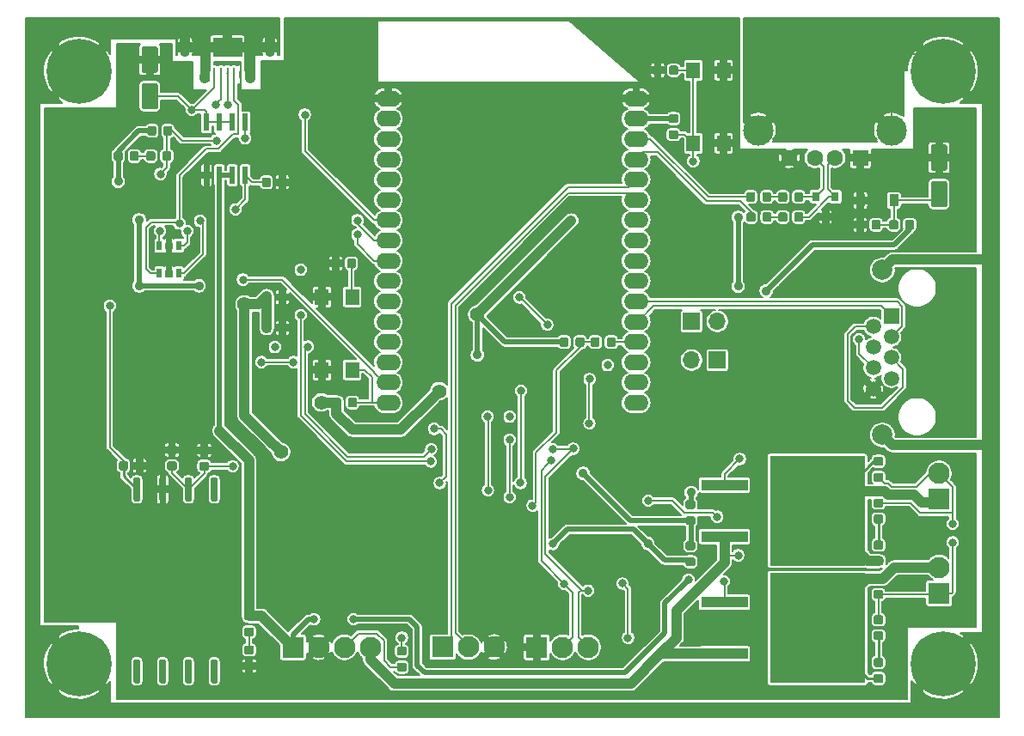
<source format=gbr>
G04 #@! TF.GenerationSoftware,KiCad,Pcbnew,(5.1.5)-3*
G04 #@! TF.CreationDate,2020-05-25T11:19:48-05:00*
G04 #@! TF.ProjectId,Delta_Robot,44656c74-615f-4526-9f62-6f742e6b6963,rev?*
G04 #@! TF.SameCoordinates,Original*
G04 #@! TF.FileFunction,Copper,L1,Top*
G04 #@! TF.FilePolarity,Positive*
%FSLAX46Y46*%
G04 Gerber Fmt 4.6, Leading zero omitted, Abs format (unit mm)*
G04 Created by KiCad (PCBNEW (5.1.5)-3) date 2020-05-25 11:19:48*
%MOMM*%
%LPD*%
G04 APERTURE LIST*
%ADD10C,0.100000*%
%ADD11R,0.610000X1.710000*%
%ADD12O,2.400000X1.600000*%
%ADD13R,9.400000X10.800000*%
%ADD14R,4.600000X1.100000*%
%ADD15R,0.568000X0.972299*%
%ADD16R,1.500000X1.500000*%
%ADD17C,1.500000*%
%ADD18C,2.000000*%
%ADD19R,0.900000X1.200000*%
%ADD20R,0.800000X0.900000*%
%ADD21R,1.400000X1.600000*%
%ADD22C,1.600000*%
%ADD23R,1.600000X1.600000*%
%ADD24C,3.000000*%
%ADD25C,6.400000*%
%ADD26C,0.800000*%
%ADD27R,2.100000X2.100000*%
%ADD28C,2.100000*%
%ADD29O,1.700000X1.700000*%
%ADD30R,1.700000X1.700000*%
%ADD31R,2.900000X1.900000*%
%ADD32R,0.200000X1.350000*%
%ADD33O,1.000000X1.900000*%
%ADD34O,1.050000X1.250000*%
%ADD35C,0.900000*%
%ADD36C,1.400000*%
%ADD37C,0.200000*%
%ADD38C,0.500000*%
%ADD39C,1.000000*%
%ADD40C,0.250000*%
%ADD41C,0.190000*%
G04 APERTURE END LIST*
G04 #@! TA.AperFunction,SMDPad,CuDef*
D10*
G36*
X104151691Y-70087253D02*
G01*
X104172926Y-70090403D01*
X104193750Y-70095619D01*
X104213962Y-70102851D01*
X104233368Y-70112030D01*
X104251781Y-70123066D01*
X104269024Y-70135854D01*
X104284930Y-70150270D01*
X104299346Y-70166176D01*
X104312134Y-70183419D01*
X104323170Y-70201832D01*
X104332349Y-70221238D01*
X104339581Y-70241450D01*
X104344797Y-70262274D01*
X104347947Y-70283509D01*
X104349000Y-70304950D01*
X104349000Y-70817450D01*
X104347947Y-70838891D01*
X104344797Y-70860126D01*
X104339581Y-70880950D01*
X104332349Y-70901162D01*
X104323170Y-70920568D01*
X104312134Y-70938981D01*
X104299346Y-70956224D01*
X104284930Y-70972130D01*
X104269024Y-70986546D01*
X104251781Y-70999334D01*
X104233368Y-71010370D01*
X104213962Y-71019549D01*
X104193750Y-71026781D01*
X104172926Y-71031997D01*
X104151691Y-71035147D01*
X104130250Y-71036200D01*
X103692750Y-71036200D01*
X103671309Y-71035147D01*
X103650074Y-71031997D01*
X103629250Y-71026781D01*
X103609038Y-71019549D01*
X103589632Y-71010370D01*
X103571219Y-70999334D01*
X103553976Y-70986546D01*
X103538070Y-70972130D01*
X103523654Y-70956224D01*
X103510866Y-70938981D01*
X103499830Y-70920568D01*
X103490651Y-70901162D01*
X103483419Y-70880950D01*
X103478203Y-70860126D01*
X103475053Y-70838891D01*
X103474000Y-70817450D01*
X103474000Y-70304950D01*
X103475053Y-70283509D01*
X103478203Y-70262274D01*
X103483419Y-70241450D01*
X103490651Y-70221238D01*
X103499830Y-70201832D01*
X103510866Y-70183419D01*
X103523654Y-70166176D01*
X103538070Y-70150270D01*
X103553976Y-70135854D01*
X103571219Y-70123066D01*
X103589632Y-70112030D01*
X103609038Y-70102851D01*
X103629250Y-70095619D01*
X103650074Y-70090403D01*
X103671309Y-70087253D01*
X103692750Y-70086200D01*
X104130250Y-70086200D01*
X104151691Y-70087253D01*
G37*
G04 #@! TD.AperFunction*
G04 #@! TA.AperFunction,SMDPad,CuDef*
G36*
X102576691Y-70087253D02*
G01*
X102597926Y-70090403D01*
X102618750Y-70095619D01*
X102638962Y-70102851D01*
X102658368Y-70112030D01*
X102676781Y-70123066D01*
X102694024Y-70135854D01*
X102709930Y-70150270D01*
X102724346Y-70166176D01*
X102737134Y-70183419D01*
X102748170Y-70201832D01*
X102757349Y-70221238D01*
X102764581Y-70241450D01*
X102769797Y-70262274D01*
X102772947Y-70283509D01*
X102774000Y-70304950D01*
X102774000Y-70817450D01*
X102772947Y-70838891D01*
X102769797Y-70860126D01*
X102764581Y-70880950D01*
X102757349Y-70901162D01*
X102748170Y-70920568D01*
X102737134Y-70938981D01*
X102724346Y-70956224D01*
X102709930Y-70972130D01*
X102694024Y-70986546D01*
X102676781Y-70999334D01*
X102658368Y-71010370D01*
X102638962Y-71019549D01*
X102618750Y-71026781D01*
X102597926Y-71031997D01*
X102576691Y-71035147D01*
X102555250Y-71036200D01*
X102117750Y-71036200D01*
X102096309Y-71035147D01*
X102075074Y-71031997D01*
X102054250Y-71026781D01*
X102034038Y-71019549D01*
X102014632Y-71010370D01*
X101996219Y-70999334D01*
X101978976Y-70986546D01*
X101963070Y-70972130D01*
X101948654Y-70956224D01*
X101935866Y-70938981D01*
X101924830Y-70920568D01*
X101915651Y-70901162D01*
X101908419Y-70880950D01*
X101903203Y-70860126D01*
X101900053Y-70838891D01*
X101899000Y-70817450D01*
X101899000Y-70304950D01*
X101900053Y-70283509D01*
X101903203Y-70262274D01*
X101908419Y-70241450D01*
X101915651Y-70221238D01*
X101924830Y-70201832D01*
X101935866Y-70183419D01*
X101948654Y-70166176D01*
X101963070Y-70150270D01*
X101978976Y-70135854D01*
X101996219Y-70123066D01*
X102014632Y-70112030D01*
X102034038Y-70102851D01*
X102054250Y-70095619D01*
X102075074Y-70090403D01*
X102096309Y-70087253D01*
X102117750Y-70086200D01*
X102555250Y-70086200D01*
X102576691Y-70087253D01*
G37*
G04 #@! TD.AperFunction*
D11*
X107823000Y-72455000D03*
X109093000Y-72455000D03*
X110363000Y-72455000D03*
X111633000Y-72455000D03*
X111633000Y-67245000D03*
X110363000Y-67245000D03*
X109093000Y-67245000D03*
X107823000Y-67245000D03*
D12*
X150130000Y-94897000D03*
X150130000Y-92897000D03*
X150130000Y-90897000D03*
X150130000Y-88897000D03*
X150130000Y-86897000D03*
X150130000Y-84897000D03*
X150130000Y-82897000D03*
X150130000Y-80897000D03*
X150130000Y-78897000D03*
X150130000Y-76897000D03*
X150130000Y-74897000D03*
X150130000Y-72897000D03*
X150130000Y-70897000D03*
X150130000Y-68897000D03*
X150130000Y-66897000D03*
X150130000Y-64897000D03*
X125730000Y-94897000D03*
X125730000Y-92897000D03*
X125730000Y-90897000D03*
X125730000Y-88897000D03*
X125730000Y-86897000D03*
X125730000Y-84897000D03*
X125730000Y-82897000D03*
X125730000Y-80897000D03*
X125730000Y-78897000D03*
X125730000Y-76897000D03*
X125730000Y-74897000D03*
X125730000Y-72897000D03*
X125730000Y-70897000D03*
X125730000Y-68897000D03*
X125730000Y-66897000D03*
X125730000Y-64897000D03*
D13*
X167967000Y-117094000D03*
D14*
X158817000Y-119634000D03*
X158817000Y-114554000D03*
D15*
X103189999Y-82134451D03*
X104140000Y-82134451D03*
X105090001Y-82134451D03*
X105090001Y-79409549D03*
X104140000Y-79409549D03*
X103189999Y-79409549D03*
D16*
X175260000Y-86360000D03*
D17*
X175260000Y-88400000D03*
X175260000Y-90440000D03*
X175260000Y-92480000D03*
X173480000Y-87380000D03*
X173480000Y-89420000D03*
X173480000Y-91460000D03*
X173480000Y-93500000D03*
D18*
X174370000Y-98050000D03*
X174370000Y-81790000D03*
D19*
X172213000Y-74930000D03*
X175513000Y-74930000D03*
D14*
X158817000Y-102997000D03*
X158817000Y-108077000D03*
D13*
X167967000Y-105537000D03*
G04 #@! TA.AperFunction,SMDPad,CuDef*
D10*
G36*
X108763428Y-120190782D02*
G01*
X108779202Y-120193122D01*
X108794671Y-120196997D01*
X108809686Y-120202370D01*
X108824102Y-120209188D01*
X108837780Y-120217386D01*
X108850589Y-120226886D01*
X108862405Y-120237595D01*
X108873114Y-120249411D01*
X108882614Y-120262220D01*
X108890812Y-120275898D01*
X108897630Y-120290314D01*
X108903003Y-120305329D01*
X108906878Y-120320798D01*
X108909218Y-120336572D01*
X108910000Y-120352500D01*
X108910000Y-122377500D01*
X108909218Y-122393428D01*
X108906878Y-122409202D01*
X108903003Y-122424671D01*
X108897630Y-122439686D01*
X108890812Y-122454102D01*
X108882614Y-122467780D01*
X108873114Y-122480589D01*
X108862405Y-122492405D01*
X108850589Y-122503114D01*
X108837780Y-122512614D01*
X108824102Y-122520812D01*
X108809686Y-122527630D01*
X108794671Y-122533003D01*
X108779202Y-122536878D01*
X108763428Y-122539218D01*
X108747500Y-122540000D01*
X108422500Y-122540000D01*
X108406572Y-122539218D01*
X108390798Y-122536878D01*
X108375329Y-122533003D01*
X108360314Y-122527630D01*
X108345898Y-122520812D01*
X108332220Y-122512614D01*
X108319411Y-122503114D01*
X108307595Y-122492405D01*
X108296886Y-122480589D01*
X108287386Y-122467780D01*
X108279188Y-122454102D01*
X108272370Y-122439686D01*
X108266997Y-122424671D01*
X108263122Y-122409202D01*
X108260782Y-122393428D01*
X108260000Y-122377500D01*
X108260000Y-120352500D01*
X108260782Y-120336572D01*
X108263122Y-120320798D01*
X108266997Y-120305329D01*
X108272370Y-120290314D01*
X108279188Y-120275898D01*
X108287386Y-120262220D01*
X108296886Y-120249411D01*
X108307595Y-120237595D01*
X108319411Y-120226886D01*
X108332220Y-120217386D01*
X108345898Y-120209188D01*
X108360314Y-120202370D01*
X108375329Y-120196997D01*
X108390798Y-120193122D01*
X108406572Y-120190782D01*
X108422500Y-120190000D01*
X108747500Y-120190000D01*
X108763428Y-120190782D01*
G37*
G04 #@! TD.AperFunction*
G04 #@! TA.AperFunction,SMDPad,CuDef*
G36*
X106223428Y-120190782D02*
G01*
X106239202Y-120193122D01*
X106254671Y-120196997D01*
X106269686Y-120202370D01*
X106284102Y-120209188D01*
X106297780Y-120217386D01*
X106310589Y-120226886D01*
X106322405Y-120237595D01*
X106333114Y-120249411D01*
X106342614Y-120262220D01*
X106350812Y-120275898D01*
X106357630Y-120290314D01*
X106363003Y-120305329D01*
X106366878Y-120320798D01*
X106369218Y-120336572D01*
X106370000Y-120352500D01*
X106370000Y-122377500D01*
X106369218Y-122393428D01*
X106366878Y-122409202D01*
X106363003Y-122424671D01*
X106357630Y-122439686D01*
X106350812Y-122454102D01*
X106342614Y-122467780D01*
X106333114Y-122480589D01*
X106322405Y-122492405D01*
X106310589Y-122503114D01*
X106297780Y-122512614D01*
X106284102Y-122520812D01*
X106269686Y-122527630D01*
X106254671Y-122533003D01*
X106239202Y-122536878D01*
X106223428Y-122539218D01*
X106207500Y-122540000D01*
X105882500Y-122540000D01*
X105866572Y-122539218D01*
X105850798Y-122536878D01*
X105835329Y-122533003D01*
X105820314Y-122527630D01*
X105805898Y-122520812D01*
X105792220Y-122512614D01*
X105779411Y-122503114D01*
X105767595Y-122492405D01*
X105756886Y-122480589D01*
X105747386Y-122467780D01*
X105739188Y-122454102D01*
X105732370Y-122439686D01*
X105726997Y-122424671D01*
X105723122Y-122409202D01*
X105720782Y-122393428D01*
X105720000Y-122377500D01*
X105720000Y-120352500D01*
X105720782Y-120336572D01*
X105723122Y-120320798D01*
X105726997Y-120305329D01*
X105732370Y-120290314D01*
X105739188Y-120275898D01*
X105747386Y-120262220D01*
X105756886Y-120249411D01*
X105767595Y-120237595D01*
X105779411Y-120226886D01*
X105792220Y-120217386D01*
X105805898Y-120209188D01*
X105820314Y-120202370D01*
X105835329Y-120196997D01*
X105850798Y-120193122D01*
X105866572Y-120190782D01*
X105882500Y-120190000D01*
X106207500Y-120190000D01*
X106223428Y-120190782D01*
G37*
G04 #@! TD.AperFunction*
G04 #@! TA.AperFunction,SMDPad,CuDef*
G36*
X103683428Y-120190782D02*
G01*
X103699202Y-120193122D01*
X103714671Y-120196997D01*
X103729686Y-120202370D01*
X103744102Y-120209188D01*
X103757780Y-120217386D01*
X103770589Y-120226886D01*
X103782405Y-120237595D01*
X103793114Y-120249411D01*
X103802614Y-120262220D01*
X103810812Y-120275898D01*
X103817630Y-120290314D01*
X103823003Y-120305329D01*
X103826878Y-120320798D01*
X103829218Y-120336572D01*
X103830000Y-120352500D01*
X103830000Y-122377500D01*
X103829218Y-122393428D01*
X103826878Y-122409202D01*
X103823003Y-122424671D01*
X103817630Y-122439686D01*
X103810812Y-122454102D01*
X103802614Y-122467780D01*
X103793114Y-122480589D01*
X103782405Y-122492405D01*
X103770589Y-122503114D01*
X103757780Y-122512614D01*
X103744102Y-122520812D01*
X103729686Y-122527630D01*
X103714671Y-122533003D01*
X103699202Y-122536878D01*
X103683428Y-122539218D01*
X103667500Y-122540000D01*
X103342500Y-122540000D01*
X103326572Y-122539218D01*
X103310798Y-122536878D01*
X103295329Y-122533003D01*
X103280314Y-122527630D01*
X103265898Y-122520812D01*
X103252220Y-122512614D01*
X103239411Y-122503114D01*
X103227595Y-122492405D01*
X103216886Y-122480589D01*
X103207386Y-122467780D01*
X103199188Y-122454102D01*
X103192370Y-122439686D01*
X103186997Y-122424671D01*
X103183122Y-122409202D01*
X103180782Y-122393428D01*
X103180000Y-122377500D01*
X103180000Y-120352500D01*
X103180782Y-120336572D01*
X103183122Y-120320798D01*
X103186997Y-120305329D01*
X103192370Y-120290314D01*
X103199188Y-120275898D01*
X103207386Y-120262220D01*
X103216886Y-120249411D01*
X103227595Y-120237595D01*
X103239411Y-120226886D01*
X103252220Y-120217386D01*
X103265898Y-120209188D01*
X103280314Y-120202370D01*
X103295329Y-120196997D01*
X103310798Y-120193122D01*
X103326572Y-120190782D01*
X103342500Y-120190000D01*
X103667500Y-120190000D01*
X103683428Y-120190782D01*
G37*
G04 #@! TD.AperFunction*
G04 #@! TA.AperFunction,SMDPad,CuDef*
G36*
X101143428Y-120190782D02*
G01*
X101159202Y-120193122D01*
X101174671Y-120196997D01*
X101189686Y-120202370D01*
X101204102Y-120209188D01*
X101217780Y-120217386D01*
X101230589Y-120226886D01*
X101242405Y-120237595D01*
X101253114Y-120249411D01*
X101262614Y-120262220D01*
X101270812Y-120275898D01*
X101277630Y-120290314D01*
X101283003Y-120305329D01*
X101286878Y-120320798D01*
X101289218Y-120336572D01*
X101290000Y-120352500D01*
X101290000Y-122377500D01*
X101289218Y-122393428D01*
X101286878Y-122409202D01*
X101283003Y-122424671D01*
X101277630Y-122439686D01*
X101270812Y-122454102D01*
X101262614Y-122467780D01*
X101253114Y-122480589D01*
X101242405Y-122492405D01*
X101230589Y-122503114D01*
X101217780Y-122512614D01*
X101204102Y-122520812D01*
X101189686Y-122527630D01*
X101174671Y-122533003D01*
X101159202Y-122536878D01*
X101143428Y-122539218D01*
X101127500Y-122540000D01*
X100802500Y-122540000D01*
X100786572Y-122539218D01*
X100770798Y-122536878D01*
X100755329Y-122533003D01*
X100740314Y-122527630D01*
X100725898Y-122520812D01*
X100712220Y-122512614D01*
X100699411Y-122503114D01*
X100687595Y-122492405D01*
X100676886Y-122480589D01*
X100667386Y-122467780D01*
X100659188Y-122454102D01*
X100652370Y-122439686D01*
X100646997Y-122424671D01*
X100643122Y-122409202D01*
X100640782Y-122393428D01*
X100640000Y-122377500D01*
X100640000Y-120352500D01*
X100640782Y-120336572D01*
X100643122Y-120320798D01*
X100646997Y-120305329D01*
X100652370Y-120290314D01*
X100659188Y-120275898D01*
X100667386Y-120262220D01*
X100676886Y-120249411D01*
X100687595Y-120237595D01*
X100699411Y-120226886D01*
X100712220Y-120217386D01*
X100725898Y-120209188D01*
X100740314Y-120202370D01*
X100755329Y-120196997D01*
X100770798Y-120193122D01*
X100786572Y-120190782D01*
X100802500Y-120190000D01*
X101127500Y-120190000D01*
X101143428Y-120190782D01*
G37*
G04 #@! TD.AperFunction*
G04 #@! TA.AperFunction,SMDPad,CuDef*
G36*
X101143428Y-102250782D02*
G01*
X101159202Y-102253122D01*
X101174671Y-102256997D01*
X101189686Y-102262370D01*
X101204102Y-102269188D01*
X101217780Y-102277386D01*
X101230589Y-102286886D01*
X101242405Y-102297595D01*
X101253114Y-102309411D01*
X101262614Y-102322220D01*
X101270812Y-102335898D01*
X101277630Y-102350314D01*
X101283003Y-102365329D01*
X101286878Y-102380798D01*
X101289218Y-102396572D01*
X101290000Y-102412500D01*
X101290000Y-104437500D01*
X101289218Y-104453428D01*
X101286878Y-104469202D01*
X101283003Y-104484671D01*
X101277630Y-104499686D01*
X101270812Y-104514102D01*
X101262614Y-104527780D01*
X101253114Y-104540589D01*
X101242405Y-104552405D01*
X101230589Y-104563114D01*
X101217780Y-104572614D01*
X101204102Y-104580812D01*
X101189686Y-104587630D01*
X101174671Y-104593003D01*
X101159202Y-104596878D01*
X101143428Y-104599218D01*
X101127500Y-104600000D01*
X100802500Y-104600000D01*
X100786572Y-104599218D01*
X100770798Y-104596878D01*
X100755329Y-104593003D01*
X100740314Y-104587630D01*
X100725898Y-104580812D01*
X100712220Y-104572614D01*
X100699411Y-104563114D01*
X100687595Y-104552405D01*
X100676886Y-104540589D01*
X100667386Y-104527780D01*
X100659188Y-104514102D01*
X100652370Y-104499686D01*
X100646997Y-104484671D01*
X100643122Y-104469202D01*
X100640782Y-104453428D01*
X100640000Y-104437500D01*
X100640000Y-102412500D01*
X100640782Y-102396572D01*
X100643122Y-102380798D01*
X100646997Y-102365329D01*
X100652370Y-102350314D01*
X100659188Y-102335898D01*
X100667386Y-102322220D01*
X100676886Y-102309411D01*
X100687595Y-102297595D01*
X100699411Y-102286886D01*
X100712220Y-102277386D01*
X100725898Y-102269188D01*
X100740314Y-102262370D01*
X100755329Y-102256997D01*
X100770798Y-102253122D01*
X100786572Y-102250782D01*
X100802500Y-102250000D01*
X101127500Y-102250000D01*
X101143428Y-102250782D01*
G37*
G04 #@! TD.AperFunction*
G04 #@! TA.AperFunction,SMDPad,CuDef*
G36*
X103683428Y-102250782D02*
G01*
X103699202Y-102253122D01*
X103714671Y-102256997D01*
X103729686Y-102262370D01*
X103744102Y-102269188D01*
X103757780Y-102277386D01*
X103770589Y-102286886D01*
X103782405Y-102297595D01*
X103793114Y-102309411D01*
X103802614Y-102322220D01*
X103810812Y-102335898D01*
X103817630Y-102350314D01*
X103823003Y-102365329D01*
X103826878Y-102380798D01*
X103829218Y-102396572D01*
X103830000Y-102412500D01*
X103830000Y-104437500D01*
X103829218Y-104453428D01*
X103826878Y-104469202D01*
X103823003Y-104484671D01*
X103817630Y-104499686D01*
X103810812Y-104514102D01*
X103802614Y-104527780D01*
X103793114Y-104540589D01*
X103782405Y-104552405D01*
X103770589Y-104563114D01*
X103757780Y-104572614D01*
X103744102Y-104580812D01*
X103729686Y-104587630D01*
X103714671Y-104593003D01*
X103699202Y-104596878D01*
X103683428Y-104599218D01*
X103667500Y-104600000D01*
X103342500Y-104600000D01*
X103326572Y-104599218D01*
X103310798Y-104596878D01*
X103295329Y-104593003D01*
X103280314Y-104587630D01*
X103265898Y-104580812D01*
X103252220Y-104572614D01*
X103239411Y-104563114D01*
X103227595Y-104552405D01*
X103216886Y-104540589D01*
X103207386Y-104527780D01*
X103199188Y-104514102D01*
X103192370Y-104499686D01*
X103186997Y-104484671D01*
X103183122Y-104469202D01*
X103180782Y-104453428D01*
X103180000Y-104437500D01*
X103180000Y-102412500D01*
X103180782Y-102396572D01*
X103183122Y-102380798D01*
X103186997Y-102365329D01*
X103192370Y-102350314D01*
X103199188Y-102335898D01*
X103207386Y-102322220D01*
X103216886Y-102309411D01*
X103227595Y-102297595D01*
X103239411Y-102286886D01*
X103252220Y-102277386D01*
X103265898Y-102269188D01*
X103280314Y-102262370D01*
X103295329Y-102256997D01*
X103310798Y-102253122D01*
X103326572Y-102250782D01*
X103342500Y-102250000D01*
X103667500Y-102250000D01*
X103683428Y-102250782D01*
G37*
G04 #@! TD.AperFunction*
G04 #@! TA.AperFunction,SMDPad,CuDef*
G36*
X106223428Y-102250782D02*
G01*
X106239202Y-102253122D01*
X106254671Y-102256997D01*
X106269686Y-102262370D01*
X106284102Y-102269188D01*
X106297780Y-102277386D01*
X106310589Y-102286886D01*
X106322405Y-102297595D01*
X106333114Y-102309411D01*
X106342614Y-102322220D01*
X106350812Y-102335898D01*
X106357630Y-102350314D01*
X106363003Y-102365329D01*
X106366878Y-102380798D01*
X106369218Y-102396572D01*
X106370000Y-102412500D01*
X106370000Y-104437500D01*
X106369218Y-104453428D01*
X106366878Y-104469202D01*
X106363003Y-104484671D01*
X106357630Y-104499686D01*
X106350812Y-104514102D01*
X106342614Y-104527780D01*
X106333114Y-104540589D01*
X106322405Y-104552405D01*
X106310589Y-104563114D01*
X106297780Y-104572614D01*
X106284102Y-104580812D01*
X106269686Y-104587630D01*
X106254671Y-104593003D01*
X106239202Y-104596878D01*
X106223428Y-104599218D01*
X106207500Y-104600000D01*
X105882500Y-104600000D01*
X105866572Y-104599218D01*
X105850798Y-104596878D01*
X105835329Y-104593003D01*
X105820314Y-104587630D01*
X105805898Y-104580812D01*
X105792220Y-104572614D01*
X105779411Y-104563114D01*
X105767595Y-104552405D01*
X105756886Y-104540589D01*
X105747386Y-104527780D01*
X105739188Y-104514102D01*
X105732370Y-104499686D01*
X105726997Y-104484671D01*
X105723122Y-104469202D01*
X105720782Y-104453428D01*
X105720000Y-104437500D01*
X105720000Y-102412500D01*
X105720782Y-102396572D01*
X105723122Y-102380798D01*
X105726997Y-102365329D01*
X105732370Y-102350314D01*
X105739188Y-102335898D01*
X105747386Y-102322220D01*
X105756886Y-102309411D01*
X105767595Y-102297595D01*
X105779411Y-102286886D01*
X105792220Y-102277386D01*
X105805898Y-102269188D01*
X105820314Y-102262370D01*
X105835329Y-102256997D01*
X105850798Y-102253122D01*
X105866572Y-102250782D01*
X105882500Y-102250000D01*
X106207500Y-102250000D01*
X106223428Y-102250782D01*
G37*
G04 #@! TD.AperFunction*
G04 #@! TA.AperFunction,SMDPad,CuDef*
G36*
X108763428Y-102250782D02*
G01*
X108779202Y-102253122D01*
X108794671Y-102256997D01*
X108809686Y-102262370D01*
X108824102Y-102269188D01*
X108837780Y-102277386D01*
X108850589Y-102286886D01*
X108862405Y-102297595D01*
X108873114Y-102309411D01*
X108882614Y-102322220D01*
X108890812Y-102335898D01*
X108897630Y-102350314D01*
X108903003Y-102365329D01*
X108906878Y-102380798D01*
X108909218Y-102396572D01*
X108910000Y-102412500D01*
X108910000Y-104437500D01*
X108909218Y-104453428D01*
X108906878Y-104469202D01*
X108903003Y-104484671D01*
X108897630Y-104499686D01*
X108890812Y-104514102D01*
X108882614Y-104527780D01*
X108873114Y-104540589D01*
X108862405Y-104552405D01*
X108850589Y-104563114D01*
X108837780Y-104572614D01*
X108824102Y-104580812D01*
X108809686Y-104587630D01*
X108794671Y-104593003D01*
X108779202Y-104596878D01*
X108763428Y-104599218D01*
X108747500Y-104600000D01*
X108422500Y-104600000D01*
X108406572Y-104599218D01*
X108390798Y-104596878D01*
X108375329Y-104593003D01*
X108360314Y-104587630D01*
X108345898Y-104580812D01*
X108332220Y-104572614D01*
X108319411Y-104563114D01*
X108307595Y-104552405D01*
X108296886Y-104540589D01*
X108287386Y-104527780D01*
X108279188Y-104514102D01*
X108272370Y-104499686D01*
X108266997Y-104484671D01*
X108263122Y-104469202D01*
X108260782Y-104453428D01*
X108260000Y-104437500D01*
X108260000Y-102412500D01*
X108260782Y-102396572D01*
X108263122Y-102380798D01*
X108266997Y-102365329D01*
X108272370Y-102350314D01*
X108279188Y-102335898D01*
X108287386Y-102322220D01*
X108296886Y-102309411D01*
X108307595Y-102297595D01*
X108319411Y-102286886D01*
X108332220Y-102277386D01*
X108345898Y-102269188D01*
X108360314Y-102262370D01*
X108375329Y-102256997D01*
X108390798Y-102253122D01*
X108406572Y-102250782D01*
X108422500Y-102250000D01*
X108747500Y-102250000D01*
X108763428Y-102250782D01*
G37*
G04 #@! TD.AperFunction*
D20*
X169733000Y-74565000D03*
X167833000Y-74565000D03*
X168783000Y-76565000D03*
D21*
X155750000Y-62103000D03*
X155750000Y-69303000D03*
X158750000Y-62103000D03*
X158750000Y-69303000D03*
X119174000Y-84455000D03*
X119174000Y-91655000D03*
X122174000Y-84455000D03*
X122174000Y-91655000D03*
G04 #@! TA.AperFunction,SMDPad,CuDef*
D10*
G36*
X115556291Y-87029053D02*
G01*
X115577526Y-87032203D01*
X115598350Y-87037419D01*
X115618562Y-87044651D01*
X115637968Y-87053830D01*
X115656381Y-87064866D01*
X115673624Y-87077654D01*
X115689530Y-87092070D01*
X115703946Y-87107976D01*
X115716734Y-87125219D01*
X115727770Y-87143632D01*
X115736949Y-87163038D01*
X115744181Y-87183250D01*
X115749397Y-87204074D01*
X115752547Y-87225309D01*
X115753600Y-87246750D01*
X115753600Y-87759250D01*
X115752547Y-87780691D01*
X115749397Y-87801926D01*
X115744181Y-87822750D01*
X115736949Y-87842962D01*
X115727770Y-87862368D01*
X115716734Y-87880781D01*
X115703946Y-87898024D01*
X115689530Y-87913930D01*
X115673624Y-87928346D01*
X115656381Y-87941134D01*
X115637968Y-87952170D01*
X115618562Y-87961349D01*
X115598350Y-87968581D01*
X115577526Y-87973797D01*
X115556291Y-87976947D01*
X115534850Y-87978000D01*
X115097350Y-87978000D01*
X115075909Y-87976947D01*
X115054674Y-87973797D01*
X115033850Y-87968581D01*
X115013638Y-87961349D01*
X114994232Y-87952170D01*
X114975819Y-87941134D01*
X114958576Y-87928346D01*
X114942670Y-87913930D01*
X114928254Y-87898024D01*
X114915466Y-87880781D01*
X114904430Y-87862368D01*
X114895251Y-87842962D01*
X114888019Y-87822750D01*
X114882803Y-87801926D01*
X114879653Y-87780691D01*
X114878600Y-87759250D01*
X114878600Y-87246750D01*
X114879653Y-87225309D01*
X114882803Y-87204074D01*
X114888019Y-87183250D01*
X114895251Y-87163038D01*
X114904430Y-87143632D01*
X114915466Y-87125219D01*
X114928254Y-87107976D01*
X114942670Y-87092070D01*
X114958576Y-87077654D01*
X114975819Y-87064866D01*
X114994232Y-87053830D01*
X115013638Y-87044651D01*
X115033850Y-87037419D01*
X115054674Y-87032203D01*
X115075909Y-87029053D01*
X115097350Y-87028000D01*
X115534850Y-87028000D01*
X115556291Y-87029053D01*
G37*
G04 #@! TD.AperFunction*
G04 #@! TA.AperFunction,SMDPad,CuDef*
G36*
X113981291Y-87029053D02*
G01*
X114002526Y-87032203D01*
X114023350Y-87037419D01*
X114043562Y-87044651D01*
X114062968Y-87053830D01*
X114081381Y-87064866D01*
X114098624Y-87077654D01*
X114114530Y-87092070D01*
X114128946Y-87107976D01*
X114141734Y-87125219D01*
X114152770Y-87143632D01*
X114161949Y-87163038D01*
X114169181Y-87183250D01*
X114174397Y-87204074D01*
X114177547Y-87225309D01*
X114178600Y-87246750D01*
X114178600Y-87759250D01*
X114177547Y-87780691D01*
X114174397Y-87801926D01*
X114169181Y-87822750D01*
X114161949Y-87842962D01*
X114152770Y-87862368D01*
X114141734Y-87880781D01*
X114128946Y-87898024D01*
X114114530Y-87913930D01*
X114098624Y-87928346D01*
X114081381Y-87941134D01*
X114062968Y-87952170D01*
X114043562Y-87961349D01*
X114023350Y-87968581D01*
X114002526Y-87973797D01*
X113981291Y-87976947D01*
X113959850Y-87978000D01*
X113522350Y-87978000D01*
X113500909Y-87976947D01*
X113479674Y-87973797D01*
X113458850Y-87968581D01*
X113438638Y-87961349D01*
X113419232Y-87952170D01*
X113400819Y-87941134D01*
X113383576Y-87928346D01*
X113367670Y-87913930D01*
X113353254Y-87898024D01*
X113340466Y-87880781D01*
X113329430Y-87862368D01*
X113320251Y-87842962D01*
X113313019Y-87822750D01*
X113307803Y-87801926D01*
X113304653Y-87780691D01*
X113303600Y-87759250D01*
X113303600Y-87246750D01*
X113304653Y-87225309D01*
X113307803Y-87204074D01*
X113313019Y-87183250D01*
X113320251Y-87163038D01*
X113329430Y-87143632D01*
X113340466Y-87125219D01*
X113353254Y-87107976D01*
X113367670Y-87092070D01*
X113383576Y-87077654D01*
X113400819Y-87064866D01*
X113419232Y-87053830D01*
X113438638Y-87044651D01*
X113458850Y-87037419D01*
X113479674Y-87032203D01*
X113500909Y-87029053D01*
X113522350Y-87028000D01*
X113959850Y-87028000D01*
X113981291Y-87029053D01*
G37*
G04 #@! TD.AperFunction*
G04 #@! TA.AperFunction,SMDPad,CuDef*
G36*
X172426691Y-76869053D02*
G01*
X172447926Y-76872203D01*
X172468750Y-76877419D01*
X172488962Y-76884651D01*
X172508368Y-76893830D01*
X172526781Y-76904866D01*
X172544024Y-76917654D01*
X172559930Y-76932070D01*
X172574346Y-76947976D01*
X172587134Y-76965219D01*
X172598170Y-76983632D01*
X172607349Y-77003038D01*
X172614581Y-77023250D01*
X172619797Y-77044074D01*
X172622947Y-77065309D01*
X172624000Y-77086750D01*
X172624000Y-77599250D01*
X172622947Y-77620691D01*
X172619797Y-77641926D01*
X172614581Y-77662750D01*
X172607349Y-77682962D01*
X172598170Y-77702368D01*
X172587134Y-77720781D01*
X172574346Y-77738024D01*
X172559930Y-77753930D01*
X172544024Y-77768346D01*
X172526781Y-77781134D01*
X172508368Y-77792170D01*
X172488962Y-77801349D01*
X172468750Y-77808581D01*
X172447926Y-77813797D01*
X172426691Y-77816947D01*
X172405250Y-77818000D01*
X171967750Y-77818000D01*
X171946309Y-77816947D01*
X171925074Y-77813797D01*
X171904250Y-77808581D01*
X171884038Y-77801349D01*
X171864632Y-77792170D01*
X171846219Y-77781134D01*
X171828976Y-77768346D01*
X171813070Y-77753930D01*
X171798654Y-77738024D01*
X171785866Y-77720781D01*
X171774830Y-77702368D01*
X171765651Y-77682962D01*
X171758419Y-77662750D01*
X171753203Y-77641926D01*
X171750053Y-77620691D01*
X171749000Y-77599250D01*
X171749000Y-77086750D01*
X171750053Y-77065309D01*
X171753203Y-77044074D01*
X171758419Y-77023250D01*
X171765651Y-77003038D01*
X171774830Y-76983632D01*
X171785866Y-76965219D01*
X171798654Y-76947976D01*
X171813070Y-76932070D01*
X171828976Y-76917654D01*
X171846219Y-76904866D01*
X171864632Y-76893830D01*
X171884038Y-76884651D01*
X171904250Y-76877419D01*
X171925074Y-76872203D01*
X171946309Y-76869053D01*
X171967750Y-76868000D01*
X172405250Y-76868000D01*
X172426691Y-76869053D01*
G37*
G04 #@! TD.AperFunction*
G04 #@! TA.AperFunction,SMDPad,CuDef*
G36*
X174001691Y-76869053D02*
G01*
X174022926Y-76872203D01*
X174043750Y-76877419D01*
X174063962Y-76884651D01*
X174083368Y-76893830D01*
X174101781Y-76904866D01*
X174119024Y-76917654D01*
X174134930Y-76932070D01*
X174149346Y-76947976D01*
X174162134Y-76965219D01*
X174173170Y-76983632D01*
X174182349Y-77003038D01*
X174189581Y-77023250D01*
X174194797Y-77044074D01*
X174197947Y-77065309D01*
X174199000Y-77086750D01*
X174199000Y-77599250D01*
X174197947Y-77620691D01*
X174194797Y-77641926D01*
X174189581Y-77662750D01*
X174182349Y-77682962D01*
X174173170Y-77702368D01*
X174162134Y-77720781D01*
X174149346Y-77738024D01*
X174134930Y-77753930D01*
X174119024Y-77768346D01*
X174101781Y-77781134D01*
X174083368Y-77792170D01*
X174063962Y-77801349D01*
X174043750Y-77808581D01*
X174022926Y-77813797D01*
X174001691Y-77816947D01*
X173980250Y-77818000D01*
X173542750Y-77818000D01*
X173521309Y-77816947D01*
X173500074Y-77813797D01*
X173479250Y-77808581D01*
X173459038Y-77801349D01*
X173439632Y-77792170D01*
X173421219Y-77781134D01*
X173403976Y-77768346D01*
X173388070Y-77753930D01*
X173373654Y-77738024D01*
X173360866Y-77720781D01*
X173349830Y-77702368D01*
X173340651Y-77682962D01*
X173333419Y-77662750D01*
X173328203Y-77641926D01*
X173325053Y-77620691D01*
X173324000Y-77599250D01*
X173324000Y-77086750D01*
X173325053Y-77065309D01*
X173328203Y-77044074D01*
X173333419Y-77023250D01*
X173340651Y-77003038D01*
X173349830Y-76983632D01*
X173360866Y-76965219D01*
X173373654Y-76947976D01*
X173388070Y-76932070D01*
X173403976Y-76917654D01*
X173421219Y-76904866D01*
X173439632Y-76893830D01*
X173459038Y-76884651D01*
X173479250Y-76877419D01*
X173500074Y-76872203D01*
X173521309Y-76869053D01*
X173542750Y-76868000D01*
X173980250Y-76868000D01*
X174001691Y-76869053D01*
G37*
G04 #@! TD.AperFunction*
G04 #@! TA.AperFunction,SMDPad,CuDef*
G36*
X154062691Y-61629053D02*
G01*
X154083926Y-61632203D01*
X154104750Y-61637419D01*
X154124962Y-61644651D01*
X154144368Y-61653830D01*
X154162781Y-61664866D01*
X154180024Y-61677654D01*
X154195930Y-61692070D01*
X154210346Y-61707976D01*
X154223134Y-61725219D01*
X154234170Y-61743632D01*
X154243349Y-61763038D01*
X154250581Y-61783250D01*
X154255797Y-61804074D01*
X154258947Y-61825309D01*
X154260000Y-61846750D01*
X154260000Y-62359250D01*
X154258947Y-62380691D01*
X154255797Y-62401926D01*
X154250581Y-62422750D01*
X154243349Y-62442962D01*
X154234170Y-62462368D01*
X154223134Y-62480781D01*
X154210346Y-62498024D01*
X154195930Y-62513930D01*
X154180024Y-62528346D01*
X154162781Y-62541134D01*
X154144368Y-62552170D01*
X154124962Y-62561349D01*
X154104750Y-62568581D01*
X154083926Y-62573797D01*
X154062691Y-62576947D01*
X154041250Y-62578000D01*
X153603750Y-62578000D01*
X153582309Y-62576947D01*
X153561074Y-62573797D01*
X153540250Y-62568581D01*
X153520038Y-62561349D01*
X153500632Y-62552170D01*
X153482219Y-62541134D01*
X153464976Y-62528346D01*
X153449070Y-62513930D01*
X153434654Y-62498024D01*
X153421866Y-62480781D01*
X153410830Y-62462368D01*
X153401651Y-62442962D01*
X153394419Y-62422750D01*
X153389203Y-62401926D01*
X153386053Y-62380691D01*
X153385000Y-62359250D01*
X153385000Y-61846750D01*
X153386053Y-61825309D01*
X153389203Y-61804074D01*
X153394419Y-61783250D01*
X153401651Y-61763038D01*
X153410830Y-61743632D01*
X153421866Y-61725219D01*
X153434654Y-61707976D01*
X153449070Y-61692070D01*
X153464976Y-61677654D01*
X153482219Y-61664866D01*
X153500632Y-61653830D01*
X153520038Y-61644651D01*
X153540250Y-61637419D01*
X153561074Y-61632203D01*
X153582309Y-61629053D01*
X153603750Y-61628000D01*
X154041250Y-61628000D01*
X154062691Y-61629053D01*
G37*
G04 #@! TD.AperFunction*
G04 #@! TA.AperFunction,SMDPad,CuDef*
G36*
X152487691Y-61629053D02*
G01*
X152508926Y-61632203D01*
X152529750Y-61637419D01*
X152549962Y-61644651D01*
X152569368Y-61653830D01*
X152587781Y-61664866D01*
X152605024Y-61677654D01*
X152620930Y-61692070D01*
X152635346Y-61707976D01*
X152648134Y-61725219D01*
X152659170Y-61743632D01*
X152668349Y-61763038D01*
X152675581Y-61783250D01*
X152680797Y-61804074D01*
X152683947Y-61825309D01*
X152685000Y-61846750D01*
X152685000Y-62359250D01*
X152683947Y-62380691D01*
X152680797Y-62401926D01*
X152675581Y-62422750D01*
X152668349Y-62442962D01*
X152659170Y-62462368D01*
X152648134Y-62480781D01*
X152635346Y-62498024D01*
X152620930Y-62513930D01*
X152605024Y-62528346D01*
X152587781Y-62541134D01*
X152569368Y-62552170D01*
X152549962Y-62561349D01*
X152529750Y-62568581D01*
X152508926Y-62573797D01*
X152487691Y-62576947D01*
X152466250Y-62578000D01*
X152028750Y-62578000D01*
X152007309Y-62576947D01*
X151986074Y-62573797D01*
X151965250Y-62568581D01*
X151945038Y-62561349D01*
X151925632Y-62552170D01*
X151907219Y-62541134D01*
X151889976Y-62528346D01*
X151874070Y-62513930D01*
X151859654Y-62498024D01*
X151846866Y-62480781D01*
X151835830Y-62462368D01*
X151826651Y-62442962D01*
X151819419Y-62422750D01*
X151814203Y-62401926D01*
X151811053Y-62380691D01*
X151810000Y-62359250D01*
X151810000Y-61846750D01*
X151811053Y-61825309D01*
X151814203Y-61804074D01*
X151819419Y-61783250D01*
X151826651Y-61763038D01*
X151835830Y-61743632D01*
X151846866Y-61725219D01*
X151859654Y-61707976D01*
X151874070Y-61692070D01*
X151889976Y-61677654D01*
X151907219Y-61664866D01*
X151925632Y-61653830D01*
X151945038Y-61644651D01*
X151965250Y-61637419D01*
X151986074Y-61632203D01*
X152007309Y-61629053D01*
X152028750Y-61628000D01*
X152466250Y-61628000D01*
X152487691Y-61629053D01*
G37*
G04 #@! TD.AperFunction*
G04 #@! TA.AperFunction,SMDPad,CuDef*
G36*
X120763191Y-80679053D02*
G01*
X120784426Y-80682203D01*
X120805250Y-80687419D01*
X120825462Y-80694651D01*
X120844868Y-80703830D01*
X120863281Y-80714866D01*
X120880524Y-80727654D01*
X120896430Y-80742070D01*
X120910846Y-80757976D01*
X120923634Y-80775219D01*
X120934670Y-80793632D01*
X120943849Y-80813038D01*
X120951081Y-80833250D01*
X120956297Y-80854074D01*
X120959447Y-80875309D01*
X120960500Y-80896750D01*
X120960500Y-81409250D01*
X120959447Y-81430691D01*
X120956297Y-81451926D01*
X120951081Y-81472750D01*
X120943849Y-81492962D01*
X120934670Y-81512368D01*
X120923634Y-81530781D01*
X120910846Y-81548024D01*
X120896430Y-81563930D01*
X120880524Y-81578346D01*
X120863281Y-81591134D01*
X120844868Y-81602170D01*
X120825462Y-81611349D01*
X120805250Y-81618581D01*
X120784426Y-81623797D01*
X120763191Y-81626947D01*
X120741750Y-81628000D01*
X120304250Y-81628000D01*
X120282809Y-81626947D01*
X120261574Y-81623797D01*
X120240750Y-81618581D01*
X120220538Y-81611349D01*
X120201132Y-81602170D01*
X120182719Y-81591134D01*
X120165476Y-81578346D01*
X120149570Y-81563930D01*
X120135154Y-81548024D01*
X120122366Y-81530781D01*
X120111330Y-81512368D01*
X120102151Y-81492962D01*
X120094919Y-81472750D01*
X120089703Y-81451926D01*
X120086553Y-81430691D01*
X120085500Y-81409250D01*
X120085500Y-80896750D01*
X120086553Y-80875309D01*
X120089703Y-80854074D01*
X120094919Y-80833250D01*
X120102151Y-80813038D01*
X120111330Y-80793632D01*
X120122366Y-80775219D01*
X120135154Y-80757976D01*
X120149570Y-80742070D01*
X120165476Y-80727654D01*
X120182719Y-80714866D01*
X120201132Y-80703830D01*
X120220538Y-80694651D01*
X120240750Y-80687419D01*
X120261574Y-80682203D01*
X120282809Y-80679053D01*
X120304250Y-80678000D01*
X120741750Y-80678000D01*
X120763191Y-80679053D01*
G37*
G04 #@! TD.AperFunction*
G04 #@! TA.AperFunction,SMDPad,CuDef*
G36*
X122338191Y-80679053D02*
G01*
X122359426Y-80682203D01*
X122380250Y-80687419D01*
X122400462Y-80694651D01*
X122419868Y-80703830D01*
X122438281Y-80714866D01*
X122455524Y-80727654D01*
X122471430Y-80742070D01*
X122485846Y-80757976D01*
X122498634Y-80775219D01*
X122509670Y-80793632D01*
X122518849Y-80813038D01*
X122526081Y-80833250D01*
X122531297Y-80854074D01*
X122534447Y-80875309D01*
X122535500Y-80896750D01*
X122535500Y-81409250D01*
X122534447Y-81430691D01*
X122531297Y-81451926D01*
X122526081Y-81472750D01*
X122518849Y-81492962D01*
X122509670Y-81512368D01*
X122498634Y-81530781D01*
X122485846Y-81548024D01*
X122471430Y-81563930D01*
X122455524Y-81578346D01*
X122438281Y-81591134D01*
X122419868Y-81602170D01*
X122400462Y-81611349D01*
X122380250Y-81618581D01*
X122359426Y-81623797D01*
X122338191Y-81626947D01*
X122316750Y-81628000D01*
X121879250Y-81628000D01*
X121857809Y-81626947D01*
X121836574Y-81623797D01*
X121815750Y-81618581D01*
X121795538Y-81611349D01*
X121776132Y-81602170D01*
X121757719Y-81591134D01*
X121740476Y-81578346D01*
X121724570Y-81563930D01*
X121710154Y-81548024D01*
X121697366Y-81530781D01*
X121686330Y-81512368D01*
X121677151Y-81492962D01*
X121669919Y-81472750D01*
X121664703Y-81451926D01*
X121661553Y-81430691D01*
X121660500Y-81409250D01*
X121660500Y-80896750D01*
X121661553Y-80875309D01*
X121664703Y-80854074D01*
X121669919Y-80833250D01*
X121677151Y-80813038D01*
X121686330Y-80793632D01*
X121697366Y-80775219D01*
X121710154Y-80757976D01*
X121724570Y-80742070D01*
X121740476Y-80727654D01*
X121757719Y-80714866D01*
X121776132Y-80703830D01*
X121795538Y-80694651D01*
X121815750Y-80687419D01*
X121836574Y-80682203D01*
X121857809Y-80679053D01*
X121879250Y-80678000D01*
X122316750Y-80678000D01*
X122338191Y-80679053D01*
G37*
G04 #@! TD.AperFunction*
G04 #@! TA.AperFunction,SMDPad,CuDef*
G36*
X107872091Y-100706553D02*
G01*
X107893326Y-100709703D01*
X107914150Y-100714919D01*
X107934362Y-100722151D01*
X107953768Y-100731330D01*
X107972181Y-100742366D01*
X107989424Y-100755154D01*
X108005330Y-100769570D01*
X108019746Y-100785476D01*
X108032534Y-100802719D01*
X108043570Y-100821132D01*
X108052749Y-100840538D01*
X108059981Y-100860750D01*
X108065197Y-100881574D01*
X108068347Y-100902809D01*
X108069400Y-100924250D01*
X108069400Y-101361750D01*
X108068347Y-101383191D01*
X108065197Y-101404426D01*
X108059981Y-101425250D01*
X108052749Y-101445462D01*
X108043570Y-101464868D01*
X108032534Y-101483281D01*
X108019746Y-101500524D01*
X108005330Y-101516430D01*
X107989424Y-101530846D01*
X107972181Y-101543634D01*
X107953768Y-101554670D01*
X107934362Y-101563849D01*
X107914150Y-101571081D01*
X107893326Y-101576297D01*
X107872091Y-101579447D01*
X107850650Y-101580500D01*
X107338150Y-101580500D01*
X107316709Y-101579447D01*
X107295474Y-101576297D01*
X107274650Y-101571081D01*
X107254438Y-101563849D01*
X107235032Y-101554670D01*
X107216619Y-101543634D01*
X107199376Y-101530846D01*
X107183470Y-101516430D01*
X107169054Y-101500524D01*
X107156266Y-101483281D01*
X107145230Y-101464868D01*
X107136051Y-101445462D01*
X107128819Y-101425250D01*
X107123603Y-101404426D01*
X107120453Y-101383191D01*
X107119400Y-101361750D01*
X107119400Y-100924250D01*
X107120453Y-100902809D01*
X107123603Y-100881574D01*
X107128819Y-100860750D01*
X107136051Y-100840538D01*
X107145230Y-100821132D01*
X107156266Y-100802719D01*
X107169054Y-100785476D01*
X107183470Y-100769570D01*
X107199376Y-100755154D01*
X107216619Y-100742366D01*
X107235032Y-100731330D01*
X107254438Y-100722151D01*
X107274650Y-100714919D01*
X107295474Y-100709703D01*
X107316709Y-100706553D01*
X107338150Y-100705500D01*
X107850650Y-100705500D01*
X107872091Y-100706553D01*
G37*
G04 #@! TD.AperFunction*
G04 #@! TA.AperFunction,SMDPad,CuDef*
G36*
X107872091Y-99131553D02*
G01*
X107893326Y-99134703D01*
X107914150Y-99139919D01*
X107934362Y-99147151D01*
X107953768Y-99156330D01*
X107972181Y-99167366D01*
X107989424Y-99180154D01*
X108005330Y-99194570D01*
X108019746Y-99210476D01*
X108032534Y-99227719D01*
X108043570Y-99246132D01*
X108052749Y-99265538D01*
X108059981Y-99285750D01*
X108065197Y-99306574D01*
X108068347Y-99327809D01*
X108069400Y-99349250D01*
X108069400Y-99786750D01*
X108068347Y-99808191D01*
X108065197Y-99829426D01*
X108059981Y-99850250D01*
X108052749Y-99870462D01*
X108043570Y-99889868D01*
X108032534Y-99908281D01*
X108019746Y-99925524D01*
X108005330Y-99941430D01*
X107989424Y-99955846D01*
X107972181Y-99968634D01*
X107953768Y-99979670D01*
X107934362Y-99988849D01*
X107914150Y-99996081D01*
X107893326Y-100001297D01*
X107872091Y-100004447D01*
X107850650Y-100005500D01*
X107338150Y-100005500D01*
X107316709Y-100004447D01*
X107295474Y-100001297D01*
X107274650Y-99996081D01*
X107254438Y-99988849D01*
X107235032Y-99979670D01*
X107216619Y-99968634D01*
X107199376Y-99955846D01*
X107183470Y-99941430D01*
X107169054Y-99925524D01*
X107156266Y-99908281D01*
X107145230Y-99889868D01*
X107136051Y-99870462D01*
X107128819Y-99850250D01*
X107123603Y-99829426D01*
X107120453Y-99808191D01*
X107119400Y-99786750D01*
X107119400Y-99349250D01*
X107120453Y-99327809D01*
X107123603Y-99306574D01*
X107128819Y-99285750D01*
X107136051Y-99265538D01*
X107145230Y-99246132D01*
X107156266Y-99227719D01*
X107169054Y-99210476D01*
X107183470Y-99194570D01*
X107199376Y-99180154D01*
X107216619Y-99167366D01*
X107235032Y-99156330D01*
X107254438Y-99147151D01*
X107274650Y-99139919D01*
X107295474Y-99134703D01*
X107316709Y-99131553D01*
X107338150Y-99130500D01*
X107850650Y-99130500D01*
X107872091Y-99131553D01*
G37*
G04 #@! TD.AperFunction*
G04 #@! TA.AperFunction,SMDPad,CuDef*
G36*
X104697091Y-100681053D02*
G01*
X104718326Y-100684203D01*
X104739150Y-100689419D01*
X104759362Y-100696651D01*
X104778768Y-100705830D01*
X104797181Y-100716866D01*
X104814424Y-100729654D01*
X104830330Y-100744070D01*
X104844746Y-100759976D01*
X104857534Y-100777219D01*
X104868570Y-100795632D01*
X104877749Y-100815038D01*
X104884981Y-100835250D01*
X104890197Y-100856074D01*
X104893347Y-100877309D01*
X104894400Y-100898750D01*
X104894400Y-101336250D01*
X104893347Y-101357691D01*
X104890197Y-101378926D01*
X104884981Y-101399750D01*
X104877749Y-101419962D01*
X104868570Y-101439368D01*
X104857534Y-101457781D01*
X104844746Y-101475024D01*
X104830330Y-101490930D01*
X104814424Y-101505346D01*
X104797181Y-101518134D01*
X104778768Y-101529170D01*
X104759362Y-101538349D01*
X104739150Y-101545581D01*
X104718326Y-101550797D01*
X104697091Y-101553947D01*
X104675650Y-101555000D01*
X104163150Y-101555000D01*
X104141709Y-101553947D01*
X104120474Y-101550797D01*
X104099650Y-101545581D01*
X104079438Y-101538349D01*
X104060032Y-101529170D01*
X104041619Y-101518134D01*
X104024376Y-101505346D01*
X104008470Y-101490930D01*
X103994054Y-101475024D01*
X103981266Y-101457781D01*
X103970230Y-101439368D01*
X103961051Y-101419962D01*
X103953819Y-101399750D01*
X103948603Y-101378926D01*
X103945453Y-101357691D01*
X103944400Y-101336250D01*
X103944400Y-100898750D01*
X103945453Y-100877309D01*
X103948603Y-100856074D01*
X103953819Y-100835250D01*
X103961051Y-100815038D01*
X103970230Y-100795632D01*
X103981266Y-100777219D01*
X103994054Y-100759976D01*
X104008470Y-100744070D01*
X104024376Y-100729654D01*
X104041619Y-100716866D01*
X104060032Y-100705830D01*
X104079438Y-100696651D01*
X104099650Y-100689419D01*
X104120474Y-100684203D01*
X104141709Y-100681053D01*
X104163150Y-100680000D01*
X104675650Y-100680000D01*
X104697091Y-100681053D01*
G37*
G04 #@! TD.AperFunction*
G04 #@! TA.AperFunction,SMDPad,CuDef*
G36*
X104697091Y-99106053D02*
G01*
X104718326Y-99109203D01*
X104739150Y-99114419D01*
X104759362Y-99121651D01*
X104778768Y-99130830D01*
X104797181Y-99141866D01*
X104814424Y-99154654D01*
X104830330Y-99169070D01*
X104844746Y-99184976D01*
X104857534Y-99202219D01*
X104868570Y-99220632D01*
X104877749Y-99240038D01*
X104884981Y-99260250D01*
X104890197Y-99281074D01*
X104893347Y-99302309D01*
X104894400Y-99323750D01*
X104894400Y-99761250D01*
X104893347Y-99782691D01*
X104890197Y-99803926D01*
X104884981Y-99824750D01*
X104877749Y-99844962D01*
X104868570Y-99864368D01*
X104857534Y-99882781D01*
X104844746Y-99900024D01*
X104830330Y-99915930D01*
X104814424Y-99930346D01*
X104797181Y-99943134D01*
X104778768Y-99954170D01*
X104759362Y-99963349D01*
X104739150Y-99970581D01*
X104718326Y-99975797D01*
X104697091Y-99978947D01*
X104675650Y-99980000D01*
X104163150Y-99980000D01*
X104141709Y-99978947D01*
X104120474Y-99975797D01*
X104099650Y-99970581D01*
X104079438Y-99963349D01*
X104060032Y-99954170D01*
X104041619Y-99943134D01*
X104024376Y-99930346D01*
X104008470Y-99915930D01*
X103994054Y-99900024D01*
X103981266Y-99882781D01*
X103970230Y-99864368D01*
X103961051Y-99844962D01*
X103953819Y-99824750D01*
X103948603Y-99803926D01*
X103945453Y-99782691D01*
X103944400Y-99761250D01*
X103944400Y-99323750D01*
X103945453Y-99302309D01*
X103948603Y-99281074D01*
X103953819Y-99260250D01*
X103961051Y-99240038D01*
X103970230Y-99220632D01*
X103981266Y-99202219D01*
X103994054Y-99184976D01*
X104008470Y-99169070D01*
X104024376Y-99154654D01*
X104041619Y-99141866D01*
X104060032Y-99130830D01*
X104079438Y-99121651D01*
X104099650Y-99114419D01*
X104120474Y-99109203D01*
X104141709Y-99106053D01*
X104163150Y-99105000D01*
X104675650Y-99105000D01*
X104697091Y-99106053D01*
G37*
G04 #@! TD.AperFunction*
G04 #@! TA.AperFunction,SMDPad,CuDef*
G36*
X101459191Y-100618053D02*
G01*
X101480426Y-100621203D01*
X101501250Y-100626419D01*
X101521462Y-100633651D01*
X101540868Y-100642830D01*
X101559281Y-100653866D01*
X101576524Y-100666654D01*
X101592430Y-100681070D01*
X101606846Y-100696976D01*
X101619634Y-100714219D01*
X101630670Y-100732632D01*
X101639849Y-100752038D01*
X101647081Y-100772250D01*
X101652297Y-100793074D01*
X101655447Y-100814309D01*
X101656500Y-100835750D01*
X101656500Y-101348250D01*
X101655447Y-101369691D01*
X101652297Y-101390926D01*
X101647081Y-101411750D01*
X101639849Y-101431962D01*
X101630670Y-101451368D01*
X101619634Y-101469781D01*
X101606846Y-101487024D01*
X101592430Y-101502930D01*
X101576524Y-101517346D01*
X101559281Y-101530134D01*
X101540868Y-101541170D01*
X101521462Y-101550349D01*
X101501250Y-101557581D01*
X101480426Y-101562797D01*
X101459191Y-101565947D01*
X101437750Y-101567000D01*
X101000250Y-101567000D01*
X100978809Y-101565947D01*
X100957574Y-101562797D01*
X100936750Y-101557581D01*
X100916538Y-101550349D01*
X100897132Y-101541170D01*
X100878719Y-101530134D01*
X100861476Y-101517346D01*
X100845570Y-101502930D01*
X100831154Y-101487024D01*
X100818366Y-101469781D01*
X100807330Y-101451368D01*
X100798151Y-101431962D01*
X100790919Y-101411750D01*
X100785703Y-101390926D01*
X100782553Y-101369691D01*
X100781500Y-101348250D01*
X100781500Y-100835750D01*
X100782553Y-100814309D01*
X100785703Y-100793074D01*
X100790919Y-100772250D01*
X100798151Y-100752038D01*
X100807330Y-100732632D01*
X100818366Y-100714219D01*
X100831154Y-100696976D01*
X100845570Y-100681070D01*
X100861476Y-100666654D01*
X100878719Y-100653866D01*
X100897132Y-100642830D01*
X100916538Y-100633651D01*
X100936750Y-100626419D01*
X100957574Y-100621203D01*
X100978809Y-100618053D01*
X101000250Y-100617000D01*
X101437750Y-100617000D01*
X101459191Y-100618053D01*
G37*
G04 #@! TD.AperFunction*
G04 #@! TA.AperFunction,SMDPad,CuDef*
G36*
X99884191Y-100618053D02*
G01*
X99905426Y-100621203D01*
X99926250Y-100626419D01*
X99946462Y-100633651D01*
X99965868Y-100642830D01*
X99984281Y-100653866D01*
X100001524Y-100666654D01*
X100017430Y-100681070D01*
X100031846Y-100696976D01*
X100044634Y-100714219D01*
X100055670Y-100732632D01*
X100064849Y-100752038D01*
X100072081Y-100772250D01*
X100077297Y-100793074D01*
X100080447Y-100814309D01*
X100081500Y-100835750D01*
X100081500Y-101348250D01*
X100080447Y-101369691D01*
X100077297Y-101390926D01*
X100072081Y-101411750D01*
X100064849Y-101431962D01*
X100055670Y-101451368D01*
X100044634Y-101469781D01*
X100031846Y-101487024D01*
X100017430Y-101502930D01*
X100001524Y-101517346D01*
X99984281Y-101530134D01*
X99965868Y-101541170D01*
X99946462Y-101550349D01*
X99926250Y-101557581D01*
X99905426Y-101562797D01*
X99884191Y-101565947D01*
X99862750Y-101567000D01*
X99425250Y-101567000D01*
X99403809Y-101565947D01*
X99382574Y-101562797D01*
X99361750Y-101557581D01*
X99341538Y-101550349D01*
X99322132Y-101541170D01*
X99303719Y-101530134D01*
X99286476Y-101517346D01*
X99270570Y-101502930D01*
X99256154Y-101487024D01*
X99243366Y-101469781D01*
X99232330Y-101451368D01*
X99223151Y-101431962D01*
X99215919Y-101411750D01*
X99210703Y-101390926D01*
X99207553Y-101369691D01*
X99206500Y-101348250D01*
X99206500Y-100835750D01*
X99207553Y-100814309D01*
X99210703Y-100793074D01*
X99215919Y-100772250D01*
X99223151Y-100752038D01*
X99232330Y-100732632D01*
X99243366Y-100714219D01*
X99256154Y-100696976D01*
X99270570Y-100681070D01*
X99286476Y-100666654D01*
X99303719Y-100653866D01*
X99322132Y-100642830D01*
X99341538Y-100633651D01*
X99361750Y-100626419D01*
X99382574Y-100621203D01*
X99403809Y-100618053D01*
X99425250Y-100617000D01*
X99862750Y-100617000D01*
X99884191Y-100618053D01*
G37*
G04 #@! TD.AperFunction*
G04 #@! TA.AperFunction,SMDPad,CuDef*
G36*
X112291691Y-120391553D02*
G01*
X112312926Y-120394703D01*
X112333750Y-120399919D01*
X112353962Y-120407151D01*
X112373368Y-120416330D01*
X112391781Y-120427366D01*
X112409024Y-120440154D01*
X112424930Y-120454570D01*
X112439346Y-120470476D01*
X112452134Y-120487719D01*
X112463170Y-120506132D01*
X112472349Y-120525538D01*
X112479581Y-120545750D01*
X112484797Y-120566574D01*
X112487947Y-120587809D01*
X112489000Y-120609250D01*
X112489000Y-121046750D01*
X112487947Y-121068191D01*
X112484797Y-121089426D01*
X112479581Y-121110250D01*
X112472349Y-121130462D01*
X112463170Y-121149868D01*
X112452134Y-121168281D01*
X112439346Y-121185524D01*
X112424930Y-121201430D01*
X112409024Y-121215846D01*
X112391781Y-121228634D01*
X112373368Y-121239670D01*
X112353962Y-121248849D01*
X112333750Y-121256081D01*
X112312926Y-121261297D01*
X112291691Y-121264447D01*
X112270250Y-121265500D01*
X111757750Y-121265500D01*
X111736309Y-121264447D01*
X111715074Y-121261297D01*
X111694250Y-121256081D01*
X111674038Y-121248849D01*
X111654632Y-121239670D01*
X111636219Y-121228634D01*
X111618976Y-121215846D01*
X111603070Y-121201430D01*
X111588654Y-121185524D01*
X111575866Y-121168281D01*
X111564830Y-121149868D01*
X111555651Y-121130462D01*
X111548419Y-121110250D01*
X111543203Y-121089426D01*
X111540053Y-121068191D01*
X111539000Y-121046750D01*
X111539000Y-120609250D01*
X111540053Y-120587809D01*
X111543203Y-120566574D01*
X111548419Y-120545750D01*
X111555651Y-120525538D01*
X111564830Y-120506132D01*
X111575866Y-120487719D01*
X111588654Y-120470476D01*
X111603070Y-120454570D01*
X111618976Y-120440154D01*
X111636219Y-120427366D01*
X111654632Y-120416330D01*
X111674038Y-120407151D01*
X111694250Y-120399919D01*
X111715074Y-120394703D01*
X111736309Y-120391553D01*
X111757750Y-120390500D01*
X112270250Y-120390500D01*
X112291691Y-120391553D01*
G37*
G04 #@! TD.AperFunction*
G04 #@! TA.AperFunction,SMDPad,CuDef*
G36*
X112291691Y-118816553D02*
G01*
X112312926Y-118819703D01*
X112333750Y-118824919D01*
X112353962Y-118832151D01*
X112373368Y-118841330D01*
X112391781Y-118852366D01*
X112409024Y-118865154D01*
X112424930Y-118879570D01*
X112439346Y-118895476D01*
X112452134Y-118912719D01*
X112463170Y-118931132D01*
X112472349Y-118950538D01*
X112479581Y-118970750D01*
X112484797Y-118991574D01*
X112487947Y-119012809D01*
X112489000Y-119034250D01*
X112489000Y-119471750D01*
X112487947Y-119493191D01*
X112484797Y-119514426D01*
X112479581Y-119535250D01*
X112472349Y-119555462D01*
X112463170Y-119574868D01*
X112452134Y-119593281D01*
X112439346Y-119610524D01*
X112424930Y-119626430D01*
X112409024Y-119640846D01*
X112391781Y-119653634D01*
X112373368Y-119664670D01*
X112353962Y-119673849D01*
X112333750Y-119681081D01*
X112312926Y-119686297D01*
X112291691Y-119689447D01*
X112270250Y-119690500D01*
X111757750Y-119690500D01*
X111736309Y-119689447D01*
X111715074Y-119686297D01*
X111694250Y-119681081D01*
X111674038Y-119673849D01*
X111654632Y-119664670D01*
X111636219Y-119653634D01*
X111618976Y-119640846D01*
X111603070Y-119626430D01*
X111588654Y-119610524D01*
X111575866Y-119593281D01*
X111564830Y-119574868D01*
X111555651Y-119555462D01*
X111548419Y-119535250D01*
X111543203Y-119514426D01*
X111540053Y-119493191D01*
X111539000Y-119471750D01*
X111539000Y-119034250D01*
X111540053Y-119012809D01*
X111543203Y-118991574D01*
X111548419Y-118970750D01*
X111555651Y-118950538D01*
X111564830Y-118931132D01*
X111575866Y-118912719D01*
X111588654Y-118895476D01*
X111603070Y-118879570D01*
X111618976Y-118865154D01*
X111636219Y-118852366D01*
X111654632Y-118841330D01*
X111674038Y-118832151D01*
X111694250Y-118824919D01*
X111715074Y-118819703D01*
X111736309Y-118816553D01*
X111757750Y-118815500D01*
X112270250Y-118815500D01*
X112291691Y-118816553D01*
G37*
G04 #@! TD.AperFunction*
G04 #@! TA.AperFunction,SMDPad,CuDef*
G36*
X127328491Y-118943553D02*
G01*
X127349726Y-118946703D01*
X127370550Y-118951919D01*
X127390762Y-118959151D01*
X127410168Y-118968330D01*
X127428581Y-118979366D01*
X127445824Y-118992154D01*
X127461730Y-119006570D01*
X127476146Y-119022476D01*
X127488934Y-119039719D01*
X127499970Y-119058132D01*
X127509149Y-119077538D01*
X127516381Y-119097750D01*
X127521597Y-119118574D01*
X127524747Y-119139809D01*
X127525800Y-119161250D01*
X127525800Y-119598750D01*
X127524747Y-119620191D01*
X127521597Y-119641426D01*
X127516381Y-119662250D01*
X127509149Y-119682462D01*
X127499970Y-119701868D01*
X127488934Y-119720281D01*
X127476146Y-119737524D01*
X127461730Y-119753430D01*
X127445824Y-119767846D01*
X127428581Y-119780634D01*
X127410168Y-119791670D01*
X127390762Y-119800849D01*
X127370550Y-119808081D01*
X127349726Y-119813297D01*
X127328491Y-119816447D01*
X127307050Y-119817500D01*
X126794550Y-119817500D01*
X126773109Y-119816447D01*
X126751874Y-119813297D01*
X126731050Y-119808081D01*
X126710838Y-119800849D01*
X126691432Y-119791670D01*
X126673019Y-119780634D01*
X126655776Y-119767846D01*
X126639870Y-119753430D01*
X126625454Y-119737524D01*
X126612666Y-119720281D01*
X126601630Y-119701868D01*
X126592451Y-119682462D01*
X126585219Y-119662250D01*
X126580003Y-119641426D01*
X126576853Y-119620191D01*
X126575800Y-119598750D01*
X126575800Y-119161250D01*
X126576853Y-119139809D01*
X126580003Y-119118574D01*
X126585219Y-119097750D01*
X126592451Y-119077538D01*
X126601630Y-119058132D01*
X126612666Y-119039719D01*
X126625454Y-119022476D01*
X126639870Y-119006570D01*
X126655776Y-118992154D01*
X126673019Y-118979366D01*
X126691432Y-118968330D01*
X126710838Y-118959151D01*
X126731050Y-118951919D01*
X126751874Y-118946703D01*
X126773109Y-118943553D01*
X126794550Y-118942500D01*
X127307050Y-118942500D01*
X127328491Y-118943553D01*
G37*
G04 #@! TD.AperFunction*
G04 #@! TA.AperFunction,SMDPad,CuDef*
G36*
X127328491Y-120518553D02*
G01*
X127349726Y-120521703D01*
X127370550Y-120526919D01*
X127390762Y-120534151D01*
X127410168Y-120543330D01*
X127428581Y-120554366D01*
X127445824Y-120567154D01*
X127461730Y-120581570D01*
X127476146Y-120597476D01*
X127488934Y-120614719D01*
X127499970Y-120633132D01*
X127509149Y-120652538D01*
X127516381Y-120672750D01*
X127521597Y-120693574D01*
X127524747Y-120714809D01*
X127525800Y-120736250D01*
X127525800Y-121173750D01*
X127524747Y-121195191D01*
X127521597Y-121216426D01*
X127516381Y-121237250D01*
X127509149Y-121257462D01*
X127499970Y-121276868D01*
X127488934Y-121295281D01*
X127476146Y-121312524D01*
X127461730Y-121328430D01*
X127445824Y-121342846D01*
X127428581Y-121355634D01*
X127410168Y-121366670D01*
X127390762Y-121375849D01*
X127370550Y-121383081D01*
X127349726Y-121388297D01*
X127328491Y-121391447D01*
X127307050Y-121392500D01*
X126794550Y-121392500D01*
X126773109Y-121391447D01*
X126751874Y-121388297D01*
X126731050Y-121383081D01*
X126710838Y-121375849D01*
X126691432Y-121366670D01*
X126673019Y-121355634D01*
X126655776Y-121342846D01*
X126639870Y-121328430D01*
X126625454Y-121312524D01*
X126612666Y-121295281D01*
X126601630Y-121276868D01*
X126592451Y-121257462D01*
X126585219Y-121237250D01*
X126580003Y-121216426D01*
X126576853Y-121195191D01*
X126575800Y-121173750D01*
X126575800Y-120736250D01*
X126576853Y-120714809D01*
X126580003Y-120693574D01*
X126585219Y-120672750D01*
X126592451Y-120652538D01*
X126601630Y-120633132D01*
X126612666Y-120614719D01*
X126625454Y-120597476D01*
X126639870Y-120581570D01*
X126655776Y-120567154D01*
X126673019Y-120554366D01*
X126691432Y-120543330D01*
X126710838Y-120534151D01*
X126731050Y-120526919D01*
X126751874Y-120521703D01*
X126773109Y-120518553D01*
X126794550Y-120517500D01*
X127307050Y-120517500D01*
X127328491Y-120518553D01*
G37*
G04 #@! TD.AperFunction*
G04 #@! TA.AperFunction,SMDPad,CuDef*
G36*
X174267691Y-115844553D02*
G01*
X174288926Y-115847703D01*
X174309750Y-115852919D01*
X174329962Y-115860151D01*
X174349368Y-115869330D01*
X174367781Y-115880366D01*
X174385024Y-115893154D01*
X174400930Y-115907570D01*
X174415346Y-115923476D01*
X174428134Y-115940719D01*
X174439170Y-115959132D01*
X174448349Y-115978538D01*
X174455581Y-115998750D01*
X174460797Y-116019574D01*
X174463947Y-116040809D01*
X174465000Y-116062250D01*
X174465000Y-116499750D01*
X174463947Y-116521191D01*
X174460797Y-116542426D01*
X174455581Y-116563250D01*
X174448349Y-116583462D01*
X174439170Y-116602868D01*
X174428134Y-116621281D01*
X174415346Y-116638524D01*
X174400930Y-116654430D01*
X174385024Y-116668846D01*
X174367781Y-116681634D01*
X174349368Y-116692670D01*
X174329962Y-116701849D01*
X174309750Y-116709081D01*
X174288926Y-116714297D01*
X174267691Y-116717447D01*
X174246250Y-116718500D01*
X173733750Y-116718500D01*
X173712309Y-116717447D01*
X173691074Y-116714297D01*
X173670250Y-116709081D01*
X173650038Y-116701849D01*
X173630632Y-116692670D01*
X173612219Y-116681634D01*
X173594976Y-116668846D01*
X173579070Y-116654430D01*
X173564654Y-116638524D01*
X173551866Y-116621281D01*
X173540830Y-116602868D01*
X173531651Y-116583462D01*
X173524419Y-116563250D01*
X173519203Y-116542426D01*
X173516053Y-116521191D01*
X173515000Y-116499750D01*
X173515000Y-116062250D01*
X173516053Y-116040809D01*
X173519203Y-116019574D01*
X173524419Y-115998750D01*
X173531651Y-115978538D01*
X173540830Y-115959132D01*
X173551866Y-115940719D01*
X173564654Y-115923476D01*
X173579070Y-115907570D01*
X173594976Y-115893154D01*
X173612219Y-115880366D01*
X173630632Y-115869330D01*
X173650038Y-115860151D01*
X173670250Y-115852919D01*
X173691074Y-115847703D01*
X173712309Y-115844553D01*
X173733750Y-115843500D01*
X174246250Y-115843500D01*
X174267691Y-115844553D01*
G37*
G04 #@! TD.AperFunction*
G04 #@! TA.AperFunction,SMDPad,CuDef*
G36*
X174267691Y-117419553D02*
G01*
X174288926Y-117422703D01*
X174309750Y-117427919D01*
X174329962Y-117435151D01*
X174349368Y-117444330D01*
X174367781Y-117455366D01*
X174385024Y-117468154D01*
X174400930Y-117482570D01*
X174415346Y-117498476D01*
X174428134Y-117515719D01*
X174439170Y-117534132D01*
X174448349Y-117553538D01*
X174455581Y-117573750D01*
X174460797Y-117594574D01*
X174463947Y-117615809D01*
X174465000Y-117637250D01*
X174465000Y-118074750D01*
X174463947Y-118096191D01*
X174460797Y-118117426D01*
X174455581Y-118138250D01*
X174448349Y-118158462D01*
X174439170Y-118177868D01*
X174428134Y-118196281D01*
X174415346Y-118213524D01*
X174400930Y-118229430D01*
X174385024Y-118243846D01*
X174367781Y-118256634D01*
X174349368Y-118267670D01*
X174329962Y-118276849D01*
X174309750Y-118284081D01*
X174288926Y-118289297D01*
X174267691Y-118292447D01*
X174246250Y-118293500D01*
X173733750Y-118293500D01*
X173712309Y-118292447D01*
X173691074Y-118289297D01*
X173670250Y-118284081D01*
X173650038Y-118276849D01*
X173630632Y-118267670D01*
X173612219Y-118256634D01*
X173594976Y-118243846D01*
X173579070Y-118229430D01*
X173564654Y-118213524D01*
X173551866Y-118196281D01*
X173540830Y-118177868D01*
X173531651Y-118158462D01*
X173524419Y-118138250D01*
X173519203Y-118117426D01*
X173516053Y-118096191D01*
X173515000Y-118074750D01*
X173515000Y-117637250D01*
X173516053Y-117615809D01*
X173519203Y-117594574D01*
X173524419Y-117573750D01*
X173531651Y-117553538D01*
X173540830Y-117534132D01*
X173551866Y-117515719D01*
X173564654Y-117498476D01*
X173579070Y-117482570D01*
X173594976Y-117468154D01*
X173612219Y-117455366D01*
X173630632Y-117444330D01*
X173650038Y-117435151D01*
X173670250Y-117427919D01*
X173691074Y-117422703D01*
X173712309Y-117419553D01*
X173733750Y-117418500D01*
X174246250Y-117418500D01*
X174267691Y-117419553D01*
G37*
G04 #@! TD.AperFunction*
G04 #@! TA.AperFunction,SMDPad,CuDef*
G36*
X174267691Y-111780553D02*
G01*
X174288926Y-111783703D01*
X174309750Y-111788919D01*
X174329962Y-111796151D01*
X174349368Y-111805330D01*
X174367781Y-111816366D01*
X174385024Y-111829154D01*
X174400930Y-111843570D01*
X174415346Y-111859476D01*
X174428134Y-111876719D01*
X174439170Y-111895132D01*
X174448349Y-111914538D01*
X174455581Y-111934750D01*
X174460797Y-111955574D01*
X174463947Y-111976809D01*
X174465000Y-111998250D01*
X174465000Y-112435750D01*
X174463947Y-112457191D01*
X174460797Y-112478426D01*
X174455581Y-112499250D01*
X174448349Y-112519462D01*
X174439170Y-112538868D01*
X174428134Y-112557281D01*
X174415346Y-112574524D01*
X174400930Y-112590430D01*
X174385024Y-112604846D01*
X174367781Y-112617634D01*
X174349368Y-112628670D01*
X174329962Y-112637849D01*
X174309750Y-112645081D01*
X174288926Y-112650297D01*
X174267691Y-112653447D01*
X174246250Y-112654500D01*
X173733750Y-112654500D01*
X173712309Y-112653447D01*
X173691074Y-112650297D01*
X173670250Y-112645081D01*
X173650038Y-112637849D01*
X173630632Y-112628670D01*
X173612219Y-112617634D01*
X173594976Y-112604846D01*
X173579070Y-112590430D01*
X173564654Y-112574524D01*
X173551866Y-112557281D01*
X173540830Y-112538868D01*
X173531651Y-112519462D01*
X173524419Y-112499250D01*
X173519203Y-112478426D01*
X173516053Y-112457191D01*
X173515000Y-112435750D01*
X173515000Y-111998250D01*
X173516053Y-111976809D01*
X173519203Y-111955574D01*
X173524419Y-111934750D01*
X173531651Y-111914538D01*
X173540830Y-111895132D01*
X173551866Y-111876719D01*
X173564654Y-111859476D01*
X173579070Y-111843570D01*
X173594976Y-111829154D01*
X173612219Y-111816366D01*
X173630632Y-111805330D01*
X173650038Y-111796151D01*
X173670250Y-111788919D01*
X173691074Y-111783703D01*
X173712309Y-111780553D01*
X173733750Y-111779500D01*
X174246250Y-111779500D01*
X174267691Y-111780553D01*
G37*
G04 #@! TD.AperFunction*
G04 #@! TA.AperFunction,SMDPad,CuDef*
G36*
X174267691Y-113355553D02*
G01*
X174288926Y-113358703D01*
X174309750Y-113363919D01*
X174329962Y-113371151D01*
X174349368Y-113380330D01*
X174367781Y-113391366D01*
X174385024Y-113404154D01*
X174400930Y-113418570D01*
X174415346Y-113434476D01*
X174428134Y-113451719D01*
X174439170Y-113470132D01*
X174448349Y-113489538D01*
X174455581Y-113509750D01*
X174460797Y-113530574D01*
X174463947Y-113551809D01*
X174465000Y-113573250D01*
X174465000Y-114010750D01*
X174463947Y-114032191D01*
X174460797Y-114053426D01*
X174455581Y-114074250D01*
X174448349Y-114094462D01*
X174439170Y-114113868D01*
X174428134Y-114132281D01*
X174415346Y-114149524D01*
X174400930Y-114165430D01*
X174385024Y-114179846D01*
X174367781Y-114192634D01*
X174349368Y-114203670D01*
X174329962Y-114212849D01*
X174309750Y-114220081D01*
X174288926Y-114225297D01*
X174267691Y-114228447D01*
X174246250Y-114229500D01*
X173733750Y-114229500D01*
X173712309Y-114228447D01*
X173691074Y-114225297D01*
X173670250Y-114220081D01*
X173650038Y-114212849D01*
X173630632Y-114203670D01*
X173612219Y-114192634D01*
X173594976Y-114179846D01*
X173579070Y-114165430D01*
X173564654Y-114149524D01*
X173551866Y-114132281D01*
X173540830Y-114113868D01*
X173531651Y-114094462D01*
X173524419Y-114074250D01*
X173519203Y-114053426D01*
X173516053Y-114032191D01*
X173515000Y-114010750D01*
X173515000Y-113573250D01*
X173516053Y-113551809D01*
X173519203Y-113530574D01*
X173524419Y-113509750D01*
X173531651Y-113489538D01*
X173540830Y-113470132D01*
X173551866Y-113451719D01*
X173564654Y-113434476D01*
X173579070Y-113418570D01*
X173594976Y-113404154D01*
X173612219Y-113391366D01*
X173630632Y-113380330D01*
X173650038Y-113371151D01*
X173670250Y-113363919D01*
X173691074Y-113358703D01*
X173712309Y-113355553D01*
X173733750Y-113354500D01*
X174246250Y-113354500D01*
X174267691Y-113355553D01*
G37*
G04 #@! TD.AperFunction*
G04 #@! TA.AperFunction,SMDPad,CuDef*
G36*
X174267691Y-105913553D02*
G01*
X174288926Y-105916703D01*
X174309750Y-105921919D01*
X174329962Y-105929151D01*
X174349368Y-105938330D01*
X174367781Y-105949366D01*
X174385024Y-105962154D01*
X174400930Y-105976570D01*
X174415346Y-105992476D01*
X174428134Y-106009719D01*
X174439170Y-106028132D01*
X174448349Y-106047538D01*
X174455581Y-106067750D01*
X174460797Y-106088574D01*
X174463947Y-106109809D01*
X174465000Y-106131250D01*
X174465000Y-106568750D01*
X174463947Y-106590191D01*
X174460797Y-106611426D01*
X174455581Y-106632250D01*
X174448349Y-106652462D01*
X174439170Y-106671868D01*
X174428134Y-106690281D01*
X174415346Y-106707524D01*
X174400930Y-106723430D01*
X174385024Y-106737846D01*
X174367781Y-106750634D01*
X174349368Y-106761670D01*
X174329962Y-106770849D01*
X174309750Y-106778081D01*
X174288926Y-106783297D01*
X174267691Y-106786447D01*
X174246250Y-106787500D01*
X173733750Y-106787500D01*
X173712309Y-106786447D01*
X173691074Y-106783297D01*
X173670250Y-106778081D01*
X173650038Y-106770849D01*
X173630632Y-106761670D01*
X173612219Y-106750634D01*
X173594976Y-106737846D01*
X173579070Y-106723430D01*
X173564654Y-106707524D01*
X173551866Y-106690281D01*
X173540830Y-106671868D01*
X173531651Y-106652462D01*
X173524419Y-106632250D01*
X173519203Y-106611426D01*
X173516053Y-106590191D01*
X173515000Y-106568750D01*
X173515000Y-106131250D01*
X173516053Y-106109809D01*
X173519203Y-106088574D01*
X173524419Y-106067750D01*
X173531651Y-106047538D01*
X173540830Y-106028132D01*
X173551866Y-106009719D01*
X173564654Y-105992476D01*
X173579070Y-105976570D01*
X173594976Y-105962154D01*
X173612219Y-105949366D01*
X173630632Y-105938330D01*
X173650038Y-105929151D01*
X173670250Y-105921919D01*
X173691074Y-105916703D01*
X173712309Y-105913553D01*
X173733750Y-105912500D01*
X174246250Y-105912500D01*
X174267691Y-105913553D01*
G37*
G04 #@! TD.AperFunction*
G04 #@! TA.AperFunction,SMDPad,CuDef*
G36*
X174267691Y-104338553D02*
G01*
X174288926Y-104341703D01*
X174309750Y-104346919D01*
X174329962Y-104354151D01*
X174349368Y-104363330D01*
X174367781Y-104374366D01*
X174385024Y-104387154D01*
X174400930Y-104401570D01*
X174415346Y-104417476D01*
X174428134Y-104434719D01*
X174439170Y-104453132D01*
X174448349Y-104472538D01*
X174455581Y-104492750D01*
X174460797Y-104513574D01*
X174463947Y-104534809D01*
X174465000Y-104556250D01*
X174465000Y-104993750D01*
X174463947Y-105015191D01*
X174460797Y-105036426D01*
X174455581Y-105057250D01*
X174448349Y-105077462D01*
X174439170Y-105096868D01*
X174428134Y-105115281D01*
X174415346Y-105132524D01*
X174400930Y-105148430D01*
X174385024Y-105162846D01*
X174367781Y-105175634D01*
X174349368Y-105186670D01*
X174329962Y-105195849D01*
X174309750Y-105203081D01*
X174288926Y-105208297D01*
X174267691Y-105211447D01*
X174246250Y-105212500D01*
X173733750Y-105212500D01*
X173712309Y-105211447D01*
X173691074Y-105208297D01*
X173670250Y-105203081D01*
X173650038Y-105195849D01*
X173630632Y-105186670D01*
X173612219Y-105175634D01*
X173594976Y-105162846D01*
X173579070Y-105148430D01*
X173564654Y-105132524D01*
X173551866Y-105115281D01*
X173540830Y-105096868D01*
X173531651Y-105077462D01*
X173524419Y-105057250D01*
X173519203Y-105036426D01*
X173516053Y-105015191D01*
X173515000Y-104993750D01*
X173515000Y-104556250D01*
X173516053Y-104534809D01*
X173519203Y-104513574D01*
X173524419Y-104492750D01*
X173531651Y-104472538D01*
X173540830Y-104453132D01*
X173551866Y-104434719D01*
X173564654Y-104417476D01*
X173579070Y-104401570D01*
X173594976Y-104387154D01*
X173612219Y-104374366D01*
X173630632Y-104363330D01*
X173650038Y-104354151D01*
X173670250Y-104346919D01*
X173691074Y-104341703D01*
X173712309Y-104338553D01*
X173733750Y-104337500D01*
X174246250Y-104337500D01*
X174267691Y-104338553D01*
G37*
G04 #@! TD.AperFunction*
G04 #@! TA.AperFunction,SMDPad,CuDef*
G36*
X174267691Y-101798553D02*
G01*
X174288926Y-101801703D01*
X174309750Y-101806919D01*
X174329962Y-101814151D01*
X174349368Y-101823330D01*
X174367781Y-101834366D01*
X174385024Y-101847154D01*
X174400930Y-101861570D01*
X174415346Y-101877476D01*
X174428134Y-101894719D01*
X174439170Y-101913132D01*
X174448349Y-101932538D01*
X174455581Y-101952750D01*
X174460797Y-101973574D01*
X174463947Y-101994809D01*
X174465000Y-102016250D01*
X174465000Y-102453750D01*
X174463947Y-102475191D01*
X174460797Y-102496426D01*
X174455581Y-102517250D01*
X174448349Y-102537462D01*
X174439170Y-102556868D01*
X174428134Y-102575281D01*
X174415346Y-102592524D01*
X174400930Y-102608430D01*
X174385024Y-102622846D01*
X174367781Y-102635634D01*
X174349368Y-102646670D01*
X174329962Y-102655849D01*
X174309750Y-102663081D01*
X174288926Y-102668297D01*
X174267691Y-102671447D01*
X174246250Y-102672500D01*
X173733750Y-102672500D01*
X173712309Y-102671447D01*
X173691074Y-102668297D01*
X173670250Y-102663081D01*
X173650038Y-102655849D01*
X173630632Y-102646670D01*
X173612219Y-102635634D01*
X173594976Y-102622846D01*
X173579070Y-102608430D01*
X173564654Y-102592524D01*
X173551866Y-102575281D01*
X173540830Y-102556868D01*
X173531651Y-102537462D01*
X173524419Y-102517250D01*
X173519203Y-102496426D01*
X173516053Y-102475191D01*
X173515000Y-102453750D01*
X173515000Y-102016250D01*
X173516053Y-101994809D01*
X173519203Y-101973574D01*
X173524419Y-101952750D01*
X173531651Y-101932538D01*
X173540830Y-101913132D01*
X173551866Y-101894719D01*
X173564654Y-101877476D01*
X173579070Y-101861570D01*
X173594976Y-101847154D01*
X173612219Y-101834366D01*
X173630632Y-101823330D01*
X173650038Y-101814151D01*
X173670250Y-101806919D01*
X173691074Y-101801703D01*
X173712309Y-101798553D01*
X173733750Y-101797500D01*
X174246250Y-101797500D01*
X174267691Y-101798553D01*
G37*
G04 #@! TD.AperFunction*
G04 #@! TA.AperFunction,SMDPad,CuDef*
G36*
X174267691Y-100223553D02*
G01*
X174288926Y-100226703D01*
X174309750Y-100231919D01*
X174329962Y-100239151D01*
X174349368Y-100248330D01*
X174367781Y-100259366D01*
X174385024Y-100272154D01*
X174400930Y-100286570D01*
X174415346Y-100302476D01*
X174428134Y-100319719D01*
X174439170Y-100338132D01*
X174448349Y-100357538D01*
X174455581Y-100377750D01*
X174460797Y-100398574D01*
X174463947Y-100419809D01*
X174465000Y-100441250D01*
X174465000Y-100878750D01*
X174463947Y-100900191D01*
X174460797Y-100921426D01*
X174455581Y-100942250D01*
X174448349Y-100962462D01*
X174439170Y-100981868D01*
X174428134Y-101000281D01*
X174415346Y-101017524D01*
X174400930Y-101033430D01*
X174385024Y-101047846D01*
X174367781Y-101060634D01*
X174349368Y-101071670D01*
X174329962Y-101080849D01*
X174309750Y-101088081D01*
X174288926Y-101093297D01*
X174267691Y-101096447D01*
X174246250Y-101097500D01*
X173733750Y-101097500D01*
X173712309Y-101096447D01*
X173691074Y-101093297D01*
X173670250Y-101088081D01*
X173650038Y-101080849D01*
X173630632Y-101071670D01*
X173612219Y-101060634D01*
X173594976Y-101047846D01*
X173579070Y-101033430D01*
X173564654Y-101017524D01*
X173551866Y-101000281D01*
X173540830Y-100981868D01*
X173531651Y-100962462D01*
X173524419Y-100942250D01*
X173519203Y-100921426D01*
X173516053Y-100900191D01*
X173515000Y-100878750D01*
X173515000Y-100441250D01*
X173516053Y-100419809D01*
X173519203Y-100398574D01*
X173524419Y-100377750D01*
X173531651Y-100357538D01*
X173540830Y-100338132D01*
X173551866Y-100319719D01*
X173564654Y-100302476D01*
X173579070Y-100286570D01*
X173594976Y-100272154D01*
X173612219Y-100259366D01*
X173630632Y-100248330D01*
X173650038Y-100239151D01*
X173670250Y-100231919D01*
X173691074Y-100226703D01*
X173712309Y-100223553D01*
X173733750Y-100222500D01*
X174246250Y-100222500D01*
X174267691Y-100223553D01*
G37*
G04 #@! TD.AperFunction*
G04 #@! TA.AperFunction,SMDPad,CuDef*
G36*
X112291691Y-117038553D02*
G01*
X112312926Y-117041703D01*
X112333750Y-117046919D01*
X112353962Y-117054151D01*
X112373368Y-117063330D01*
X112391781Y-117074366D01*
X112409024Y-117087154D01*
X112424930Y-117101570D01*
X112439346Y-117117476D01*
X112452134Y-117134719D01*
X112463170Y-117153132D01*
X112472349Y-117172538D01*
X112479581Y-117192750D01*
X112484797Y-117213574D01*
X112487947Y-117234809D01*
X112489000Y-117256250D01*
X112489000Y-117693750D01*
X112487947Y-117715191D01*
X112484797Y-117736426D01*
X112479581Y-117757250D01*
X112472349Y-117777462D01*
X112463170Y-117796868D01*
X112452134Y-117815281D01*
X112439346Y-117832524D01*
X112424930Y-117848430D01*
X112409024Y-117862846D01*
X112391781Y-117875634D01*
X112373368Y-117886670D01*
X112353962Y-117895849D01*
X112333750Y-117903081D01*
X112312926Y-117908297D01*
X112291691Y-117911447D01*
X112270250Y-117912500D01*
X111757750Y-117912500D01*
X111736309Y-117911447D01*
X111715074Y-117908297D01*
X111694250Y-117903081D01*
X111674038Y-117895849D01*
X111654632Y-117886670D01*
X111636219Y-117875634D01*
X111618976Y-117862846D01*
X111603070Y-117848430D01*
X111588654Y-117832524D01*
X111575866Y-117815281D01*
X111564830Y-117796868D01*
X111555651Y-117777462D01*
X111548419Y-117757250D01*
X111543203Y-117736426D01*
X111540053Y-117715191D01*
X111539000Y-117693750D01*
X111539000Y-117256250D01*
X111540053Y-117234809D01*
X111543203Y-117213574D01*
X111548419Y-117192750D01*
X111555651Y-117172538D01*
X111564830Y-117153132D01*
X111575866Y-117134719D01*
X111588654Y-117117476D01*
X111603070Y-117101570D01*
X111618976Y-117087154D01*
X111636219Y-117074366D01*
X111654632Y-117063330D01*
X111674038Y-117054151D01*
X111694250Y-117046919D01*
X111715074Y-117041703D01*
X111736309Y-117038553D01*
X111757750Y-117037500D01*
X112270250Y-117037500D01*
X112291691Y-117038553D01*
G37*
G04 #@! TD.AperFunction*
G04 #@! TA.AperFunction,SMDPad,CuDef*
G36*
X112291691Y-115463553D02*
G01*
X112312926Y-115466703D01*
X112333750Y-115471919D01*
X112353962Y-115479151D01*
X112373368Y-115488330D01*
X112391781Y-115499366D01*
X112409024Y-115512154D01*
X112424930Y-115526570D01*
X112439346Y-115542476D01*
X112452134Y-115559719D01*
X112463170Y-115578132D01*
X112472349Y-115597538D01*
X112479581Y-115617750D01*
X112484797Y-115638574D01*
X112487947Y-115659809D01*
X112489000Y-115681250D01*
X112489000Y-116118750D01*
X112487947Y-116140191D01*
X112484797Y-116161426D01*
X112479581Y-116182250D01*
X112472349Y-116202462D01*
X112463170Y-116221868D01*
X112452134Y-116240281D01*
X112439346Y-116257524D01*
X112424930Y-116273430D01*
X112409024Y-116287846D01*
X112391781Y-116300634D01*
X112373368Y-116311670D01*
X112353962Y-116320849D01*
X112333750Y-116328081D01*
X112312926Y-116333297D01*
X112291691Y-116336447D01*
X112270250Y-116337500D01*
X111757750Y-116337500D01*
X111736309Y-116336447D01*
X111715074Y-116333297D01*
X111694250Y-116328081D01*
X111674038Y-116320849D01*
X111654632Y-116311670D01*
X111636219Y-116300634D01*
X111618976Y-116287846D01*
X111603070Y-116273430D01*
X111588654Y-116257524D01*
X111575866Y-116240281D01*
X111564830Y-116221868D01*
X111555651Y-116202462D01*
X111548419Y-116182250D01*
X111543203Y-116161426D01*
X111540053Y-116140191D01*
X111539000Y-116118750D01*
X111539000Y-115681250D01*
X111540053Y-115659809D01*
X111543203Y-115638574D01*
X111548419Y-115617750D01*
X111555651Y-115597538D01*
X111564830Y-115578132D01*
X111575866Y-115559719D01*
X111588654Y-115542476D01*
X111603070Y-115526570D01*
X111618976Y-115512154D01*
X111636219Y-115499366D01*
X111654632Y-115488330D01*
X111674038Y-115479151D01*
X111694250Y-115471919D01*
X111715074Y-115466703D01*
X111736309Y-115463553D01*
X111757750Y-115462500D01*
X112270250Y-115462500D01*
X112291691Y-115463553D01*
G37*
G04 #@! TD.AperFunction*
G04 #@! TA.AperFunction,SMDPad,CuDef*
G36*
X163232091Y-74125853D02*
G01*
X163253326Y-74129003D01*
X163274150Y-74134219D01*
X163294362Y-74141451D01*
X163313768Y-74150630D01*
X163332181Y-74161666D01*
X163349424Y-74174454D01*
X163365330Y-74188870D01*
X163379746Y-74204776D01*
X163392534Y-74222019D01*
X163403570Y-74240432D01*
X163412749Y-74259838D01*
X163419981Y-74280050D01*
X163425197Y-74300874D01*
X163428347Y-74322109D01*
X163429400Y-74343550D01*
X163429400Y-74856050D01*
X163428347Y-74877491D01*
X163425197Y-74898726D01*
X163419981Y-74919550D01*
X163412749Y-74939762D01*
X163403570Y-74959168D01*
X163392534Y-74977581D01*
X163379746Y-74994824D01*
X163365330Y-75010730D01*
X163349424Y-75025146D01*
X163332181Y-75037934D01*
X163313768Y-75048970D01*
X163294362Y-75058149D01*
X163274150Y-75065381D01*
X163253326Y-75070597D01*
X163232091Y-75073747D01*
X163210650Y-75074800D01*
X162773150Y-75074800D01*
X162751709Y-75073747D01*
X162730474Y-75070597D01*
X162709650Y-75065381D01*
X162689438Y-75058149D01*
X162670032Y-75048970D01*
X162651619Y-75037934D01*
X162634376Y-75025146D01*
X162618470Y-75010730D01*
X162604054Y-74994824D01*
X162591266Y-74977581D01*
X162580230Y-74959168D01*
X162571051Y-74939762D01*
X162563819Y-74919550D01*
X162558603Y-74898726D01*
X162555453Y-74877491D01*
X162554400Y-74856050D01*
X162554400Y-74343550D01*
X162555453Y-74322109D01*
X162558603Y-74300874D01*
X162563819Y-74280050D01*
X162571051Y-74259838D01*
X162580230Y-74240432D01*
X162591266Y-74222019D01*
X162604054Y-74204776D01*
X162618470Y-74188870D01*
X162634376Y-74174454D01*
X162651619Y-74161666D01*
X162670032Y-74150630D01*
X162689438Y-74141451D01*
X162709650Y-74134219D01*
X162730474Y-74129003D01*
X162751709Y-74125853D01*
X162773150Y-74124800D01*
X163210650Y-74124800D01*
X163232091Y-74125853D01*
G37*
G04 #@! TD.AperFunction*
G04 #@! TA.AperFunction,SMDPad,CuDef*
G36*
X161657091Y-74125853D02*
G01*
X161678326Y-74129003D01*
X161699150Y-74134219D01*
X161719362Y-74141451D01*
X161738768Y-74150630D01*
X161757181Y-74161666D01*
X161774424Y-74174454D01*
X161790330Y-74188870D01*
X161804746Y-74204776D01*
X161817534Y-74222019D01*
X161828570Y-74240432D01*
X161837749Y-74259838D01*
X161844981Y-74280050D01*
X161850197Y-74300874D01*
X161853347Y-74322109D01*
X161854400Y-74343550D01*
X161854400Y-74856050D01*
X161853347Y-74877491D01*
X161850197Y-74898726D01*
X161844981Y-74919550D01*
X161837749Y-74939762D01*
X161828570Y-74959168D01*
X161817534Y-74977581D01*
X161804746Y-74994824D01*
X161790330Y-75010730D01*
X161774424Y-75025146D01*
X161757181Y-75037934D01*
X161738768Y-75048970D01*
X161719362Y-75058149D01*
X161699150Y-75065381D01*
X161678326Y-75070597D01*
X161657091Y-75073747D01*
X161635650Y-75074800D01*
X161198150Y-75074800D01*
X161176709Y-75073747D01*
X161155474Y-75070597D01*
X161134650Y-75065381D01*
X161114438Y-75058149D01*
X161095032Y-75048970D01*
X161076619Y-75037934D01*
X161059376Y-75025146D01*
X161043470Y-75010730D01*
X161029054Y-74994824D01*
X161016266Y-74977581D01*
X161005230Y-74959168D01*
X160996051Y-74939762D01*
X160988819Y-74919550D01*
X160983603Y-74898726D01*
X160980453Y-74877491D01*
X160979400Y-74856050D01*
X160979400Y-74343550D01*
X160980453Y-74322109D01*
X160983603Y-74300874D01*
X160988819Y-74280050D01*
X160996051Y-74259838D01*
X161005230Y-74240432D01*
X161016266Y-74222019D01*
X161029054Y-74204776D01*
X161043470Y-74188870D01*
X161059376Y-74174454D01*
X161076619Y-74161666D01*
X161095032Y-74150630D01*
X161114438Y-74141451D01*
X161134650Y-74134219D01*
X161155474Y-74129003D01*
X161176709Y-74125853D01*
X161198150Y-74124800D01*
X161635650Y-74124800D01*
X161657091Y-74125853D01*
G37*
G04 #@! TD.AperFunction*
G04 #@! TA.AperFunction,SMDPad,CuDef*
G36*
X163257491Y-76107053D02*
G01*
X163278726Y-76110203D01*
X163299550Y-76115419D01*
X163319762Y-76122651D01*
X163339168Y-76131830D01*
X163357581Y-76142866D01*
X163374824Y-76155654D01*
X163390730Y-76170070D01*
X163405146Y-76185976D01*
X163417934Y-76203219D01*
X163428970Y-76221632D01*
X163438149Y-76241038D01*
X163445381Y-76261250D01*
X163450597Y-76282074D01*
X163453747Y-76303309D01*
X163454800Y-76324750D01*
X163454800Y-76837250D01*
X163453747Y-76858691D01*
X163450597Y-76879926D01*
X163445381Y-76900750D01*
X163438149Y-76920962D01*
X163428970Y-76940368D01*
X163417934Y-76958781D01*
X163405146Y-76976024D01*
X163390730Y-76991930D01*
X163374824Y-77006346D01*
X163357581Y-77019134D01*
X163339168Y-77030170D01*
X163319762Y-77039349D01*
X163299550Y-77046581D01*
X163278726Y-77051797D01*
X163257491Y-77054947D01*
X163236050Y-77056000D01*
X162798550Y-77056000D01*
X162777109Y-77054947D01*
X162755874Y-77051797D01*
X162735050Y-77046581D01*
X162714838Y-77039349D01*
X162695432Y-77030170D01*
X162677019Y-77019134D01*
X162659776Y-77006346D01*
X162643870Y-76991930D01*
X162629454Y-76976024D01*
X162616666Y-76958781D01*
X162605630Y-76940368D01*
X162596451Y-76920962D01*
X162589219Y-76900750D01*
X162584003Y-76879926D01*
X162580853Y-76858691D01*
X162579800Y-76837250D01*
X162579800Y-76324750D01*
X162580853Y-76303309D01*
X162584003Y-76282074D01*
X162589219Y-76261250D01*
X162596451Y-76241038D01*
X162605630Y-76221632D01*
X162616666Y-76203219D01*
X162629454Y-76185976D01*
X162643870Y-76170070D01*
X162659776Y-76155654D01*
X162677019Y-76142866D01*
X162695432Y-76131830D01*
X162714838Y-76122651D01*
X162735050Y-76115419D01*
X162755874Y-76110203D01*
X162777109Y-76107053D01*
X162798550Y-76106000D01*
X163236050Y-76106000D01*
X163257491Y-76107053D01*
G37*
G04 #@! TD.AperFunction*
G04 #@! TA.AperFunction,SMDPad,CuDef*
G36*
X161682491Y-76107053D02*
G01*
X161703726Y-76110203D01*
X161724550Y-76115419D01*
X161744762Y-76122651D01*
X161764168Y-76131830D01*
X161782581Y-76142866D01*
X161799824Y-76155654D01*
X161815730Y-76170070D01*
X161830146Y-76185976D01*
X161842934Y-76203219D01*
X161853970Y-76221632D01*
X161863149Y-76241038D01*
X161870381Y-76261250D01*
X161875597Y-76282074D01*
X161878747Y-76303309D01*
X161879800Y-76324750D01*
X161879800Y-76837250D01*
X161878747Y-76858691D01*
X161875597Y-76879926D01*
X161870381Y-76900750D01*
X161863149Y-76920962D01*
X161853970Y-76940368D01*
X161842934Y-76958781D01*
X161830146Y-76976024D01*
X161815730Y-76991930D01*
X161799824Y-77006346D01*
X161782581Y-77019134D01*
X161764168Y-77030170D01*
X161744762Y-77039349D01*
X161724550Y-77046581D01*
X161703726Y-77051797D01*
X161682491Y-77054947D01*
X161661050Y-77056000D01*
X161223550Y-77056000D01*
X161202109Y-77054947D01*
X161180874Y-77051797D01*
X161160050Y-77046581D01*
X161139838Y-77039349D01*
X161120432Y-77030170D01*
X161102019Y-77019134D01*
X161084776Y-77006346D01*
X161068870Y-76991930D01*
X161054454Y-76976024D01*
X161041666Y-76958781D01*
X161030630Y-76940368D01*
X161021451Y-76920962D01*
X161014219Y-76900750D01*
X161009003Y-76879926D01*
X161005853Y-76858691D01*
X161004800Y-76837250D01*
X161004800Y-76324750D01*
X161005853Y-76303309D01*
X161009003Y-76282074D01*
X161014219Y-76261250D01*
X161021451Y-76241038D01*
X161030630Y-76221632D01*
X161041666Y-76203219D01*
X161054454Y-76185976D01*
X161068870Y-76170070D01*
X161084776Y-76155654D01*
X161102019Y-76142866D01*
X161120432Y-76131830D01*
X161139838Y-76122651D01*
X161160050Y-76115419D01*
X161180874Y-76110203D01*
X161202109Y-76107053D01*
X161223550Y-76106000D01*
X161661050Y-76106000D01*
X161682491Y-76107053D01*
G37*
G04 #@! TD.AperFunction*
G04 #@! TA.AperFunction,SMDPad,CuDef*
G36*
X154074691Y-68016653D02*
G01*
X154095926Y-68019803D01*
X154116750Y-68025019D01*
X154136962Y-68032251D01*
X154156368Y-68041430D01*
X154174781Y-68052466D01*
X154192024Y-68065254D01*
X154207930Y-68079670D01*
X154222346Y-68095576D01*
X154235134Y-68112819D01*
X154246170Y-68131232D01*
X154255349Y-68150638D01*
X154262581Y-68170850D01*
X154267797Y-68191674D01*
X154270947Y-68212909D01*
X154272000Y-68234350D01*
X154272000Y-68671850D01*
X154270947Y-68693291D01*
X154267797Y-68714526D01*
X154262581Y-68735350D01*
X154255349Y-68755562D01*
X154246170Y-68774968D01*
X154235134Y-68793381D01*
X154222346Y-68810624D01*
X154207930Y-68826530D01*
X154192024Y-68840946D01*
X154174781Y-68853734D01*
X154156368Y-68864770D01*
X154136962Y-68873949D01*
X154116750Y-68881181D01*
X154095926Y-68886397D01*
X154074691Y-68889547D01*
X154053250Y-68890600D01*
X153540750Y-68890600D01*
X153519309Y-68889547D01*
X153498074Y-68886397D01*
X153477250Y-68881181D01*
X153457038Y-68873949D01*
X153437632Y-68864770D01*
X153419219Y-68853734D01*
X153401976Y-68840946D01*
X153386070Y-68826530D01*
X153371654Y-68810624D01*
X153358866Y-68793381D01*
X153347830Y-68774968D01*
X153338651Y-68755562D01*
X153331419Y-68735350D01*
X153326203Y-68714526D01*
X153323053Y-68693291D01*
X153322000Y-68671850D01*
X153322000Y-68234350D01*
X153323053Y-68212909D01*
X153326203Y-68191674D01*
X153331419Y-68170850D01*
X153338651Y-68150638D01*
X153347830Y-68131232D01*
X153358866Y-68112819D01*
X153371654Y-68095576D01*
X153386070Y-68079670D01*
X153401976Y-68065254D01*
X153419219Y-68052466D01*
X153437632Y-68041430D01*
X153457038Y-68032251D01*
X153477250Y-68025019D01*
X153498074Y-68019803D01*
X153519309Y-68016653D01*
X153540750Y-68015600D01*
X154053250Y-68015600D01*
X154074691Y-68016653D01*
G37*
G04 #@! TD.AperFunction*
G04 #@! TA.AperFunction,SMDPad,CuDef*
G36*
X154074691Y-66441653D02*
G01*
X154095926Y-66444803D01*
X154116750Y-66450019D01*
X154136962Y-66457251D01*
X154156368Y-66466430D01*
X154174781Y-66477466D01*
X154192024Y-66490254D01*
X154207930Y-66504670D01*
X154222346Y-66520576D01*
X154235134Y-66537819D01*
X154246170Y-66556232D01*
X154255349Y-66575638D01*
X154262581Y-66595850D01*
X154267797Y-66616674D01*
X154270947Y-66637909D01*
X154272000Y-66659350D01*
X154272000Y-67096850D01*
X154270947Y-67118291D01*
X154267797Y-67139526D01*
X154262581Y-67160350D01*
X154255349Y-67180562D01*
X154246170Y-67199968D01*
X154235134Y-67218381D01*
X154222346Y-67235624D01*
X154207930Y-67251530D01*
X154192024Y-67265946D01*
X154174781Y-67278734D01*
X154156368Y-67289770D01*
X154136962Y-67298949D01*
X154116750Y-67306181D01*
X154095926Y-67311397D01*
X154074691Y-67314547D01*
X154053250Y-67315600D01*
X153540750Y-67315600D01*
X153519309Y-67314547D01*
X153498074Y-67311397D01*
X153477250Y-67306181D01*
X153457038Y-67298949D01*
X153437632Y-67289770D01*
X153419219Y-67278734D01*
X153401976Y-67265946D01*
X153386070Y-67251530D01*
X153371654Y-67235624D01*
X153358866Y-67218381D01*
X153347830Y-67199968D01*
X153338651Y-67180562D01*
X153331419Y-67160350D01*
X153326203Y-67139526D01*
X153323053Y-67118291D01*
X153322000Y-67096850D01*
X153322000Y-66659350D01*
X153323053Y-66637909D01*
X153326203Y-66616674D01*
X153331419Y-66595850D01*
X153338651Y-66575638D01*
X153347830Y-66556232D01*
X153358866Y-66537819D01*
X153371654Y-66520576D01*
X153386070Y-66504670D01*
X153401976Y-66490254D01*
X153419219Y-66477466D01*
X153437632Y-66466430D01*
X153457038Y-66457251D01*
X153477250Y-66450019D01*
X153498074Y-66444803D01*
X153519309Y-66441653D01*
X153540750Y-66440600D01*
X154053250Y-66440600D01*
X154074691Y-66441653D01*
G37*
G04 #@! TD.AperFunction*
G04 #@! TA.AperFunction,SMDPad,CuDef*
G36*
X120864691Y-94395053D02*
G01*
X120885926Y-94398203D01*
X120906750Y-94403419D01*
X120926962Y-94410651D01*
X120946368Y-94419830D01*
X120964781Y-94430866D01*
X120982024Y-94443654D01*
X120997930Y-94458070D01*
X121012346Y-94473976D01*
X121025134Y-94491219D01*
X121036170Y-94509632D01*
X121045349Y-94529038D01*
X121052581Y-94549250D01*
X121057797Y-94570074D01*
X121060947Y-94591309D01*
X121062000Y-94612750D01*
X121062000Y-95125250D01*
X121060947Y-95146691D01*
X121057797Y-95167926D01*
X121052581Y-95188750D01*
X121045349Y-95208962D01*
X121036170Y-95228368D01*
X121025134Y-95246781D01*
X121012346Y-95264024D01*
X120997930Y-95279930D01*
X120982024Y-95294346D01*
X120964781Y-95307134D01*
X120946368Y-95318170D01*
X120926962Y-95327349D01*
X120906750Y-95334581D01*
X120885926Y-95339797D01*
X120864691Y-95342947D01*
X120843250Y-95344000D01*
X120405750Y-95344000D01*
X120384309Y-95342947D01*
X120363074Y-95339797D01*
X120342250Y-95334581D01*
X120322038Y-95327349D01*
X120302632Y-95318170D01*
X120284219Y-95307134D01*
X120266976Y-95294346D01*
X120251070Y-95279930D01*
X120236654Y-95264024D01*
X120223866Y-95246781D01*
X120212830Y-95228368D01*
X120203651Y-95208962D01*
X120196419Y-95188750D01*
X120191203Y-95167926D01*
X120188053Y-95146691D01*
X120187000Y-95125250D01*
X120187000Y-94612750D01*
X120188053Y-94591309D01*
X120191203Y-94570074D01*
X120196419Y-94549250D01*
X120203651Y-94529038D01*
X120212830Y-94509632D01*
X120223866Y-94491219D01*
X120236654Y-94473976D01*
X120251070Y-94458070D01*
X120266976Y-94443654D01*
X120284219Y-94430866D01*
X120302632Y-94419830D01*
X120322038Y-94410651D01*
X120342250Y-94403419D01*
X120363074Y-94398203D01*
X120384309Y-94395053D01*
X120405750Y-94394000D01*
X120843250Y-94394000D01*
X120864691Y-94395053D01*
G37*
G04 #@! TD.AperFunction*
G04 #@! TA.AperFunction,SMDPad,CuDef*
G36*
X122439691Y-94395053D02*
G01*
X122460926Y-94398203D01*
X122481750Y-94403419D01*
X122501962Y-94410651D01*
X122521368Y-94419830D01*
X122539781Y-94430866D01*
X122557024Y-94443654D01*
X122572930Y-94458070D01*
X122587346Y-94473976D01*
X122600134Y-94491219D01*
X122611170Y-94509632D01*
X122620349Y-94529038D01*
X122627581Y-94549250D01*
X122632797Y-94570074D01*
X122635947Y-94591309D01*
X122637000Y-94612750D01*
X122637000Y-95125250D01*
X122635947Y-95146691D01*
X122632797Y-95167926D01*
X122627581Y-95188750D01*
X122620349Y-95208962D01*
X122611170Y-95228368D01*
X122600134Y-95246781D01*
X122587346Y-95264024D01*
X122572930Y-95279930D01*
X122557024Y-95294346D01*
X122539781Y-95307134D01*
X122521368Y-95318170D01*
X122501962Y-95327349D01*
X122481750Y-95334581D01*
X122460926Y-95339797D01*
X122439691Y-95342947D01*
X122418250Y-95344000D01*
X121980750Y-95344000D01*
X121959309Y-95342947D01*
X121938074Y-95339797D01*
X121917250Y-95334581D01*
X121897038Y-95327349D01*
X121877632Y-95318170D01*
X121859219Y-95307134D01*
X121841976Y-95294346D01*
X121826070Y-95279930D01*
X121811654Y-95264024D01*
X121798866Y-95246781D01*
X121787830Y-95228368D01*
X121778651Y-95208962D01*
X121771419Y-95188750D01*
X121766203Y-95167926D01*
X121763053Y-95146691D01*
X121762000Y-95125250D01*
X121762000Y-94612750D01*
X121763053Y-94591309D01*
X121766203Y-94570074D01*
X121771419Y-94549250D01*
X121778651Y-94529038D01*
X121787830Y-94509632D01*
X121798866Y-94491219D01*
X121811654Y-94473976D01*
X121826070Y-94458070D01*
X121841976Y-94443654D01*
X121859219Y-94430866D01*
X121877632Y-94419830D01*
X121897038Y-94410651D01*
X121917250Y-94403419D01*
X121938074Y-94398203D01*
X121959309Y-94395053D01*
X121980750Y-94394000D01*
X122418250Y-94394000D01*
X122439691Y-94395053D01*
G37*
G04 #@! TD.AperFunction*
G04 #@! TA.AperFunction,SMDPad,CuDef*
G36*
X174267691Y-121636053D02*
G01*
X174288926Y-121639203D01*
X174309750Y-121644419D01*
X174329962Y-121651651D01*
X174349368Y-121660830D01*
X174367781Y-121671866D01*
X174385024Y-121684654D01*
X174400930Y-121699070D01*
X174415346Y-121714976D01*
X174428134Y-121732219D01*
X174439170Y-121750632D01*
X174448349Y-121770038D01*
X174455581Y-121790250D01*
X174460797Y-121811074D01*
X174463947Y-121832309D01*
X174465000Y-121853750D01*
X174465000Y-122291250D01*
X174463947Y-122312691D01*
X174460797Y-122333926D01*
X174455581Y-122354750D01*
X174448349Y-122374962D01*
X174439170Y-122394368D01*
X174428134Y-122412781D01*
X174415346Y-122430024D01*
X174400930Y-122445930D01*
X174385024Y-122460346D01*
X174367781Y-122473134D01*
X174349368Y-122484170D01*
X174329962Y-122493349D01*
X174309750Y-122500581D01*
X174288926Y-122505797D01*
X174267691Y-122508947D01*
X174246250Y-122510000D01*
X173733750Y-122510000D01*
X173712309Y-122508947D01*
X173691074Y-122505797D01*
X173670250Y-122500581D01*
X173650038Y-122493349D01*
X173630632Y-122484170D01*
X173612219Y-122473134D01*
X173594976Y-122460346D01*
X173579070Y-122445930D01*
X173564654Y-122430024D01*
X173551866Y-122412781D01*
X173540830Y-122394368D01*
X173531651Y-122374962D01*
X173524419Y-122354750D01*
X173519203Y-122333926D01*
X173516053Y-122312691D01*
X173515000Y-122291250D01*
X173515000Y-121853750D01*
X173516053Y-121832309D01*
X173519203Y-121811074D01*
X173524419Y-121790250D01*
X173531651Y-121770038D01*
X173540830Y-121750632D01*
X173551866Y-121732219D01*
X173564654Y-121714976D01*
X173579070Y-121699070D01*
X173594976Y-121684654D01*
X173612219Y-121671866D01*
X173630632Y-121660830D01*
X173650038Y-121651651D01*
X173670250Y-121644419D01*
X173691074Y-121639203D01*
X173712309Y-121636053D01*
X173733750Y-121635000D01*
X174246250Y-121635000D01*
X174267691Y-121636053D01*
G37*
G04 #@! TD.AperFunction*
G04 #@! TA.AperFunction,SMDPad,CuDef*
G36*
X174267691Y-120061053D02*
G01*
X174288926Y-120064203D01*
X174309750Y-120069419D01*
X174329962Y-120076651D01*
X174349368Y-120085830D01*
X174367781Y-120096866D01*
X174385024Y-120109654D01*
X174400930Y-120124070D01*
X174415346Y-120139976D01*
X174428134Y-120157219D01*
X174439170Y-120175632D01*
X174448349Y-120195038D01*
X174455581Y-120215250D01*
X174460797Y-120236074D01*
X174463947Y-120257309D01*
X174465000Y-120278750D01*
X174465000Y-120716250D01*
X174463947Y-120737691D01*
X174460797Y-120758926D01*
X174455581Y-120779750D01*
X174448349Y-120799962D01*
X174439170Y-120819368D01*
X174428134Y-120837781D01*
X174415346Y-120855024D01*
X174400930Y-120870930D01*
X174385024Y-120885346D01*
X174367781Y-120898134D01*
X174349368Y-120909170D01*
X174329962Y-120918349D01*
X174309750Y-120925581D01*
X174288926Y-120930797D01*
X174267691Y-120933947D01*
X174246250Y-120935000D01*
X173733750Y-120935000D01*
X173712309Y-120933947D01*
X173691074Y-120930797D01*
X173670250Y-120925581D01*
X173650038Y-120918349D01*
X173630632Y-120909170D01*
X173612219Y-120898134D01*
X173594976Y-120885346D01*
X173579070Y-120870930D01*
X173564654Y-120855024D01*
X173551866Y-120837781D01*
X173540830Y-120819368D01*
X173531651Y-120799962D01*
X173524419Y-120779750D01*
X173519203Y-120758926D01*
X173516053Y-120737691D01*
X173515000Y-120716250D01*
X173515000Y-120278750D01*
X173516053Y-120257309D01*
X173519203Y-120236074D01*
X173524419Y-120215250D01*
X173531651Y-120195038D01*
X173540830Y-120175632D01*
X173551866Y-120157219D01*
X173564654Y-120139976D01*
X173579070Y-120124070D01*
X173594976Y-120109654D01*
X173612219Y-120096866D01*
X173630632Y-120085830D01*
X173650038Y-120076651D01*
X173670250Y-120069419D01*
X173691074Y-120064203D01*
X173712309Y-120061053D01*
X173733750Y-120060000D01*
X174246250Y-120060000D01*
X174267691Y-120061053D01*
G37*
G04 #@! TD.AperFunction*
G04 #@! TA.AperFunction,SMDPad,CuDef*
G36*
X174267691Y-110053553D02*
G01*
X174288926Y-110056703D01*
X174309750Y-110061919D01*
X174329962Y-110069151D01*
X174349368Y-110078330D01*
X174367781Y-110089366D01*
X174385024Y-110102154D01*
X174400930Y-110116570D01*
X174415346Y-110132476D01*
X174428134Y-110149719D01*
X174439170Y-110168132D01*
X174448349Y-110187538D01*
X174455581Y-110207750D01*
X174460797Y-110228574D01*
X174463947Y-110249809D01*
X174465000Y-110271250D01*
X174465000Y-110708750D01*
X174463947Y-110730191D01*
X174460797Y-110751426D01*
X174455581Y-110772250D01*
X174448349Y-110792462D01*
X174439170Y-110811868D01*
X174428134Y-110830281D01*
X174415346Y-110847524D01*
X174400930Y-110863430D01*
X174385024Y-110877846D01*
X174367781Y-110890634D01*
X174349368Y-110901670D01*
X174329962Y-110910849D01*
X174309750Y-110918081D01*
X174288926Y-110923297D01*
X174267691Y-110926447D01*
X174246250Y-110927500D01*
X173733750Y-110927500D01*
X173712309Y-110926447D01*
X173691074Y-110923297D01*
X173670250Y-110918081D01*
X173650038Y-110910849D01*
X173630632Y-110901670D01*
X173612219Y-110890634D01*
X173594976Y-110877846D01*
X173579070Y-110863430D01*
X173564654Y-110847524D01*
X173551866Y-110830281D01*
X173540830Y-110811868D01*
X173531651Y-110792462D01*
X173524419Y-110772250D01*
X173519203Y-110751426D01*
X173516053Y-110730191D01*
X173515000Y-110708750D01*
X173515000Y-110271250D01*
X173516053Y-110249809D01*
X173519203Y-110228574D01*
X173524419Y-110207750D01*
X173531651Y-110187538D01*
X173540830Y-110168132D01*
X173551866Y-110149719D01*
X173564654Y-110132476D01*
X173579070Y-110116570D01*
X173594976Y-110102154D01*
X173612219Y-110089366D01*
X173630632Y-110078330D01*
X173650038Y-110069151D01*
X173670250Y-110061919D01*
X173691074Y-110056703D01*
X173712309Y-110053553D01*
X173733750Y-110052500D01*
X174246250Y-110052500D01*
X174267691Y-110053553D01*
G37*
G04 #@! TD.AperFunction*
G04 #@! TA.AperFunction,SMDPad,CuDef*
G36*
X174267691Y-108478553D02*
G01*
X174288926Y-108481703D01*
X174309750Y-108486919D01*
X174329962Y-108494151D01*
X174349368Y-108503330D01*
X174367781Y-108514366D01*
X174385024Y-108527154D01*
X174400930Y-108541570D01*
X174415346Y-108557476D01*
X174428134Y-108574719D01*
X174439170Y-108593132D01*
X174448349Y-108612538D01*
X174455581Y-108632750D01*
X174460797Y-108653574D01*
X174463947Y-108674809D01*
X174465000Y-108696250D01*
X174465000Y-109133750D01*
X174463947Y-109155191D01*
X174460797Y-109176426D01*
X174455581Y-109197250D01*
X174448349Y-109217462D01*
X174439170Y-109236868D01*
X174428134Y-109255281D01*
X174415346Y-109272524D01*
X174400930Y-109288430D01*
X174385024Y-109302846D01*
X174367781Y-109315634D01*
X174349368Y-109326670D01*
X174329962Y-109335849D01*
X174309750Y-109343081D01*
X174288926Y-109348297D01*
X174267691Y-109351447D01*
X174246250Y-109352500D01*
X173733750Y-109352500D01*
X173712309Y-109351447D01*
X173691074Y-109348297D01*
X173670250Y-109343081D01*
X173650038Y-109335849D01*
X173630632Y-109326670D01*
X173612219Y-109315634D01*
X173594976Y-109302846D01*
X173579070Y-109288430D01*
X173564654Y-109272524D01*
X173551866Y-109255281D01*
X173540830Y-109236868D01*
X173531651Y-109217462D01*
X173524419Y-109197250D01*
X173519203Y-109176426D01*
X173516053Y-109155191D01*
X173515000Y-109133750D01*
X173515000Y-108696250D01*
X173516053Y-108674809D01*
X173519203Y-108653574D01*
X173524419Y-108632750D01*
X173531651Y-108612538D01*
X173540830Y-108593132D01*
X173551866Y-108574719D01*
X173564654Y-108557476D01*
X173579070Y-108541570D01*
X173594976Y-108527154D01*
X173612219Y-108514366D01*
X173630632Y-108503330D01*
X173650038Y-108494151D01*
X173670250Y-108486919D01*
X173691074Y-108481703D01*
X173712309Y-108478553D01*
X173733750Y-108477500D01*
X174246250Y-108477500D01*
X174267691Y-108478553D01*
G37*
G04 #@! TD.AperFunction*
G04 #@! TA.AperFunction,SMDPad,CuDef*
G36*
X155751091Y-104490853D02*
G01*
X155772326Y-104494003D01*
X155793150Y-104499219D01*
X155813362Y-104506451D01*
X155832768Y-104515630D01*
X155851181Y-104526666D01*
X155868424Y-104539454D01*
X155884330Y-104553870D01*
X155898746Y-104569776D01*
X155911534Y-104587019D01*
X155922570Y-104605432D01*
X155931749Y-104624838D01*
X155938981Y-104645050D01*
X155944197Y-104665874D01*
X155947347Y-104687109D01*
X155948400Y-104708550D01*
X155948400Y-105146050D01*
X155947347Y-105167491D01*
X155944197Y-105188726D01*
X155938981Y-105209550D01*
X155931749Y-105229762D01*
X155922570Y-105249168D01*
X155911534Y-105267581D01*
X155898746Y-105284824D01*
X155884330Y-105300730D01*
X155868424Y-105315146D01*
X155851181Y-105327934D01*
X155832768Y-105338970D01*
X155813362Y-105348149D01*
X155793150Y-105355381D01*
X155772326Y-105360597D01*
X155751091Y-105363747D01*
X155729650Y-105364800D01*
X155217150Y-105364800D01*
X155195709Y-105363747D01*
X155174474Y-105360597D01*
X155153650Y-105355381D01*
X155133438Y-105348149D01*
X155114032Y-105338970D01*
X155095619Y-105327934D01*
X155078376Y-105315146D01*
X155062470Y-105300730D01*
X155048054Y-105284824D01*
X155035266Y-105267581D01*
X155024230Y-105249168D01*
X155015051Y-105229762D01*
X155007819Y-105209550D01*
X155002603Y-105188726D01*
X154999453Y-105167491D01*
X154998400Y-105146050D01*
X154998400Y-104708550D01*
X154999453Y-104687109D01*
X155002603Y-104665874D01*
X155007819Y-104645050D01*
X155015051Y-104624838D01*
X155024230Y-104605432D01*
X155035266Y-104587019D01*
X155048054Y-104569776D01*
X155062470Y-104553870D01*
X155078376Y-104539454D01*
X155095619Y-104526666D01*
X155114032Y-104515630D01*
X155133438Y-104506451D01*
X155153650Y-104499219D01*
X155174474Y-104494003D01*
X155195709Y-104490853D01*
X155217150Y-104489800D01*
X155729650Y-104489800D01*
X155751091Y-104490853D01*
G37*
G04 #@! TD.AperFunction*
G04 #@! TA.AperFunction,SMDPad,CuDef*
G36*
X155751091Y-106065853D02*
G01*
X155772326Y-106069003D01*
X155793150Y-106074219D01*
X155813362Y-106081451D01*
X155832768Y-106090630D01*
X155851181Y-106101666D01*
X155868424Y-106114454D01*
X155884330Y-106128870D01*
X155898746Y-106144776D01*
X155911534Y-106162019D01*
X155922570Y-106180432D01*
X155931749Y-106199838D01*
X155938981Y-106220050D01*
X155944197Y-106240874D01*
X155947347Y-106262109D01*
X155948400Y-106283550D01*
X155948400Y-106721050D01*
X155947347Y-106742491D01*
X155944197Y-106763726D01*
X155938981Y-106784550D01*
X155931749Y-106804762D01*
X155922570Y-106824168D01*
X155911534Y-106842581D01*
X155898746Y-106859824D01*
X155884330Y-106875730D01*
X155868424Y-106890146D01*
X155851181Y-106902934D01*
X155832768Y-106913970D01*
X155813362Y-106923149D01*
X155793150Y-106930381D01*
X155772326Y-106935597D01*
X155751091Y-106938747D01*
X155729650Y-106939800D01*
X155217150Y-106939800D01*
X155195709Y-106938747D01*
X155174474Y-106935597D01*
X155153650Y-106930381D01*
X155133438Y-106923149D01*
X155114032Y-106913970D01*
X155095619Y-106902934D01*
X155078376Y-106890146D01*
X155062470Y-106875730D01*
X155048054Y-106859824D01*
X155035266Y-106842581D01*
X155024230Y-106824168D01*
X155015051Y-106804762D01*
X155007819Y-106784550D01*
X155002603Y-106763726D01*
X154999453Y-106742491D01*
X154998400Y-106721050D01*
X154998400Y-106283550D01*
X154999453Y-106262109D01*
X155002603Y-106240874D01*
X155007819Y-106220050D01*
X155015051Y-106199838D01*
X155024230Y-106180432D01*
X155035266Y-106162019D01*
X155048054Y-106144776D01*
X155062470Y-106128870D01*
X155078376Y-106114454D01*
X155095619Y-106101666D01*
X155114032Y-106090630D01*
X155133438Y-106081451D01*
X155153650Y-106074219D01*
X155174474Y-106069003D01*
X155195709Y-106065853D01*
X155217150Y-106064800D01*
X155729650Y-106064800D01*
X155751091Y-106065853D01*
G37*
G04 #@! TD.AperFunction*
G04 #@! TA.AperFunction,SMDPad,CuDef*
G36*
X155751091Y-110129853D02*
G01*
X155772326Y-110133003D01*
X155793150Y-110138219D01*
X155813362Y-110145451D01*
X155832768Y-110154630D01*
X155851181Y-110165666D01*
X155868424Y-110178454D01*
X155884330Y-110192870D01*
X155898746Y-110208776D01*
X155911534Y-110226019D01*
X155922570Y-110244432D01*
X155931749Y-110263838D01*
X155938981Y-110284050D01*
X155944197Y-110304874D01*
X155947347Y-110326109D01*
X155948400Y-110347550D01*
X155948400Y-110785050D01*
X155947347Y-110806491D01*
X155944197Y-110827726D01*
X155938981Y-110848550D01*
X155931749Y-110868762D01*
X155922570Y-110888168D01*
X155911534Y-110906581D01*
X155898746Y-110923824D01*
X155884330Y-110939730D01*
X155868424Y-110954146D01*
X155851181Y-110966934D01*
X155832768Y-110977970D01*
X155813362Y-110987149D01*
X155793150Y-110994381D01*
X155772326Y-110999597D01*
X155751091Y-111002747D01*
X155729650Y-111003800D01*
X155217150Y-111003800D01*
X155195709Y-111002747D01*
X155174474Y-110999597D01*
X155153650Y-110994381D01*
X155133438Y-110987149D01*
X155114032Y-110977970D01*
X155095619Y-110966934D01*
X155078376Y-110954146D01*
X155062470Y-110939730D01*
X155048054Y-110923824D01*
X155035266Y-110906581D01*
X155024230Y-110888168D01*
X155015051Y-110868762D01*
X155007819Y-110848550D01*
X155002603Y-110827726D01*
X154999453Y-110806491D01*
X154998400Y-110785050D01*
X154998400Y-110347550D01*
X154999453Y-110326109D01*
X155002603Y-110304874D01*
X155007819Y-110284050D01*
X155015051Y-110263838D01*
X155024230Y-110244432D01*
X155035266Y-110226019D01*
X155048054Y-110208776D01*
X155062470Y-110192870D01*
X155078376Y-110178454D01*
X155095619Y-110165666D01*
X155114032Y-110154630D01*
X155133438Y-110145451D01*
X155153650Y-110138219D01*
X155174474Y-110133003D01*
X155195709Y-110129853D01*
X155217150Y-110128800D01*
X155729650Y-110128800D01*
X155751091Y-110129853D01*
G37*
G04 #@! TD.AperFunction*
G04 #@! TA.AperFunction,SMDPad,CuDef*
G36*
X155751091Y-108554853D02*
G01*
X155772326Y-108558003D01*
X155793150Y-108563219D01*
X155813362Y-108570451D01*
X155832768Y-108579630D01*
X155851181Y-108590666D01*
X155868424Y-108603454D01*
X155884330Y-108617870D01*
X155898746Y-108633776D01*
X155911534Y-108651019D01*
X155922570Y-108669432D01*
X155931749Y-108688838D01*
X155938981Y-108709050D01*
X155944197Y-108729874D01*
X155947347Y-108751109D01*
X155948400Y-108772550D01*
X155948400Y-109210050D01*
X155947347Y-109231491D01*
X155944197Y-109252726D01*
X155938981Y-109273550D01*
X155931749Y-109293762D01*
X155922570Y-109313168D01*
X155911534Y-109331581D01*
X155898746Y-109348824D01*
X155884330Y-109364730D01*
X155868424Y-109379146D01*
X155851181Y-109391934D01*
X155832768Y-109402970D01*
X155813362Y-109412149D01*
X155793150Y-109419381D01*
X155772326Y-109424597D01*
X155751091Y-109427747D01*
X155729650Y-109428800D01*
X155217150Y-109428800D01*
X155195709Y-109427747D01*
X155174474Y-109424597D01*
X155153650Y-109419381D01*
X155133438Y-109412149D01*
X155114032Y-109402970D01*
X155095619Y-109391934D01*
X155078376Y-109379146D01*
X155062470Y-109364730D01*
X155048054Y-109348824D01*
X155035266Y-109331581D01*
X155024230Y-109313168D01*
X155015051Y-109293762D01*
X155007819Y-109273550D01*
X155002603Y-109252726D01*
X154999453Y-109231491D01*
X154998400Y-109210050D01*
X154998400Y-108772550D01*
X154999453Y-108751109D01*
X155002603Y-108729874D01*
X155007819Y-108709050D01*
X155015051Y-108688838D01*
X155024230Y-108669432D01*
X155035266Y-108651019D01*
X155048054Y-108633776D01*
X155062470Y-108617870D01*
X155078376Y-108603454D01*
X155095619Y-108590666D01*
X155114032Y-108579630D01*
X155133438Y-108570451D01*
X155153650Y-108563219D01*
X155174474Y-108558003D01*
X155195709Y-108554853D01*
X155217150Y-108553800D01*
X155729650Y-108553800D01*
X155751091Y-108554853D01*
G37*
G04 #@! TD.AperFunction*
D22*
X165212000Y-70739000D03*
X167712000Y-70739000D03*
X169712000Y-70739000D03*
D23*
X172212000Y-70739000D03*
D24*
X175282000Y-68029000D03*
X162142000Y-68029000D03*
G04 #@! TA.AperFunction,SMDPad,CuDef*
D10*
G36*
X180533504Y-69418204D02*
G01*
X180557773Y-69421804D01*
X180581571Y-69427765D01*
X180604671Y-69436030D01*
X180626849Y-69446520D01*
X180647893Y-69459133D01*
X180667598Y-69473747D01*
X180685777Y-69490223D01*
X180702253Y-69508402D01*
X180716867Y-69528107D01*
X180729480Y-69549151D01*
X180739970Y-69571329D01*
X180748235Y-69594429D01*
X180754196Y-69618227D01*
X180757796Y-69642496D01*
X180759000Y-69667000D01*
X180759000Y-71767000D01*
X180757796Y-71791504D01*
X180754196Y-71815773D01*
X180748235Y-71839571D01*
X180739970Y-71862671D01*
X180729480Y-71884849D01*
X180716867Y-71905893D01*
X180702253Y-71925598D01*
X180685777Y-71943777D01*
X180667598Y-71960253D01*
X180647893Y-71974867D01*
X180626849Y-71987480D01*
X180604671Y-71997970D01*
X180581571Y-72006235D01*
X180557773Y-72012196D01*
X180533504Y-72015796D01*
X180509000Y-72017000D01*
X179409000Y-72017000D01*
X179384496Y-72015796D01*
X179360227Y-72012196D01*
X179336429Y-72006235D01*
X179313329Y-71997970D01*
X179291151Y-71987480D01*
X179270107Y-71974867D01*
X179250402Y-71960253D01*
X179232223Y-71943777D01*
X179215747Y-71925598D01*
X179201133Y-71905893D01*
X179188520Y-71884849D01*
X179178030Y-71862671D01*
X179169765Y-71839571D01*
X179163804Y-71815773D01*
X179160204Y-71791504D01*
X179159000Y-71767000D01*
X179159000Y-69667000D01*
X179160204Y-69642496D01*
X179163804Y-69618227D01*
X179169765Y-69594429D01*
X179178030Y-69571329D01*
X179188520Y-69549151D01*
X179201133Y-69528107D01*
X179215747Y-69508402D01*
X179232223Y-69490223D01*
X179250402Y-69473747D01*
X179270107Y-69459133D01*
X179291151Y-69446520D01*
X179313329Y-69436030D01*
X179336429Y-69427765D01*
X179360227Y-69421804D01*
X179384496Y-69418204D01*
X179409000Y-69417000D01*
X180509000Y-69417000D01*
X180533504Y-69418204D01*
G37*
G04 #@! TD.AperFunction*
G04 #@! TA.AperFunction,SMDPad,CuDef*
G36*
X180533504Y-73018204D02*
G01*
X180557773Y-73021804D01*
X180581571Y-73027765D01*
X180604671Y-73036030D01*
X180626849Y-73046520D01*
X180647893Y-73059133D01*
X180667598Y-73073747D01*
X180685777Y-73090223D01*
X180702253Y-73108402D01*
X180716867Y-73128107D01*
X180729480Y-73149151D01*
X180739970Y-73171329D01*
X180748235Y-73194429D01*
X180754196Y-73218227D01*
X180757796Y-73242496D01*
X180759000Y-73267000D01*
X180759000Y-75367000D01*
X180757796Y-75391504D01*
X180754196Y-75415773D01*
X180748235Y-75439571D01*
X180739970Y-75462671D01*
X180729480Y-75484849D01*
X180716867Y-75505893D01*
X180702253Y-75525598D01*
X180685777Y-75543777D01*
X180667598Y-75560253D01*
X180647893Y-75574867D01*
X180626849Y-75587480D01*
X180604671Y-75597970D01*
X180581571Y-75606235D01*
X180557773Y-75612196D01*
X180533504Y-75615796D01*
X180509000Y-75617000D01*
X179409000Y-75617000D01*
X179384496Y-75615796D01*
X179360227Y-75612196D01*
X179336429Y-75606235D01*
X179313329Y-75597970D01*
X179291151Y-75587480D01*
X179270107Y-75574867D01*
X179250402Y-75560253D01*
X179232223Y-75543777D01*
X179215747Y-75525598D01*
X179201133Y-75505893D01*
X179188520Y-75484849D01*
X179178030Y-75462671D01*
X179169765Y-75439571D01*
X179163804Y-75415773D01*
X179160204Y-75391504D01*
X179159000Y-75367000D01*
X179159000Y-73267000D01*
X179160204Y-73242496D01*
X179163804Y-73218227D01*
X179169765Y-73194429D01*
X179178030Y-73171329D01*
X179188520Y-73149151D01*
X179201133Y-73128107D01*
X179215747Y-73108402D01*
X179232223Y-73090223D01*
X179250402Y-73073747D01*
X179270107Y-73059133D01*
X179291151Y-73046520D01*
X179313329Y-73036030D01*
X179336429Y-73027765D01*
X179360227Y-73021804D01*
X179384496Y-73018204D01*
X179409000Y-73017000D01*
X180509000Y-73017000D01*
X180533504Y-73018204D01*
G37*
G04 #@! TD.AperFunction*
G04 #@! TA.AperFunction,SMDPad,CuDef*
G36*
X166381691Y-76107053D02*
G01*
X166402926Y-76110203D01*
X166423750Y-76115419D01*
X166443962Y-76122651D01*
X166463368Y-76131830D01*
X166481781Y-76142866D01*
X166499024Y-76155654D01*
X166514930Y-76170070D01*
X166529346Y-76185976D01*
X166542134Y-76203219D01*
X166553170Y-76221632D01*
X166562349Y-76241038D01*
X166569581Y-76261250D01*
X166574797Y-76282074D01*
X166577947Y-76303309D01*
X166579000Y-76324750D01*
X166579000Y-76837250D01*
X166577947Y-76858691D01*
X166574797Y-76879926D01*
X166569581Y-76900750D01*
X166562349Y-76920962D01*
X166553170Y-76940368D01*
X166542134Y-76958781D01*
X166529346Y-76976024D01*
X166514930Y-76991930D01*
X166499024Y-77006346D01*
X166481781Y-77019134D01*
X166463368Y-77030170D01*
X166443962Y-77039349D01*
X166423750Y-77046581D01*
X166402926Y-77051797D01*
X166381691Y-77054947D01*
X166360250Y-77056000D01*
X165922750Y-77056000D01*
X165901309Y-77054947D01*
X165880074Y-77051797D01*
X165859250Y-77046581D01*
X165839038Y-77039349D01*
X165819632Y-77030170D01*
X165801219Y-77019134D01*
X165783976Y-77006346D01*
X165768070Y-76991930D01*
X165753654Y-76976024D01*
X165740866Y-76958781D01*
X165729830Y-76940368D01*
X165720651Y-76920962D01*
X165713419Y-76900750D01*
X165708203Y-76879926D01*
X165705053Y-76858691D01*
X165704000Y-76837250D01*
X165704000Y-76324750D01*
X165705053Y-76303309D01*
X165708203Y-76282074D01*
X165713419Y-76261250D01*
X165720651Y-76241038D01*
X165729830Y-76221632D01*
X165740866Y-76203219D01*
X165753654Y-76185976D01*
X165768070Y-76170070D01*
X165783976Y-76155654D01*
X165801219Y-76142866D01*
X165819632Y-76131830D01*
X165839038Y-76122651D01*
X165859250Y-76115419D01*
X165880074Y-76110203D01*
X165901309Y-76107053D01*
X165922750Y-76106000D01*
X166360250Y-76106000D01*
X166381691Y-76107053D01*
G37*
G04 #@! TD.AperFunction*
G04 #@! TA.AperFunction,SMDPad,CuDef*
G36*
X164806691Y-76107053D02*
G01*
X164827926Y-76110203D01*
X164848750Y-76115419D01*
X164868962Y-76122651D01*
X164888368Y-76131830D01*
X164906781Y-76142866D01*
X164924024Y-76155654D01*
X164939930Y-76170070D01*
X164954346Y-76185976D01*
X164967134Y-76203219D01*
X164978170Y-76221632D01*
X164987349Y-76241038D01*
X164994581Y-76261250D01*
X164999797Y-76282074D01*
X165002947Y-76303309D01*
X165004000Y-76324750D01*
X165004000Y-76837250D01*
X165002947Y-76858691D01*
X164999797Y-76879926D01*
X164994581Y-76900750D01*
X164987349Y-76920962D01*
X164978170Y-76940368D01*
X164967134Y-76958781D01*
X164954346Y-76976024D01*
X164939930Y-76991930D01*
X164924024Y-77006346D01*
X164906781Y-77019134D01*
X164888368Y-77030170D01*
X164868962Y-77039349D01*
X164848750Y-77046581D01*
X164827926Y-77051797D01*
X164806691Y-77054947D01*
X164785250Y-77056000D01*
X164347750Y-77056000D01*
X164326309Y-77054947D01*
X164305074Y-77051797D01*
X164284250Y-77046581D01*
X164264038Y-77039349D01*
X164244632Y-77030170D01*
X164226219Y-77019134D01*
X164208976Y-77006346D01*
X164193070Y-76991930D01*
X164178654Y-76976024D01*
X164165866Y-76958781D01*
X164154830Y-76940368D01*
X164145651Y-76920962D01*
X164138419Y-76900750D01*
X164133203Y-76879926D01*
X164130053Y-76858691D01*
X164129000Y-76837250D01*
X164129000Y-76324750D01*
X164130053Y-76303309D01*
X164133203Y-76282074D01*
X164138419Y-76261250D01*
X164145651Y-76241038D01*
X164154830Y-76221632D01*
X164165866Y-76203219D01*
X164178654Y-76185976D01*
X164193070Y-76170070D01*
X164208976Y-76155654D01*
X164226219Y-76142866D01*
X164244632Y-76131830D01*
X164264038Y-76122651D01*
X164284250Y-76115419D01*
X164305074Y-76110203D01*
X164326309Y-76107053D01*
X164347750Y-76106000D01*
X164785250Y-76106000D01*
X164806691Y-76107053D01*
G37*
G04 #@! TD.AperFunction*
G04 #@! TA.AperFunction,SMDPad,CuDef*
G36*
X177303691Y-76869053D02*
G01*
X177324926Y-76872203D01*
X177345750Y-76877419D01*
X177365962Y-76884651D01*
X177385368Y-76893830D01*
X177403781Y-76904866D01*
X177421024Y-76917654D01*
X177436930Y-76932070D01*
X177451346Y-76947976D01*
X177464134Y-76965219D01*
X177475170Y-76983632D01*
X177484349Y-77003038D01*
X177491581Y-77023250D01*
X177496797Y-77044074D01*
X177499947Y-77065309D01*
X177501000Y-77086750D01*
X177501000Y-77599250D01*
X177499947Y-77620691D01*
X177496797Y-77641926D01*
X177491581Y-77662750D01*
X177484349Y-77682962D01*
X177475170Y-77702368D01*
X177464134Y-77720781D01*
X177451346Y-77738024D01*
X177436930Y-77753930D01*
X177421024Y-77768346D01*
X177403781Y-77781134D01*
X177385368Y-77792170D01*
X177365962Y-77801349D01*
X177345750Y-77808581D01*
X177324926Y-77813797D01*
X177303691Y-77816947D01*
X177282250Y-77818000D01*
X176844750Y-77818000D01*
X176823309Y-77816947D01*
X176802074Y-77813797D01*
X176781250Y-77808581D01*
X176761038Y-77801349D01*
X176741632Y-77792170D01*
X176723219Y-77781134D01*
X176705976Y-77768346D01*
X176690070Y-77753930D01*
X176675654Y-77738024D01*
X176662866Y-77720781D01*
X176651830Y-77702368D01*
X176642651Y-77682962D01*
X176635419Y-77662750D01*
X176630203Y-77641926D01*
X176627053Y-77620691D01*
X176626000Y-77599250D01*
X176626000Y-77086750D01*
X176627053Y-77065309D01*
X176630203Y-77044074D01*
X176635419Y-77023250D01*
X176642651Y-77003038D01*
X176651830Y-76983632D01*
X176662866Y-76965219D01*
X176675654Y-76947976D01*
X176690070Y-76932070D01*
X176705976Y-76917654D01*
X176723219Y-76904866D01*
X176741632Y-76893830D01*
X176761038Y-76884651D01*
X176781250Y-76877419D01*
X176802074Y-76872203D01*
X176823309Y-76869053D01*
X176844750Y-76868000D01*
X177282250Y-76868000D01*
X177303691Y-76869053D01*
G37*
G04 #@! TD.AperFunction*
G04 #@! TA.AperFunction,SMDPad,CuDef*
G36*
X175728691Y-76869053D02*
G01*
X175749926Y-76872203D01*
X175770750Y-76877419D01*
X175790962Y-76884651D01*
X175810368Y-76893830D01*
X175828781Y-76904866D01*
X175846024Y-76917654D01*
X175861930Y-76932070D01*
X175876346Y-76947976D01*
X175889134Y-76965219D01*
X175900170Y-76983632D01*
X175909349Y-77003038D01*
X175916581Y-77023250D01*
X175921797Y-77044074D01*
X175924947Y-77065309D01*
X175926000Y-77086750D01*
X175926000Y-77599250D01*
X175924947Y-77620691D01*
X175921797Y-77641926D01*
X175916581Y-77662750D01*
X175909349Y-77682962D01*
X175900170Y-77702368D01*
X175889134Y-77720781D01*
X175876346Y-77738024D01*
X175861930Y-77753930D01*
X175846024Y-77768346D01*
X175828781Y-77781134D01*
X175810368Y-77792170D01*
X175790962Y-77801349D01*
X175770750Y-77808581D01*
X175749926Y-77813797D01*
X175728691Y-77816947D01*
X175707250Y-77818000D01*
X175269750Y-77818000D01*
X175248309Y-77816947D01*
X175227074Y-77813797D01*
X175206250Y-77808581D01*
X175186038Y-77801349D01*
X175166632Y-77792170D01*
X175148219Y-77781134D01*
X175130976Y-77768346D01*
X175115070Y-77753930D01*
X175100654Y-77738024D01*
X175087866Y-77720781D01*
X175076830Y-77702368D01*
X175067651Y-77682962D01*
X175060419Y-77662750D01*
X175055203Y-77641926D01*
X175052053Y-77620691D01*
X175051000Y-77599250D01*
X175051000Y-77086750D01*
X175052053Y-77065309D01*
X175055203Y-77044074D01*
X175060419Y-77023250D01*
X175067651Y-77003038D01*
X175076830Y-76983632D01*
X175087866Y-76965219D01*
X175100654Y-76947976D01*
X175115070Y-76932070D01*
X175130976Y-76917654D01*
X175148219Y-76904866D01*
X175166632Y-76893830D01*
X175186038Y-76884651D01*
X175206250Y-76877419D01*
X175227074Y-76872203D01*
X175248309Y-76869053D01*
X175269750Y-76868000D01*
X175707250Y-76868000D01*
X175728691Y-76869053D01*
G37*
G04 #@! TD.AperFunction*
G04 #@! TA.AperFunction,SMDPad,CuDef*
G36*
X164806691Y-74125853D02*
G01*
X164827926Y-74129003D01*
X164848750Y-74134219D01*
X164868962Y-74141451D01*
X164888368Y-74150630D01*
X164906781Y-74161666D01*
X164924024Y-74174454D01*
X164939930Y-74188870D01*
X164954346Y-74204776D01*
X164967134Y-74222019D01*
X164978170Y-74240432D01*
X164987349Y-74259838D01*
X164994581Y-74280050D01*
X164999797Y-74300874D01*
X165002947Y-74322109D01*
X165004000Y-74343550D01*
X165004000Y-74856050D01*
X165002947Y-74877491D01*
X164999797Y-74898726D01*
X164994581Y-74919550D01*
X164987349Y-74939762D01*
X164978170Y-74959168D01*
X164967134Y-74977581D01*
X164954346Y-74994824D01*
X164939930Y-75010730D01*
X164924024Y-75025146D01*
X164906781Y-75037934D01*
X164888368Y-75048970D01*
X164868962Y-75058149D01*
X164848750Y-75065381D01*
X164827926Y-75070597D01*
X164806691Y-75073747D01*
X164785250Y-75074800D01*
X164347750Y-75074800D01*
X164326309Y-75073747D01*
X164305074Y-75070597D01*
X164284250Y-75065381D01*
X164264038Y-75058149D01*
X164244632Y-75048970D01*
X164226219Y-75037934D01*
X164208976Y-75025146D01*
X164193070Y-75010730D01*
X164178654Y-74994824D01*
X164165866Y-74977581D01*
X164154830Y-74959168D01*
X164145651Y-74939762D01*
X164138419Y-74919550D01*
X164133203Y-74898726D01*
X164130053Y-74877491D01*
X164129000Y-74856050D01*
X164129000Y-74343550D01*
X164130053Y-74322109D01*
X164133203Y-74300874D01*
X164138419Y-74280050D01*
X164145651Y-74259838D01*
X164154830Y-74240432D01*
X164165866Y-74222019D01*
X164178654Y-74204776D01*
X164193070Y-74188870D01*
X164208976Y-74174454D01*
X164226219Y-74161666D01*
X164244632Y-74150630D01*
X164264038Y-74141451D01*
X164284250Y-74134219D01*
X164305074Y-74129003D01*
X164326309Y-74125853D01*
X164347750Y-74124800D01*
X164785250Y-74124800D01*
X164806691Y-74125853D01*
G37*
G04 #@! TD.AperFunction*
G04 #@! TA.AperFunction,SMDPad,CuDef*
G36*
X166381691Y-74125853D02*
G01*
X166402926Y-74129003D01*
X166423750Y-74134219D01*
X166443962Y-74141451D01*
X166463368Y-74150630D01*
X166481781Y-74161666D01*
X166499024Y-74174454D01*
X166514930Y-74188870D01*
X166529346Y-74204776D01*
X166542134Y-74222019D01*
X166553170Y-74240432D01*
X166562349Y-74259838D01*
X166569581Y-74280050D01*
X166574797Y-74300874D01*
X166577947Y-74322109D01*
X166579000Y-74343550D01*
X166579000Y-74856050D01*
X166577947Y-74877491D01*
X166574797Y-74898726D01*
X166569581Y-74919550D01*
X166562349Y-74939762D01*
X166553170Y-74959168D01*
X166542134Y-74977581D01*
X166529346Y-74994824D01*
X166514930Y-75010730D01*
X166499024Y-75025146D01*
X166481781Y-75037934D01*
X166463368Y-75048970D01*
X166443962Y-75058149D01*
X166423750Y-75065381D01*
X166402926Y-75070597D01*
X166381691Y-75073747D01*
X166360250Y-75074800D01*
X165922750Y-75074800D01*
X165901309Y-75073747D01*
X165880074Y-75070597D01*
X165859250Y-75065381D01*
X165839038Y-75058149D01*
X165819632Y-75048970D01*
X165801219Y-75037934D01*
X165783976Y-75025146D01*
X165768070Y-75010730D01*
X165753654Y-74994824D01*
X165740866Y-74977581D01*
X165729830Y-74959168D01*
X165720651Y-74939762D01*
X165713419Y-74919550D01*
X165708203Y-74898726D01*
X165705053Y-74877491D01*
X165704000Y-74856050D01*
X165704000Y-74343550D01*
X165705053Y-74322109D01*
X165708203Y-74300874D01*
X165713419Y-74280050D01*
X165720651Y-74259838D01*
X165729830Y-74240432D01*
X165740866Y-74222019D01*
X165753654Y-74204776D01*
X165768070Y-74188870D01*
X165783976Y-74174454D01*
X165801219Y-74161666D01*
X165819632Y-74150630D01*
X165839038Y-74141451D01*
X165859250Y-74134219D01*
X165880074Y-74129003D01*
X165901309Y-74125853D01*
X165922750Y-74124800D01*
X166360250Y-74124800D01*
X166381691Y-74125853D01*
G37*
G04 #@! TD.AperFunction*
D25*
X180340000Y-62230000D03*
D26*
X182740000Y-62230000D03*
X182037056Y-63927056D03*
X180340000Y-64630000D03*
X178642944Y-63927056D03*
X177940000Y-62230000D03*
X178642944Y-60532944D03*
X180340000Y-59830000D03*
X182037056Y-60532944D03*
X93552944Y-63927056D03*
X95250000Y-64630000D03*
X96947056Y-63927056D03*
X97650000Y-62230000D03*
X96947056Y-60532944D03*
X95250000Y-59830000D03*
X93552944Y-60532944D03*
X92850000Y-62230000D03*
D25*
X95250000Y-62230000D03*
X180340000Y-120650000D03*
D26*
X182740000Y-120650000D03*
X182037056Y-122347056D03*
X180340000Y-123050000D03*
X178642944Y-122347056D03*
X177940000Y-120650000D03*
X178642944Y-118952944D03*
X180340000Y-118250000D03*
X182037056Y-118952944D03*
X96947056Y-118952944D03*
X95250000Y-118250000D03*
X93552944Y-118952944D03*
X92850000Y-120650000D03*
X93552944Y-122347056D03*
X95250000Y-123050000D03*
X96947056Y-122347056D03*
X97650000Y-120650000D03*
D25*
X95250000Y-120650000D03*
G04 #@! TA.AperFunction,SMDPad,CuDef*
D10*
G36*
X102809504Y-63366204D02*
G01*
X102833773Y-63369804D01*
X102857571Y-63375765D01*
X102880671Y-63384030D01*
X102902849Y-63394520D01*
X102923893Y-63407133D01*
X102943598Y-63421747D01*
X102961777Y-63438223D01*
X102978253Y-63456402D01*
X102992867Y-63476107D01*
X103005480Y-63497151D01*
X103015970Y-63519329D01*
X103024235Y-63542429D01*
X103030196Y-63566227D01*
X103033796Y-63590496D01*
X103035000Y-63615000D01*
X103035000Y-65715000D01*
X103033796Y-65739504D01*
X103030196Y-65763773D01*
X103024235Y-65787571D01*
X103015970Y-65810671D01*
X103005480Y-65832849D01*
X102992867Y-65853893D01*
X102978253Y-65873598D01*
X102961777Y-65891777D01*
X102943598Y-65908253D01*
X102923893Y-65922867D01*
X102902849Y-65935480D01*
X102880671Y-65945970D01*
X102857571Y-65954235D01*
X102833773Y-65960196D01*
X102809504Y-65963796D01*
X102785000Y-65965000D01*
X101685000Y-65965000D01*
X101660496Y-65963796D01*
X101636227Y-65960196D01*
X101612429Y-65954235D01*
X101589329Y-65945970D01*
X101567151Y-65935480D01*
X101546107Y-65922867D01*
X101526402Y-65908253D01*
X101508223Y-65891777D01*
X101491747Y-65873598D01*
X101477133Y-65853893D01*
X101464520Y-65832849D01*
X101454030Y-65810671D01*
X101445765Y-65787571D01*
X101439804Y-65763773D01*
X101436204Y-65739504D01*
X101435000Y-65715000D01*
X101435000Y-63615000D01*
X101436204Y-63590496D01*
X101439804Y-63566227D01*
X101445765Y-63542429D01*
X101454030Y-63519329D01*
X101464520Y-63497151D01*
X101477133Y-63476107D01*
X101491747Y-63456402D01*
X101508223Y-63438223D01*
X101526402Y-63421747D01*
X101546107Y-63407133D01*
X101567151Y-63394520D01*
X101589329Y-63384030D01*
X101612429Y-63375765D01*
X101636227Y-63369804D01*
X101660496Y-63366204D01*
X101685000Y-63365000D01*
X102785000Y-63365000D01*
X102809504Y-63366204D01*
G37*
G04 #@! TD.AperFunction*
G04 #@! TA.AperFunction,SMDPad,CuDef*
G36*
X102809504Y-59766204D02*
G01*
X102833773Y-59769804D01*
X102857571Y-59775765D01*
X102880671Y-59784030D01*
X102902849Y-59794520D01*
X102923893Y-59807133D01*
X102943598Y-59821747D01*
X102961777Y-59838223D01*
X102978253Y-59856402D01*
X102992867Y-59876107D01*
X103005480Y-59897151D01*
X103015970Y-59919329D01*
X103024235Y-59942429D01*
X103030196Y-59966227D01*
X103033796Y-59990496D01*
X103035000Y-60015000D01*
X103035000Y-62115000D01*
X103033796Y-62139504D01*
X103030196Y-62163773D01*
X103024235Y-62187571D01*
X103015970Y-62210671D01*
X103005480Y-62232849D01*
X102992867Y-62253893D01*
X102978253Y-62273598D01*
X102961777Y-62291777D01*
X102943598Y-62308253D01*
X102923893Y-62322867D01*
X102902849Y-62335480D01*
X102880671Y-62345970D01*
X102857571Y-62354235D01*
X102833773Y-62360196D01*
X102809504Y-62363796D01*
X102785000Y-62365000D01*
X101685000Y-62365000D01*
X101660496Y-62363796D01*
X101636227Y-62360196D01*
X101612429Y-62354235D01*
X101589329Y-62345970D01*
X101567151Y-62335480D01*
X101546107Y-62322867D01*
X101526402Y-62308253D01*
X101508223Y-62291777D01*
X101491747Y-62273598D01*
X101477133Y-62253893D01*
X101464520Y-62232849D01*
X101454030Y-62210671D01*
X101445765Y-62187571D01*
X101439804Y-62163773D01*
X101436204Y-62139504D01*
X101435000Y-62115000D01*
X101435000Y-60015000D01*
X101436204Y-59990496D01*
X101439804Y-59966227D01*
X101445765Y-59942429D01*
X101454030Y-59919329D01*
X101464520Y-59897151D01*
X101477133Y-59876107D01*
X101491747Y-59856402D01*
X101508223Y-59838223D01*
X101526402Y-59821747D01*
X101546107Y-59807133D01*
X101567151Y-59794520D01*
X101589329Y-59784030D01*
X101612429Y-59775765D01*
X101636227Y-59769804D01*
X101660496Y-59766204D01*
X101685000Y-59765000D01*
X102785000Y-59765000D01*
X102809504Y-59766204D01*
G37*
G04 #@! TD.AperFunction*
G04 #@! TA.AperFunction,SMDPad,CuDef*
G36*
X113955991Y-72678053D02*
G01*
X113977226Y-72681203D01*
X113998050Y-72686419D01*
X114018262Y-72693651D01*
X114037668Y-72702830D01*
X114056081Y-72713866D01*
X114073324Y-72726654D01*
X114089230Y-72741070D01*
X114103646Y-72756976D01*
X114116434Y-72774219D01*
X114127470Y-72792632D01*
X114136649Y-72812038D01*
X114143881Y-72832250D01*
X114149097Y-72853074D01*
X114152247Y-72874309D01*
X114153300Y-72895750D01*
X114153300Y-73408250D01*
X114152247Y-73429691D01*
X114149097Y-73450926D01*
X114143881Y-73471750D01*
X114136649Y-73491962D01*
X114127470Y-73511368D01*
X114116434Y-73529781D01*
X114103646Y-73547024D01*
X114089230Y-73562930D01*
X114073324Y-73577346D01*
X114056081Y-73590134D01*
X114037668Y-73601170D01*
X114018262Y-73610349D01*
X113998050Y-73617581D01*
X113977226Y-73622797D01*
X113955991Y-73625947D01*
X113934550Y-73627000D01*
X113497050Y-73627000D01*
X113475609Y-73625947D01*
X113454374Y-73622797D01*
X113433550Y-73617581D01*
X113413338Y-73610349D01*
X113393932Y-73601170D01*
X113375519Y-73590134D01*
X113358276Y-73577346D01*
X113342370Y-73562930D01*
X113327954Y-73547024D01*
X113315166Y-73529781D01*
X113304130Y-73511368D01*
X113294951Y-73491962D01*
X113287719Y-73471750D01*
X113282503Y-73450926D01*
X113279353Y-73429691D01*
X113278300Y-73408250D01*
X113278300Y-72895750D01*
X113279353Y-72874309D01*
X113282503Y-72853074D01*
X113287719Y-72832250D01*
X113294951Y-72812038D01*
X113304130Y-72792632D01*
X113315166Y-72774219D01*
X113327954Y-72756976D01*
X113342370Y-72741070D01*
X113358276Y-72726654D01*
X113375519Y-72713866D01*
X113393932Y-72702830D01*
X113413338Y-72693651D01*
X113433550Y-72686419D01*
X113454374Y-72681203D01*
X113475609Y-72678053D01*
X113497050Y-72677000D01*
X113934550Y-72677000D01*
X113955991Y-72678053D01*
G37*
G04 #@! TD.AperFunction*
G04 #@! TA.AperFunction,SMDPad,CuDef*
G36*
X115530991Y-72678053D02*
G01*
X115552226Y-72681203D01*
X115573050Y-72686419D01*
X115593262Y-72693651D01*
X115612668Y-72702830D01*
X115631081Y-72713866D01*
X115648324Y-72726654D01*
X115664230Y-72741070D01*
X115678646Y-72756976D01*
X115691434Y-72774219D01*
X115702470Y-72792632D01*
X115711649Y-72812038D01*
X115718881Y-72832250D01*
X115724097Y-72853074D01*
X115727247Y-72874309D01*
X115728300Y-72895750D01*
X115728300Y-73408250D01*
X115727247Y-73429691D01*
X115724097Y-73450926D01*
X115718881Y-73471750D01*
X115711649Y-73491962D01*
X115702470Y-73511368D01*
X115691434Y-73529781D01*
X115678646Y-73547024D01*
X115664230Y-73562930D01*
X115648324Y-73577346D01*
X115631081Y-73590134D01*
X115612668Y-73601170D01*
X115593262Y-73610349D01*
X115573050Y-73617581D01*
X115552226Y-73622797D01*
X115530991Y-73625947D01*
X115509550Y-73627000D01*
X115072050Y-73627000D01*
X115050609Y-73625947D01*
X115029374Y-73622797D01*
X115008550Y-73617581D01*
X114988338Y-73610349D01*
X114968932Y-73601170D01*
X114950519Y-73590134D01*
X114933276Y-73577346D01*
X114917370Y-73562930D01*
X114902954Y-73547024D01*
X114890166Y-73529781D01*
X114879130Y-73511368D01*
X114869951Y-73491962D01*
X114862719Y-73471750D01*
X114857503Y-73450926D01*
X114854353Y-73429691D01*
X114853300Y-73408250D01*
X114853300Y-72895750D01*
X114854353Y-72874309D01*
X114857503Y-72853074D01*
X114862719Y-72832250D01*
X114869951Y-72812038D01*
X114879130Y-72792632D01*
X114890166Y-72774219D01*
X114902954Y-72756976D01*
X114917370Y-72741070D01*
X114933276Y-72726654D01*
X114950519Y-72713866D01*
X114968932Y-72702830D01*
X114988338Y-72693651D01*
X115008550Y-72686419D01*
X115029374Y-72681203D01*
X115050609Y-72678053D01*
X115072050Y-72677000D01*
X115509550Y-72677000D01*
X115530991Y-72678053D01*
G37*
G04 #@! TD.AperFunction*
G04 #@! TA.AperFunction,SMDPad,CuDef*
G36*
X104253191Y-67598053D02*
G01*
X104274426Y-67601203D01*
X104295250Y-67606419D01*
X104315462Y-67613651D01*
X104334868Y-67622830D01*
X104353281Y-67633866D01*
X104370524Y-67646654D01*
X104386430Y-67661070D01*
X104400846Y-67676976D01*
X104413634Y-67694219D01*
X104424670Y-67712632D01*
X104433849Y-67732038D01*
X104441081Y-67752250D01*
X104446297Y-67773074D01*
X104449447Y-67794309D01*
X104450500Y-67815750D01*
X104450500Y-68328250D01*
X104449447Y-68349691D01*
X104446297Y-68370926D01*
X104441081Y-68391750D01*
X104433849Y-68411962D01*
X104424670Y-68431368D01*
X104413634Y-68449781D01*
X104400846Y-68467024D01*
X104386430Y-68482930D01*
X104370524Y-68497346D01*
X104353281Y-68510134D01*
X104334868Y-68521170D01*
X104315462Y-68530349D01*
X104295250Y-68537581D01*
X104274426Y-68542797D01*
X104253191Y-68545947D01*
X104231750Y-68547000D01*
X103794250Y-68547000D01*
X103772809Y-68545947D01*
X103751574Y-68542797D01*
X103730750Y-68537581D01*
X103710538Y-68530349D01*
X103691132Y-68521170D01*
X103672719Y-68510134D01*
X103655476Y-68497346D01*
X103639570Y-68482930D01*
X103625154Y-68467024D01*
X103612366Y-68449781D01*
X103601330Y-68431368D01*
X103592151Y-68411962D01*
X103584919Y-68391750D01*
X103579703Y-68370926D01*
X103576553Y-68349691D01*
X103575500Y-68328250D01*
X103575500Y-67815750D01*
X103576553Y-67794309D01*
X103579703Y-67773074D01*
X103584919Y-67752250D01*
X103592151Y-67732038D01*
X103601330Y-67712632D01*
X103612366Y-67694219D01*
X103625154Y-67676976D01*
X103639570Y-67661070D01*
X103655476Y-67646654D01*
X103672719Y-67633866D01*
X103691132Y-67622830D01*
X103710538Y-67613651D01*
X103730750Y-67606419D01*
X103751574Y-67601203D01*
X103772809Y-67598053D01*
X103794250Y-67597000D01*
X104231750Y-67597000D01*
X104253191Y-67598053D01*
G37*
G04 #@! TD.AperFunction*
G04 #@! TA.AperFunction,SMDPad,CuDef*
G36*
X102678191Y-67598053D02*
G01*
X102699426Y-67601203D01*
X102720250Y-67606419D01*
X102740462Y-67613651D01*
X102759868Y-67622830D01*
X102778281Y-67633866D01*
X102795524Y-67646654D01*
X102811430Y-67661070D01*
X102825846Y-67676976D01*
X102838634Y-67694219D01*
X102849670Y-67712632D01*
X102858849Y-67732038D01*
X102866081Y-67752250D01*
X102871297Y-67773074D01*
X102874447Y-67794309D01*
X102875500Y-67815750D01*
X102875500Y-68328250D01*
X102874447Y-68349691D01*
X102871297Y-68370926D01*
X102866081Y-68391750D01*
X102858849Y-68411962D01*
X102849670Y-68431368D01*
X102838634Y-68449781D01*
X102825846Y-68467024D01*
X102811430Y-68482930D01*
X102795524Y-68497346D01*
X102778281Y-68510134D01*
X102759868Y-68521170D01*
X102740462Y-68530349D01*
X102720250Y-68537581D01*
X102699426Y-68542797D01*
X102678191Y-68545947D01*
X102656750Y-68547000D01*
X102219250Y-68547000D01*
X102197809Y-68545947D01*
X102176574Y-68542797D01*
X102155750Y-68537581D01*
X102135538Y-68530349D01*
X102116132Y-68521170D01*
X102097719Y-68510134D01*
X102080476Y-68497346D01*
X102064570Y-68482930D01*
X102050154Y-68467024D01*
X102037366Y-68449781D01*
X102026330Y-68431368D01*
X102017151Y-68411962D01*
X102009919Y-68391750D01*
X102004703Y-68370926D01*
X102001553Y-68349691D01*
X102000500Y-68328250D01*
X102000500Y-67815750D01*
X102001553Y-67794309D01*
X102004703Y-67773074D01*
X102009919Y-67752250D01*
X102017151Y-67732038D01*
X102026330Y-67712632D01*
X102037366Y-67694219D01*
X102050154Y-67676976D01*
X102064570Y-67661070D01*
X102080476Y-67646654D01*
X102097719Y-67633866D01*
X102116132Y-67622830D01*
X102135538Y-67613651D01*
X102155750Y-67606419D01*
X102176574Y-67601203D01*
X102197809Y-67598053D01*
X102219250Y-67597000D01*
X102656750Y-67597000D01*
X102678191Y-67598053D01*
G37*
G04 #@! TD.AperFunction*
G04 #@! TA.AperFunction,SMDPad,CuDef*
G36*
X99376191Y-70087253D02*
G01*
X99397426Y-70090403D01*
X99418250Y-70095619D01*
X99438462Y-70102851D01*
X99457868Y-70112030D01*
X99476281Y-70123066D01*
X99493524Y-70135854D01*
X99509430Y-70150270D01*
X99523846Y-70166176D01*
X99536634Y-70183419D01*
X99547670Y-70201832D01*
X99556849Y-70221238D01*
X99564081Y-70241450D01*
X99569297Y-70262274D01*
X99572447Y-70283509D01*
X99573500Y-70304950D01*
X99573500Y-70817450D01*
X99572447Y-70838891D01*
X99569297Y-70860126D01*
X99564081Y-70880950D01*
X99556849Y-70901162D01*
X99547670Y-70920568D01*
X99536634Y-70938981D01*
X99523846Y-70956224D01*
X99509430Y-70972130D01*
X99493524Y-70986546D01*
X99476281Y-70999334D01*
X99457868Y-71010370D01*
X99438462Y-71019549D01*
X99418250Y-71026781D01*
X99397426Y-71031997D01*
X99376191Y-71035147D01*
X99354750Y-71036200D01*
X98917250Y-71036200D01*
X98895809Y-71035147D01*
X98874574Y-71031997D01*
X98853750Y-71026781D01*
X98833538Y-71019549D01*
X98814132Y-71010370D01*
X98795719Y-70999334D01*
X98778476Y-70986546D01*
X98762570Y-70972130D01*
X98748154Y-70956224D01*
X98735366Y-70938981D01*
X98724330Y-70920568D01*
X98715151Y-70901162D01*
X98707919Y-70880950D01*
X98702703Y-70860126D01*
X98699553Y-70838891D01*
X98698500Y-70817450D01*
X98698500Y-70304950D01*
X98699553Y-70283509D01*
X98702703Y-70262274D01*
X98707919Y-70241450D01*
X98715151Y-70221238D01*
X98724330Y-70201832D01*
X98735366Y-70183419D01*
X98748154Y-70166176D01*
X98762570Y-70150270D01*
X98778476Y-70135854D01*
X98795719Y-70123066D01*
X98814132Y-70112030D01*
X98833538Y-70102851D01*
X98853750Y-70095619D01*
X98874574Y-70090403D01*
X98895809Y-70087253D01*
X98917250Y-70086200D01*
X99354750Y-70086200D01*
X99376191Y-70087253D01*
G37*
G04 #@! TD.AperFunction*
G04 #@! TA.AperFunction,SMDPad,CuDef*
G36*
X100951191Y-70087253D02*
G01*
X100972426Y-70090403D01*
X100993250Y-70095619D01*
X101013462Y-70102851D01*
X101032868Y-70112030D01*
X101051281Y-70123066D01*
X101068524Y-70135854D01*
X101084430Y-70150270D01*
X101098846Y-70166176D01*
X101111634Y-70183419D01*
X101122670Y-70201832D01*
X101131849Y-70221238D01*
X101139081Y-70241450D01*
X101144297Y-70262274D01*
X101147447Y-70283509D01*
X101148500Y-70304950D01*
X101148500Y-70817450D01*
X101147447Y-70838891D01*
X101144297Y-70860126D01*
X101139081Y-70880950D01*
X101131849Y-70901162D01*
X101122670Y-70920568D01*
X101111634Y-70938981D01*
X101098846Y-70956224D01*
X101084430Y-70972130D01*
X101068524Y-70986546D01*
X101051281Y-70999334D01*
X101032868Y-71010370D01*
X101013462Y-71019549D01*
X100993250Y-71026781D01*
X100972426Y-71031997D01*
X100951191Y-71035147D01*
X100929750Y-71036200D01*
X100492250Y-71036200D01*
X100470809Y-71035147D01*
X100449574Y-71031997D01*
X100428750Y-71026781D01*
X100408538Y-71019549D01*
X100389132Y-71010370D01*
X100370719Y-70999334D01*
X100353476Y-70986546D01*
X100337570Y-70972130D01*
X100323154Y-70956224D01*
X100310366Y-70938981D01*
X100299330Y-70920568D01*
X100290151Y-70901162D01*
X100282919Y-70880950D01*
X100277703Y-70860126D01*
X100274553Y-70838891D01*
X100273500Y-70817450D01*
X100273500Y-70304950D01*
X100274553Y-70283509D01*
X100277703Y-70262274D01*
X100282919Y-70241450D01*
X100290151Y-70221238D01*
X100299330Y-70201832D01*
X100310366Y-70183419D01*
X100323154Y-70166176D01*
X100337570Y-70150270D01*
X100353476Y-70135854D01*
X100370719Y-70123066D01*
X100389132Y-70112030D01*
X100408538Y-70102851D01*
X100428750Y-70095619D01*
X100449574Y-70090403D01*
X100470809Y-70087253D01*
X100492250Y-70086200D01*
X100929750Y-70086200D01*
X100951191Y-70087253D01*
G37*
G04 #@! TD.AperFunction*
D27*
X116332000Y-118999000D03*
D28*
X118872000Y-118999000D03*
X121412000Y-118999000D03*
X123952000Y-118999000D03*
X179959000Y-111125000D03*
D27*
X179959000Y-113665000D03*
X179959000Y-104394000D03*
D28*
X179959000Y-101854000D03*
D27*
X131064000Y-118973600D03*
D28*
X133604000Y-118973600D03*
X136144000Y-118973600D03*
D27*
X140335000Y-118999000D03*
D28*
X142875000Y-118999000D03*
X145415000Y-118999000D03*
D29*
X155575000Y-90678000D03*
D30*
X158115000Y-90678000D03*
X155575000Y-86868000D03*
D29*
X158115000Y-86868000D03*
D31*
X109880400Y-59842400D03*
D32*
X109230400Y-62517400D03*
D33*
X105705400Y-59842400D03*
X114055400Y-59842400D03*
D34*
X107655400Y-62842400D03*
D32*
X108580400Y-62517400D03*
X109880400Y-62517400D03*
X110530400Y-62517400D03*
D34*
X112105400Y-62842400D03*
D32*
X111175800Y-62522100D03*
G04 #@! TA.AperFunction,SMDPad,CuDef*
D10*
G36*
X113955891Y-84006453D02*
G01*
X113977126Y-84009603D01*
X113997950Y-84014819D01*
X114018162Y-84022051D01*
X114037568Y-84031230D01*
X114055981Y-84042266D01*
X114073224Y-84055054D01*
X114089130Y-84069470D01*
X114103546Y-84085376D01*
X114116334Y-84102619D01*
X114127370Y-84121032D01*
X114136549Y-84140438D01*
X114143781Y-84160650D01*
X114148997Y-84181474D01*
X114152147Y-84202709D01*
X114153200Y-84224150D01*
X114153200Y-84736650D01*
X114152147Y-84758091D01*
X114148997Y-84779326D01*
X114143781Y-84800150D01*
X114136549Y-84820362D01*
X114127370Y-84839768D01*
X114116334Y-84858181D01*
X114103546Y-84875424D01*
X114089130Y-84891330D01*
X114073224Y-84905746D01*
X114055981Y-84918534D01*
X114037568Y-84929570D01*
X114018162Y-84938749D01*
X113997950Y-84945981D01*
X113977126Y-84951197D01*
X113955891Y-84954347D01*
X113934450Y-84955400D01*
X113496950Y-84955400D01*
X113475509Y-84954347D01*
X113454274Y-84951197D01*
X113433450Y-84945981D01*
X113413238Y-84938749D01*
X113393832Y-84929570D01*
X113375419Y-84918534D01*
X113358176Y-84905746D01*
X113342270Y-84891330D01*
X113327854Y-84875424D01*
X113315066Y-84858181D01*
X113304030Y-84839768D01*
X113294851Y-84820362D01*
X113287619Y-84800150D01*
X113282403Y-84779326D01*
X113279253Y-84758091D01*
X113278200Y-84736650D01*
X113278200Y-84224150D01*
X113279253Y-84202709D01*
X113282403Y-84181474D01*
X113287619Y-84160650D01*
X113294851Y-84140438D01*
X113304030Y-84121032D01*
X113315066Y-84102619D01*
X113327854Y-84085376D01*
X113342270Y-84069470D01*
X113358176Y-84055054D01*
X113375419Y-84042266D01*
X113393832Y-84031230D01*
X113413238Y-84022051D01*
X113433450Y-84014819D01*
X113454274Y-84009603D01*
X113475509Y-84006453D01*
X113496950Y-84005400D01*
X113934450Y-84005400D01*
X113955891Y-84006453D01*
G37*
G04 #@! TD.AperFunction*
G04 #@! TA.AperFunction,SMDPad,CuDef*
G36*
X115530891Y-84006453D02*
G01*
X115552126Y-84009603D01*
X115572950Y-84014819D01*
X115593162Y-84022051D01*
X115612568Y-84031230D01*
X115630981Y-84042266D01*
X115648224Y-84055054D01*
X115664130Y-84069470D01*
X115678546Y-84085376D01*
X115691334Y-84102619D01*
X115702370Y-84121032D01*
X115711549Y-84140438D01*
X115718781Y-84160650D01*
X115723997Y-84181474D01*
X115727147Y-84202709D01*
X115728200Y-84224150D01*
X115728200Y-84736650D01*
X115727147Y-84758091D01*
X115723997Y-84779326D01*
X115718781Y-84800150D01*
X115711549Y-84820362D01*
X115702370Y-84839768D01*
X115691334Y-84858181D01*
X115678546Y-84875424D01*
X115664130Y-84891330D01*
X115648224Y-84905746D01*
X115630981Y-84918534D01*
X115612568Y-84929570D01*
X115593162Y-84938749D01*
X115572950Y-84945981D01*
X115552126Y-84951197D01*
X115530891Y-84954347D01*
X115509450Y-84955400D01*
X115071950Y-84955400D01*
X115050509Y-84954347D01*
X115029274Y-84951197D01*
X115008450Y-84945981D01*
X114988238Y-84938749D01*
X114968832Y-84929570D01*
X114950419Y-84918534D01*
X114933176Y-84905746D01*
X114917270Y-84891330D01*
X114902854Y-84875424D01*
X114890066Y-84858181D01*
X114879030Y-84839768D01*
X114869851Y-84820362D01*
X114862619Y-84800150D01*
X114857403Y-84779326D01*
X114854253Y-84758091D01*
X114853200Y-84736650D01*
X114853200Y-84224150D01*
X114854253Y-84202709D01*
X114857403Y-84181474D01*
X114862619Y-84160650D01*
X114869851Y-84140438D01*
X114879030Y-84121032D01*
X114890066Y-84102619D01*
X114902854Y-84085376D01*
X114917270Y-84069470D01*
X114933176Y-84055054D01*
X114950419Y-84042266D01*
X114968832Y-84031230D01*
X114988238Y-84022051D01*
X115008450Y-84014819D01*
X115029274Y-84009603D01*
X115050509Y-84006453D01*
X115071950Y-84005400D01*
X115509450Y-84005400D01*
X115530891Y-84006453D01*
G37*
G04 #@! TD.AperFunction*
G04 #@! TA.AperFunction,SMDPad,CuDef*
G36*
X147915791Y-88426053D02*
G01*
X147937026Y-88429203D01*
X147957850Y-88434419D01*
X147978062Y-88441651D01*
X147997468Y-88450830D01*
X148015881Y-88461866D01*
X148033124Y-88474654D01*
X148049030Y-88489070D01*
X148063446Y-88504976D01*
X148076234Y-88522219D01*
X148087270Y-88540632D01*
X148096449Y-88560038D01*
X148103681Y-88580250D01*
X148108897Y-88601074D01*
X148112047Y-88622309D01*
X148113100Y-88643750D01*
X148113100Y-89156250D01*
X148112047Y-89177691D01*
X148108897Y-89198926D01*
X148103681Y-89219750D01*
X148096449Y-89239962D01*
X148087270Y-89259368D01*
X148076234Y-89277781D01*
X148063446Y-89295024D01*
X148049030Y-89310930D01*
X148033124Y-89325346D01*
X148015881Y-89338134D01*
X147997468Y-89349170D01*
X147978062Y-89358349D01*
X147957850Y-89365581D01*
X147937026Y-89370797D01*
X147915791Y-89373947D01*
X147894350Y-89375000D01*
X147456850Y-89375000D01*
X147435409Y-89373947D01*
X147414174Y-89370797D01*
X147393350Y-89365581D01*
X147373138Y-89358349D01*
X147353732Y-89349170D01*
X147335319Y-89338134D01*
X147318076Y-89325346D01*
X147302170Y-89310930D01*
X147287754Y-89295024D01*
X147274966Y-89277781D01*
X147263930Y-89259368D01*
X147254751Y-89239962D01*
X147247519Y-89219750D01*
X147242303Y-89198926D01*
X147239153Y-89177691D01*
X147238100Y-89156250D01*
X147238100Y-88643750D01*
X147239153Y-88622309D01*
X147242303Y-88601074D01*
X147247519Y-88580250D01*
X147254751Y-88560038D01*
X147263930Y-88540632D01*
X147274966Y-88522219D01*
X147287754Y-88504976D01*
X147302170Y-88489070D01*
X147318076Y-88474654D01*
X147335319Y-88461866D01*
X147353732Y-88450830D01*
X147373138Y-88441651D01*
X147393350Y-88434419D01*
X147414174Y-88429203D01*
X147435409Y-88426053D01*
X147456850Y-88425000D01*
X147894350Y-88425000D01*
X147915791Y-88426053D01*
G37*
G04 #@! TD.AperFunction*
G04 #@! TA.AperFunction,SMDPad,CuDef*
G36*
X146340791Y-88426053D02*
G01*
X146362026Y-88429203D01*
X146382850Y-88434419D01*
X146403062Y-88441651D01*
X146422468Y-88450830D01*
X146440881Y-88461866D01*
X146458124Y-88474654D01*
X146474030Y-88489070D01*
X146488446Y-88504976D01*
X146501234Y-88522219D01*
X146512270Y-88540632D01*
X146521449Y-88560038D01*
X146528681Y-88580250D01*
X146533897Y-88601074D01*
X146537047Y-88622309D01*
X146538100Y-88643750D01*
X146538100Y-89156250D01*
X146537047Y-89177691D01*
X146533897Y-89198926D01*
X146528681Y-89219750D01*
X146521449Y-89239962D01*
X146512270Y-89259368D01*
X146501234Y-89277781D01*
X146488446Y-89295024D01*
X146474030Y-89310930D01*
X146458124Y-89325346D01*
X146440881Y-89338134D01*
X146422468Y-89349170D01*
X146403062Y-89358349D01*
X146382850Y-89365581D01*
X146362026Y-89370797D01*
X146340791Y-89373947D01*
X146319350Y-89375000D01*
X145881850Y-89375000D01*
X145860409Y-89373947D01*
X145839174Y-89370797D01*
X145818350Y-89365581D01*
X145798138Y-89358349D01*
X145778732Y-89349170D01*
X145760319Y-89338134D01*
X145743076Y-89325346D01*
X145727170Y-89310930D01*
X145712754Y-89295024D01*
X145699966Y-89277781D01*
X145688930Y-89259368D01*
X145679751Y-89239962D01*
X145672519Y-89219750D01*
X145667303Y-89198926D01*
X145664153Y-89177691D01*
X145663100Y-89156250D01*
X145663100Y-88643750D01*
X145664153Y-88622309D01*
X145667303Y-88601074D01*
X145672519Y-88580250D01*
X145679751Y-88560038D01*
X145688930Y-88540632D01*
X145699966Y-88522219D01*
X145712754Y-88504976D01*
X145727170Y-88489070D01*
X145743076Y-88474654D01*
X145760319Y-88461866D01*
X145778732Y-88450830D01*
X145798138Y-88441651D01*
X145818350Y-88434419D01*
X145839174Y-88429203D01*
X145860409Y-88426053D01*
X145881850Y-88425000D01*
X146319350Y-88425000D01*
X146340791Y-88426053D01*
G37*
G04 #@! TD.AperFunction*
G04 #@! TA.AperFunction,SMDPad,CuDef*
G36*
X144842391Y-88426053D02*
G01*
X144863626Y-88429203D01*
X144884450Y-88434419D01*
X144904662Y-88441651D01*
X144924068Y-88450830D01*
X144942481Y-88461866D01*
X144959724Y-88474654D01*
X144975630Y-88489070D01*
X144990046Y-88504976D01*
X145002834Y-88522219D01*
X145013870Y-88540632D01*
X145023049Y-88560038D01*
X145030281Y-88580250D01*
X145035497Y-88601074D01*
X145038647Y-88622309D01*
X145039700Y-88643750D01*
X145039700Y-89156250D01*
X145038647Y-89177691D01*
X145035497Y-89198926D01*
X145030281Y-89219750D01*
X145023049Y-89239962D01*
X145013870Y-89259368D01*
X145002834Y-89277781D01*
X144990046Y-89295024D01*
X144975630Y-89310930D01*
X144959724Y-89325346D01*
X144942481Y-89338134D01*
X144924068Y-89349170D01*
X144904662Y-89358349D01*
X144884450Y-89365581D01*
X144863626Y-89370797D01*
X144842391Y-89373947D01*
X144820950Y-89375000D01*
X144383450Y-89375000D01*
X144362009Y-89373947D01*
X144340774Y-89370797D01*
X144319950Y-89365581D01*
X144299738Y-89358349D01*
X144280332Y-89349170D01*
X144261919Y-89338134D01*
X144244676Y-89325346D01*
X144228770Y-89310930D01*
X144214354Y-89295024D01*
X144201566Y-89277781D01*
X144190530Y-89259368D01*
X144181351Y-89239962D01*
X144174119Y-89219750D01*
X144168903Y-89198926D01*
X144165753Y-89177691D01*
X144164700Y-89156250D01*
X144164700Y-88643750D01*
X144165753Y-88622309D01*
X144168903Y-88601074D01*
X144174119Y-88580250D01*
X144181351Y-88560038D01*
X144190530Y-88540632D01*
X144201566Y-88522219D01*
X144214354Y-88504976D01*
X144228770Y-88489070D01*
X144244676Y-88474654D01*
X144261919Y-88461866D01*
X144280332Y-88450830D01*
X144299738Y-88441651D01*
X144319950Y-88434419D01*
X144340774Y-88429203D01*
X144362009Y-88426053D01*
X144383450Y-88425000D01*
X144820950Y-88425000D01*
X144842391Y-88426053D01*
G37*
G04 #@! TD.AperFunction*
G04 #@! TA.AperFunction,SMDPad,CuDef*
G36*
X143267391Y-88426053D02*
G01*
X143288626Y-88429203D01*
X143309450Y-88434419D01*
X143329662Y-88441651D01*
X143349068Y-88450830D01*
X143367481Y-88461866D01*
X143384724Y-88474654D01*
X143400630Y-88489070D01*
X143415046Y-88504976D01*
X143427834Y-88522219D01*
X143438870Y-88540632D01*
X143448049Y-88560038D01*
X143455281Y-88580250D01*
X143460497Y-88601074D01*
X143463647Y-88622309D01*
X143464700Y-88643750D01*
X143464700Y-89156250D01*
X143463647Y-89177691D01*
X143460497Y-89198926D01*
X143455281Y-89219750D01*
X143448049Y-89239962D01*
X143438870Y-89259368D01*
X143427834Y-89277781D01*
X143415046Y-89295024D01*
X143400630Y-89310930D01*
X143384724Y-89325346D01*
X143367481Y-89338134D01*
X143349068Y-89349170D01*
X143329662Y-89358349D01*
X143309450Y-89365581D01*
X143288626Y-89370797D01*
X143267391Y-89373947D01*
X143245950Y-89375000D01*
X142808450Y-89375000D01*
X142787009Y-89373947D01*
X142765774Y-89370797D01*
X142744950Y-89365581D01*
X142724738Y-89358349D01*
X142705332Y-89349170D01*
X142686919Y-89338134D01*
X142669676Y-89325346D01*
X142653770Y-89310930D01*
X142639354Y-89295024D01*
X142626566Y-89277781D01*
X142615530Y-89259368D01*
X142606351Y-89239962D01*
X142599119Y-89219750D01*
X142593903Y-89198926D01*
X142590753Y-89177691D01*
X142589700Y-89156250D01*
X142589700Y-88643750D01*
X142590753Y-88622309D01*
X142593903Y-88601074D01*
X142599119Y-88580250D01*
X142606351Y-88560038D01*
X142615530Y-88540632D01*
X142626566Y-88522219D01*
X142639354Y-88504976D01*
X142653770Y-88489070D01*
X142669676Y-88474654D01*
X142686919Y-88461866D01*
X142705332Y-88450830D01*
X142724738Y-88441651D01*
X142744950Y-88434419D01*
X142765774Y-88429203D01*
X142787009Y-88426053D01*
X142808450Y-88425000D01*
X143245950Y-88425000D01*
X143267391Y-88426053D01*
G37*
G04 #@! TD.AperFunction*
D26*
X114554000Y-89408000D03*
X117094000Y-81788000D03*
X147320000Y-91186000D03*
X137668000Y-96266000D03*
X152710000Y-57785000D03*
X122710000Y-57785000D03*
X95250000Y-94615000D03*
X95250000Y-104615000D03*
X95250000Y-109615000D03*
X95250000Y-99615000D03*
X95250000Y-114615000D03*
X138270000Y-66040000D03*
X138270000Y-71040000D03*
X143270000Y-71040000D03*
X133270000Y-66040000D03*
X128270000Y-66040000D03*
X138270000Y-76040000D03*
X128270000Y-76040000D03*
X128270000Y-81040000D03*
X128270000Y-71040000D03*
X133270000Y-81040000D03*
X133270000Y-71040000D03*
X133270000Y-76040000D03*
X143270000Y-81040000D03*
X148016000Y-81200000D03*
X148016000Y-76200000D03*
X148016000Y-86200000D03*
X165542000Y-93392000D03*
X165542000Y-88392000D03*
X181290000Y-97202000D03*
X181290000Y-92202000D03*
X120330000Y-61468000D03*
X130824000Y-106680000D03*
X102376000Y-112268000D03*
X107376000Y-112268000D03*
X122616000Y-106426000D03*
X117616000Y-106426000D03*
X114568000Y-68834000D03*
X119568000Y-68834000D03*
X163002000Y-79502000D03*
X158002000Y-79502000D03*
X152668000Y-72898000D03*
X157668000Y-72898000D03*
X165368000Y-83820000D03*
X170368000Y-83820000D03*
X170368000Y-97282000D03*
X165368000Y-97282000D03*
X104902000Y-106680000D03*
X104902000Y-118110000D03*
X116332000Y-121158000D03*
X121412000Y-121158000D03*
X143256000Y-86106000D03*
X160274000Y-93472000D03*
X114554000Y-74676000D03*
X104902000Y-94742000D03*
X122936000Y-96266000D03*
X147980400Y-117449600D03*
X146558000Y-108407200D03*
X95250000Y-68580000D03*
X180086000Y-67818000D03*
X180086000Y-77978000D03*
X173990000Y-72898000D03*
X178054000Y-107696000D03*
X101727000Y-72644000D03*
X104775000Y-65913000D03*
X110363000Y-70358000D03*
X158750000Y-116967000D03*
X152527000Y-96520000D03*
D35*
X144906998Y-101854000D03*
X162941000Y-83870800D03*
D26*
X118414800Y-116230400D03*
X122275600Y-116230400D03*
X155270200Y-112344200D03*
X160172400Y-109931200D03*
X181305200Y-108661200D03*
X181305200Y-106832400D03*
X155752800Y-71069200D03*
X98298000Y-85344000D03*
X127050800Y-118059200D03*
X92710000Y-125349000D03*
X102710000Y-125349000D03*
X112710000Y-125349000D03*
X122710000Y-125349000D03*
X132710000Y-125349000D03*
X142710000Y-125349000D03*
X152710000Y-125349000D03*
X162710000Y-125349000D03*
X172710000Y-125349000D03*
X182710000Y-125349000D03*
X102710000Y-57785000D03*
X92710000Y-57785000D03*
X182710000Y-57785000D03*
X112710000Y-57785000D03*
X185293000Y-61275000D03*
X185293000Y-71275000D03*
X185293000Y-91275000D03*
X185293000Y-101275000D03*
X185293000Y-111275000D03*
X185293000Y-121275000D03*
X90805000Y-100785000D03*
X90805000Y-60785000D03*
X90805000Y-120785000D03*
X90805000Y-70785000D03*
X90805000Y-110785000D03*
X90805000Y-80785000D03*
X90805000Y-90785000D03*
X166384000Y-65452000D03*
X171384000Y-65452000D03*
X166384000Y-60452000D03*
X171384000Y-60452000D03*
X185293000Y-80797400D03*
X185242200Y-99060000D03*
X158750000Y-112522000D03*
X160324800Y-100431600D03*
X149326600Y-118059200D03*
X148780818Y-112712818D03*
X158115000Y-106121200D03*
X151333200Y-104546400D03*
D35*
X151282400Y-108762800D03*
D26*
X141935200Y-108813600D03*
D35*
X155549600Y-103733600D03*
D26*
X172085000Y-88646000D03*
X139928600Y-105029000D03*
X113233200Y-90881200D03*
X116382800Y-90881200D03*
D36*
X111556800Y-85191600D03*
D35*
X134493000Y-90170000D03*
D36*
X134493000Y-86182200D03*
X119126000Y-94869000D03*
D26*
X110388400Y-101142800D03*
D35*
X143738600Y-76936600D03*
X160197800Y-76606400D03*
X160172400Y-83413600D03*
X101193600Y-83362800D03*
X107086400Y-83362800D03*
X101193600Y-76860406D03*
X99136200Y-73075800D03*
D36*
X115163600Y-99745800D03*
X130733802Y-93751400D03*
D26*
X103251000Y-77978000D03*
X106375200Y-66014600D03*
X105156000Y-77216000D03*
X107188000Y-76962000D03*
X109880449Y-65470010D03*
X105918000Y-77978000D03*
X108712000Y-65470010D03*
X108788200Y-69037200D03*
X111633000Y-68834000D03*
X103276400Y-72339200D03*
X110667800Y-75819000D03*
X143027400Y-112725200D03*
X141774471Y-100592964D03*
X129895600Y-100685600D03*
X117094000Y-86258400D03*
X145389600Y-113411000D03*
X129946400Y-99466400D03*
X117805198Y-89357200D03*
X141935200Y-99466400D03*
X143941800Y-99415600D03*
X130225800Y-97459800D03*
X130784600Y-102805610D03*
X138785600Y-93726000D03*
X138734800Y-102805610D03*
X137668000Y-98552000D03*
X137667976Y-104205622D03*
X145516598Y-96926400D03*
X145542000Y-92557600D03*
X138633200Y-84505800D03*
X141376400Y-87198200D03*
X135534400Y-103530400D03*
X135509000Y-96266000D03*
X122682000Y-78319390D03*
X122682000Y-76911200D03*
X117500400Y-66497200D03*
X111404400Y-82753200D03*
D37*
X147980400Y-109499400D02*
X146558000Y-108077000D01*
X147980400Y-117449600D02*
X147980400Y-109499400D01*
D38*
X155549600Y-106939800D02*
X155549600Y-108838900D01*
D37*
X155549600Y-106502300D02*
X155549600Y-106939800D01*
D38*
X155549600Y-106502300D02*
X149555298Y-106502300D01*
X149555298Y-106502300D02*
X145356997Y-102303999D01*
X145356997Y-102303999D02*
X144906998Y-101854000D01*
D39*
X113233000Y-115900000D02*
X116332000Y-118999000D01*
X112014000Y-115900000D02*
X113233000Y-115900000D01*
D38*
X162941000Y-83870800D02*
X167487600Y-79324200D01*
X167487600Y-79324200D02*
X175557300Y-79324200D01*
X175557300Y-79324200D02*
X177063500Y-77818000D01*
X177063500Y-77818000D02*
X177063500Y-77343000D01*
D39*
X112014000Y-100584000D02*
X112014000Y-115900000D01*
D38*
X109093000Y-72455000D02*
X109093000Y-97663000D01*
D39*
X109093000Y-97663000D02*
X112014000Y-100584000D01*
D38*
X109093000Y-72455000D02*
X110363000Y-72455000D01*
X116332000Y-117749000D02*
X117850600Y-116230400D01*
X116332000Y-118999000D02*
X116332000Y-117749000D01*
X117850600Y-116230400D02*
X118414800Y-116230400D01*
X154870201Y-112744199D02*
X155270200Y-112344200D01*
X128574800Y-117017800D02*
X128574800Y-120802400D01*
X129286000Y-121513600D02*
X149047200Y-121513600D01*
X128574800Y-120802400D02*
X129286000Y-121513600D01*
X122275600Y-116230400D02*
X127787400Y-116230400D01*
X152958800Y-114655600D02*
X154870201Y-112744199D01*
X127787400Y-116230400D02*
X128574800Y-117017800D01*
X149047200Y-121513600D02*
X152958800Y-117602000D01*
X152958800Y-117602000D02*
X152958800Y-114655600D01*
D39*
X158817000Y-119634000D02*
X155517000Y-119634000D01*
X155517000Y-119634000D02*
X152527000Y-119634000D01*
X158817000Y-109915000D02*
X158817000Y-108077000D01*
D37*
X158833200Y-109931200D02*
X158817000Y-109915000D01*
X160172400Y-109931200D02*
X158833200Y-109931200D01*
D39*
X149595790Y-122565210D02*
X152527000Y-119634000D01*
X126324410Y-122565210D02*
X149595790Y-122565210D01*
X123952000Y-118999000D02*
X123952000Y-120192800D01*
X123952000Y-120192800D02*
X126324410Y-122565210D01*
X158817000Y-110677000D02*
X158817000Y-109915000D01*
X154112011Y-115381989D02*
X158817000Y-110677000D01*
X152527000Y-119634000D02*
X154112011Y-118048989D01*
X154112011Y-118048989D02*
X154112011Y-115381989D01*
D37*
X181008999Y-102903999D02*
X179959000Y-101854000D01*
X181309001Y-105684001D02*
X181309001Y-103204001D01*
X181249001Y-105744001D02*
X181309001Y-105684001D01*
X181309001Y-103204001D02*
X181008999Y-102903999D01*
X179832000Y-113792000D02*
X179959000Y-113665000D01*
X173990000Y-113792000D02*
X179832000Y-113792000D01*
X173990000Y-116281000D02*
X173990000Y-113792000D01*
X181209000Y-113665000D02*
X181309001Y-113564999D01*
X179959000Y-113665000D02*
X181209000Y-113665000D01*
X181309001Y-113564999D02*
X181309001Y-108665001D01*
X181309001Y-108665001D02*
X181305200Y-108661200D01*
X181305200Y-105800200D02*
X181249001Y-105744001D01*
X181305200Y-106832400D02*
X181305200Y-105800200D01*
X178083201Y-105744001D02*
X181249001Y-105744001D01*
X173990000Y-104775000D02*
X177114200Y-104775000D01*
X177114200Y-104775000D02*
X178083201Y-105744001D01*
X122762001Y-117648999D02*
X121412000Y-118999000D01*
X127050800Y-120955000D02*
X125958800Y-120955000D01*
X125958800Y-120955000D02*
X125302001Y-120298201D01*
X125302001Y-120298201D02*
X125302001Y-118350999D01*
X125302001Y-118350999D02*
X124600001Y-117648999D01*
X124600001Y-117648999D02*
X122762001Y-117648999D01*
X177775685Y-103173715D02*
X179095400Y-101854000D01*
X174592479Y-102837479D02*
X174958191Y-102837479D01*
X179095400Y-101854000D02*
X179959000Y-101854000D01*
X173990000Y-102235000D02*
X174592479Y-102837479D01*
X175295691Y-103174979D02*
X177776949Y-103174979D01*
X174958191Y-102837479D02*
X175295691Y-103174979D01*
X177776949Y-103174979D02*
X177775685Y-103173715D01*
X179346000Y-74930000D02*
X179959000Y-74317000D01*
X175513000Y-74930000D02*
X179346000Y-74930000D01*
X175513000Y-77318500D02*
X175488500Y-77343000D01*
X175513000Y-74930000D02*
X175513000Y-77318500D01*
X175488500Y-77343000D02*
X173761500Y-77343000D01*
X155750000Y-62103000D02*
X155750000Y-69303000D01*
X155484000Y-69037000D02*
X155750000Y-69303000D01*
X155736500Y-69316500D02*
X155750000Y-69303000D01*
X155431500Y-69621500D02*
X155750000Y-69303000D01*
X154900100Y-68453100D02*
X155750000Y-69303000D01*
X153797000Y-68453100D02*
X154900100Y-68453100D01*
X153822500Y-62103000D02*
X155750000Y-62103000D01*
X155752800Y-69305800D02*
X155750000Y-69303000D01*
X155752800Y-71069200D02*
X155752800Y-69305800D01*
X121793000Y-81458000D02*
X122098000Y-81153000D01*
D40*
X122098000Y-81628000D02*
X122098000Y-81153000D01*
D37*
X122098000Y-84379000D02*
X122174000Y-84455000D01*
X122098000Y-81153000D02*
X122098000Y-84379000D01*
X125702000Y-94869000D02*
X125730000Y-94897000D01*
X122199500Y-94869000D02*
X125702000Y-94869000D01*
X123379600Y-91655000D02*
X122174000Y-91655000D01*
X124104400Y-92379800D02*
X123379600Y-91655000D01*
X122199500Y-94869000D02*
X124104400Y-94869000D01*
X124104400Y-94869000D02*
X124104400Y-92379800D01*
D40*
X99644000Y-102104000D02*
X99644000Y-101092000D01*
X100965000Y-103425000D02*
X99644000Y-102104000D01*
D37*
X99644000Y-101092000D02*
X99644000Y-100617000D01*
X98298000Y-99271000D02*
X98298000Y-85344000D01*
X99644000Y-100617000D02*
X98298000Y-99271000D01*
X112014000Y-117475000D02*
X112014000Y-119253000D01*
X127050800Y-119380000D02*
X127050800Y-118059200D01*
D40*
X173990000Y-118293500D02*
X173990000Y-120497500D01*
X173990000Y-117856000D02*
X173990000Y-118293500D01*
X168638000Y-117094000D02*
X167967000Y-117094000D01*
X172945500Y-122072500D02*
X167967000Y-117094000D01*
X173990000Y-122072500D02*
X172945500Y-122072500D01*
D39*
X172844000Y-112217000D02*
X167967000Y-117094000D01*
X173990000Y-112217000D02*
X172844000Y-112217000D01*
X175557000Y-111125000D02*
X178474076Y-111125000D01*
X178474076Y-111125000D02*
X179959000Y-111125000D01*
X174465000Y-112217000D02*
X175557000Y-111125000D01*
X173990000Y-112217000D02*
X174465000Y-112217000D01*
D40*
X173990000Y-106350000D02*
X173990000Y-108915000D01*
X168638000Y-105537000D02*
X167967000Y-105537000D01*
X173515000Y-100660000D02*
X168638000Y-105537000D01*
X173990000Y-100660000D02*
X173515000Y-100660000D01*
D39*
X172920000Y-110490000D02*
X167967000Y-105537000D01*
X173990000Y-110490000D02*
X172920000Y-110490000D01*
X179959000Y-104394000D02*
X179616099Y-104736901D01*
X174964316Y-103974990D02*
X174626816Y-103637490D01*
X177445574Y-103974990D02*
X174964316Y-103974990D01*
X179616099Y-104736901D02*
X178207485Y-104736901D01*
X169866510Y-103637490D02*
X167967000Y-105537000D01*
X178207485Y-104736901D02*
X177445574Y-103974990D01*
X174626816Y-103637490D02*
X169866510Y-103637490D01*
X175369999Y-80790001D02*
X184777601Y-80790001D01*
X174370000Y-81790000D02*
X175369999Y-80790001D01*
X184777601Y-80790001D02*
X184785000Y-80797400D01*
X174370000Y-98050000D02*
X175380000Y-99060000D01*
X175380000Y-99060000D02*
X184734200Y-99060000D01*
D37*
X175282000Y-68029000D02*
X175282000Y-61954000D01*
X175282000Y-61954000D02*
X176022000Y-61214000D01*
X178642944Y-60532944D02*
X180340000Y-62230000D01*
X176703056Y-60532944D02*
X178642944Y-60532944D01*
X176022000Y-61214000D02*
X176703056Y-60532944D01*
X163017300Y-76581000D02*
X164566500Y-76581000D01*
X162991900Y-74599800D02*
X164566500Y-74599800D01*
X158817000Y-114554000D02*
X158817000Y-112589000D01*
X158817000Y-112589000D02*
X158750000Y-112522000D01*
X158817000Y-102997000D02*
X158817000Y-101939400D01*
X158817000Y-101939400D02*
X160324800Y-100431600D01*
X160146900Y-74599800D02*
X161416900Y-74599800D01*
X157232800Y-74599800D02*
X160146900Y-74599800D01*
X150130000Y-68897000D02*
X151530000Y-68897000D01*
X151530000Y-68897000D02*
X157232800Y-74599800D01*
X161442300Y-76106000D02*
X161442300Y-76581000D01*
X150821400Y-70205600D02*
X152247600Y-70205600D01*
X150130000Y-70897000D02*
X150821400Y-70205600D01*
X152247600Y-70205600D02*
X157073600Y-75031600D01*
X157073600Y-75031600D02*
X160367900Y-75031600D01*
X160367900Y-75031600D02*
X161442300Y-76106000D01*
X149326600Y-113258600D02*
X148780818Y-112712818D01*
X149326600Y-118059200D02*
X149326600Y-113258600D01*
X154895601Y-105721201D02*
X153720800Y-104546400D01*
X158115000Y-106121200D02*
X157715001Y-105721201D01*
X153720800Y-104546400D02*
X151333200Y-104546400D01*
X157715001Y-105721201D02*
X154895601Y-105721201D01*
D38*
X155549600Y-110413900D02*
X152933500Y-110413900D01*
X152933500Y-110413900D02*
X151282400Y-108762800D01*
X141935200Y-108813600D02*
X143371802Y-107376998D01*
X149896598Y-107376998D02*
X150882401Y-108362801D01*
X143371802Y-107376998D02*
X149896598Y-107376998D01*
X150882401Y-108362801D02*
X151282400Y-108762800D01*
X155549600Y-104927300D02*
X155549600Y-104369996D01*
X155549600Y-104369996D02*
X155549600Y-103733600D01*
D37*
X169133000Y-74565000D02*
X169733000Y-74565000D01*
X167117000Y-76581000D02*
X169133000Y-74565000D01*
X166141500Y-76581000D02*
X167117000Y-76581000D01*
X168986200Y-73818200D02*
X169733000Y-74565000D01*
X169712000Y-70739000D02*
X168986200Y-71464800D01*
X168986200Y-71464800D02*
X168986200Y-73818200D01*
X167798200Y-74599800D02*
X167833000Y-74565000D01*
X166141500Y-74599800D02*
X167798200Y-74599800D01*
X168554400Y-73843600D02*
X167833000Y-74565000D01*
X167712000Y-70739000D02*
X168554400Y-71581400D01*
X168554400Y-71581400D02*
X168554400Y-73843600D01*
X176377600Y-93370400D02*
X176377600Y-91557600D01*
X174371000Y-95377000D02*
X176377600Y-93370400D01*
X171627800Y-95377000D02*
X174371000Y-95377000D01*
X170942000Y-94691200D02*
X171627800Y-95377000D01*
X176377600Y-91557600D02*
X175260000Y-90440000D01*
X172419340Y-87380000D02*
X172415340Y-87376000D01*
X173480000Y-87380000D02*
X172419340Y-87380000D01*
X172415340Y-87376000D02*
X171704000Y-87376000D01*
X170942000Y-88138000D02*
X170942000Y-94691200D01*
X171704000Y-87376000D02*
X170942000Y-88138000D01*
X151866600Y-85344000D02*
X174244000Y-85344000D01*
X174244000Y-85344000D02*
X175260000Y-86360000D01*
X150130000Y-86897000D02*
X150313600Y-86897000D01*
X150313600Y-86897000D02*
X151866600Y-85344000D01*
X151530000Y-84897000D02*
X150130000Y-84897000D01*
X175837002Y-84897000D02*
X151530000Y-84897000D01*
X176310001Y-87349999D02*
X176310001Y-85369999D01*
X176310001Y-85369999D02*
X175837002Y-84897000D01*
X175260000Y-88400000D02*
X176310001Y-87349999D01*
X173480000Y-91460000D02*
X172085000Y-90065000D01*
X172085000Y-90065000D02*
X172085000Y-88646000D01*
X144602200Y-88900000D02*
X146100600Y-88900000D01*
X140258800Y-104698800D02*
X139928600Y-105029000D01*
X144602200Y-89375000D02*
X142265400Y-91711800D01*
X144602200Y-88900000D02*
X144602200Y-89375000D01*
X142265400Y-91711800D02*
X142265400Y-97815400D01*
X142265400Y-97815400D02*
X140258800Y-99822000D01*
X140258800Y-99822000D02*
X140258800Y-104698800D01*
X125282000Y-90893000D02*
X125349000Y-90960000D01*
X113233200Y-90881200D02*
X116382800Y-90881200D01*
X104419400Y-101799400D02*
X106045000Y-103425000D01*
X104419400Y-101117500D02*
X104419400Y-101799400D01*
X107594400Y-101875600D02*
X107594400Y-101143000D01*
X106045000Y-103425000D02*
X107594400Y-101875600D01*
X150148900Y-66878100D02*
X150130000Y-66897000D01*
D38*
X153797000Y-66878100D02*
X150148900Y-66878100D01*
X134493000Y-90170000D02*
X134493000Y-86182200D01*
D39*
X119126000Y-94869000D02*
X120624500Y-94869000D01*
D37*
X107594400Y-101143000D02*
X110388200Y-101143000D01*
X110388200Y-101143000D02*
X110388400Y-101142800D01*
D38*
X134493000Y-86182200D02*
X134892999Y-85782201D01*
D39*
X134892999Y-85782201D02*
X143738600Y-76936600D01*
D38*
X160197800Y-76606400D02*
X160197800Y-83388200D01*
D37*
X160197800Y-83388200D02*
X160172400Y-83413600D01*
X113741000Y-84853800D02*
X113741000Y-84378800D01*
D38*
X101193600Y-83362800D02*
X107086400Y-83362800D01*
X101193600Y-83362800D02*
X101193600Y-76860406D01*
D37*
X102217000Y-68072000D02*
X102438000Y-68072000D01*
D38*
X99136000Y-71628000D02*
X99136000Y-73075600D01*
D37*
X99136000Y-73075600D02*
X99136200Y-73075800D01*
D38*
X99136000Y-71628000D02*
X99136000Y-70561200D01*
D37*
X102000500Y-68072000D02*
X102438000Y-68072000D01*
D38*
X101150200Y-68072000D02*
X102000500Y-68072000D01*
X99136000Y-70086200D02*
X101150200Y-68072000D01*
D37*
X99136000Y-70561200D02*
X99136000Y-70086200D01*
D39*
X113741100Y-98323300D02*
X115163600Y-99745800D01*
X111556800Y-96139000D02*
X113741100Y-98323300D01*
X111556800Y-85191600D02*
X111556800Y-96139000D01*
X112928200Y-85191600D02*
X113741000Y-84378800D01*
X111556800Y-85191600D02*
X112928200Y-85191600D01*
X113741100Y-84378900D02*
X113741000Y-84378800D01*
X113741100Y-87503000D02*
X113741100Y-84378900D01*
D38*
X137210800Y-88900000D02*
X134493000Y-86182200D01*
X143027200Y-88900000D02*
X137210800Y-88900000D01*
D39*
X122174000Y-97536000D02*
X126949202Y-97536000D01*
X120624500Y-95986500D02*
X122174000Y-97536000D01*
X130033803Y-94451399D02*
X130733802Y-93751400D01*
X120624500Y-94869000D02*
X120624500Y-95986500D01*
X126949202Y-97536000D02*
X130033803Y-94451399D01*
D37*
X103189999Y-79409549D02*
X103189999Y-78039001D01*
X103189999Y-78039001D02*
X103251000Y-77978000D01*
X107823000Y-67245000D02*
X109093000Y-67245000D01*
X109093000Y-67245000D02*
X110363000Y-67245000D01*
X106775199Y-65614601D02*
X106375200Y-66014600D01*
X106940885Y-66014600D02*
X106375200Y-66014600D01*
X108580400Y-63809400D02*
X106775199Y-65614601D01*
X107823000Y-66190000D02*
X107647600Y-66014600D01*
X108580400Y-62466600D02*
X108580400Y-63809400D01*
X107823000Y-67245000D02*
X107823000Y-66190000D01*
X102235000Y-64665000D02*
X105025600Y-64665000D01*
X105025600Y-64665000D02*
X106375200Y-66014600D01*
X107647600Y-66014600D02*
X106940885Y-66014600D01*
X102302051Y-82134451D02*
X101854000Y-81686400D01*
X103189999Y-82134451D02*
X102302051Y-82134451D01*
X101854000Y-81686400D02*
X101854000Y-77597000D01*
X101854000Y-77597000D02*
X102362000Y-77089000D01*
X105029000Y-77089000D02*
X105156000Y-77216000D01*
X102362000Y-77089000D02*
X105029000Y-77089000D01*
X105156000Y-72491600D02*
X105156000Y-77216000D01*
X107797600Y-69850000D02*
X105156000Y-72491600D01*
X109016800Y-69850000D02*
X107797600Y-69850000D01*
X110466799Y-68400001D02*
X109016800Y-69850000D01*
X110968001Y-68340001D02*
X110908001Y-68400001D01*
X110530400Y-62517400D02*
X110530400Y-65064400D01*
X110530400Y-65064400D02*
X110968001Y-65502001D01*
X110908001Y-68400001D02*
X110466799Y-68400001D01*
X110968001Y-65502001D02*
X110968001Y-68340001D01*
X109880449Y-62390449D02*
X109880449Y-64904325D01*
X109880449Y-64904325D02*
X109880449Y-65470010D01*
X109855000Y-62365000D02*
X109880449Y-62390449D01*
X107492800Y-80215652D02*
X107492800Y-77266800D01*
X105090001Y-82134451D02*
X105574001Y-82134451D01*
X107492800Y-77266800D02*
X107188000Y-76962000D01*
X105574001Y-82134451D02*
X107492800Y-80215652D01*
X105918000Y-79065550D02*
X105918000Y-77978000D01*
X105090001Y-79409549D02*
X105574001Y-79409549D01*
X105574001Y-79409549D02*
X105918000Y-79065550D01*
X109111999Y-65070011D02*
X108712000Y-65470010D01*
X109220000Y-64962010D02*
X109111999Y-65070011D01*
X109205000Y-62365000D02*
X109220000Y-62380000D01*
X109220000Y-62380000D02*
X109220000Y-64962010D01*
X105415700Y-69037200D02*
X108788200Y-69037200D01*
X104013000Y-68072000D02*
X104450500Y-68072000D01*
X104450500Y-68072000D02*
X105415700Y-69037200D01*
X111633000Y-68834000D02*
X111633000Y-67245000D01*
X103911500Y-68173500D02*
X104013000Y-68072000D01*
X103911500Y-70561200D02*
X103911500Y-68173500D01*
X103809800Y-71805800D02*
X103676399Y-71939201D01*
X103676399Y-71939201D02*
X103276400Y-72339200D01*
X103911500Y-70561200D02*
X103911500Y-71704100D01*
X103911500Y-71704100D02*
X103276400Y-72339200D01*
X100711000Y-70561200D02*
X102336500Y-70561200D01*
X112330000Y-73152000D02*
X111633000Y-72455000D01*
X113715800Y-73152000D02*
X112330000Y-73152000D01*
X111633000Y-72455000D02*
X111633000Y-74853800D01*
X111633000Y-74853800D02*
X110667800Y-75819000D01*
X149417800Y-73609200D02*
X150130000Y-72897000D01*
X143433800Y-73609200D02*
X149417800Y-73609200D01*
X131902200Y-85140800D02*
X143433800Y-73609200D01*
X131064000Y-118973600D02*
X131902200Y-118135400D01*
X131902200Y-118135400D02*
X131902200Y-85140800D01*
X133604000Y-118872000D02*
X133604000Y-118973600D01*
X149451800Y-74218800D02*
X143408400Y-74218800D01*
X132334000Y-85293200D02*
X132334000Y-117602000D01*
X150130000Y-74897000D02*
X149451800Y-74218800D01*
X143408400Y-74218800D02*
X132334000Y-85293200D01*
X132334000Y-117602000D02*
X133604000Y-118872000D01*
X143865600Y-118008400D02*
X142875000Y-118999000D01*
X143027400Y-112725200D02*
X143865600Y-113563400D01*
X143865600Y-113563400D02*
X143865600Y-118008400D01*
X117094000Y-96164400D02*
X117094000Y-86824085D01*
X117094000Y-86824085D02*
X117094000Y-86258400D01*
X129895600Y-100685600D02*
X121615200Y-100685600D01*
X121615200Y-100685600D02*
X117094000Y-96164400D01*
X141374472Y-100992963D02*
X141774471Y-100592964D01*
X140798589Y-101568846D02*
X141374472Y-100992963D01*
X143027400Y-112725200D02*
X140798589Y-110496389D01*
X140798589Y-110496389D02*
X140798589Y-101568846D01*
X143891000Y-99466400D02*
X143941800Y-99415600D01*
X141935200Y-99466400D02*
X143891000Y-99466400D01*
X144424400Y-118008400D02*
X145415000Y-118999000D01*
X144424400Y-113588800D02*
X144424400Y-118008400D01*
X145389600Y-113411000D02*
X144602200Y-113411000D01*
X144602200Y-113411000D02*
X144424400Y-113588800D01*
X117500400Y-89661998D02*
X117805198Y-89357200D01*
X121716800Y-100203000D02*
X117500400Y-95986600D01*
X129946400Y-99466400D02*
X129209800Y-100203000D01*
X117500400Y-95986600D02*
X117500400Y-89661998D01*
X129209800Y-100203000D02*
X121716800Y-100203000D01*
X141198600Y-102158800D02*
X143941800Y-99415600D01*
X141198600Y-109778800D02*
X141198600Y-102158800D01*
X145389600Y-113411000D02*
X144830800Y-113411000D01*
X144830800Y-113411000D02*
X141198600Y-109778800D01*
X130886200Y-97459800D02*
X131419600Y-97993200D01*
X130225800Y-97459800D02*
X130886200Y-97459800D01*
X131419600Y-97993200D02*
X131419600Y-102170610D01*
X131419600Y-102170610D02*
X130784600Y-102805610D01*
X138785600Y-102754810D02*
X138734800Y-102805610D01*
X138785600Y-93726000D02*
X138785600Y-102754810D01*
X137668000Y-98552000D02*
X137668000Y-104205598D01*
X137668000Y-104205598D02*
X137667976Y-104205622D01*
X145516598Y-92583002D02*
X145542000Y-92557600D01*
X145516598Y-96926400D02*
X145516598Y-92583002D01*
X138684000Y-84505800D02*
X138633200Y-84505800D01*
X141376400Y-87198200D02*
X138684000Y-84505800D01*
X135534400Y-103530400D02*
X135534400Y-96291400D01*
X135534400Y-96291400D02*
X135509000Y-96266000D01*
X124330000Y-80897000D02*
X122682000Y-79249000D01*
X122682000Y-79249000D02*
X122682000Y-78319390D01*
X125730000Y-80897000D02*
X124330000Y-80897000D01*
X122682000Y-77249000D02*
X122682000Y-76911200D01*
X124330000Y-78897000D02*
X122682000Y-77249000D01*
X125730000Y-78897000D02*
X124330000Y-78897000D01*
X117500400Y-70067400D02*
X117500400Y-66497200D01*
X125730000Y-76897000D02*
X124330000Y-76897000D01*
X124330000Y-76897000D02*
X117500400Y-70067400D01*
X125730000Y-92897000D02*
X125330000Y-92897000D01*
X111970085Y-82753200D02*
X111404400Y-82753200D01*
X124330000Y-91897000D02*
X124330000Y-91818000D01*
X125330000Y-92897000D02*
X124330000Y-91897000D01*
X124330000Y-91818000D02*
X115265200Y-82753200D01*
X115265200Y-82753200D02*
X111970085Y-82753200D01*
X150127000Y-88900000D02*
X150130000Y-88897000D01*
X147675600Y-88900000D02*
X150127000Y-88900000D01*
G36*
X114962000Y-60631400D02*
G01*
X114791829Y-60631400D01*
X114834893Y-60526676D01*
X114865620Y-60370103D01*
X114792800Y-60242400D01*
X114455400Y-60242400D01*
X114455400Y-60262400D01*
X113655400Y-60262400D01*
X113655400Y-60242400D01*
X113318000Y-60242400D01*
X113245180Y-60370103D01*
X113275907Y-60526676D01*
X113318971Y-60631400D01*
X112623600Y-60631400D01*
X112604091Y-60633321D01*
X112585332Y-60639012D01*
X112568043Y-60648253D01*
X112552889Y-60660689D01*
X112540453Y-60675843D01*
X112531212Y-60693132D01*
X112525521Y-60711891D01*
X112523600Y-60731400D01*
X112523600Y-62105331D01*
X112505400Y-62107971D01*
X112505400Y-62442400D01*
X112523600Y-62442400D01*
X112523600Y-62892000D01*
X111685400Y-62892000D01*
X111685400Y-62442400D01*
X111705400Y-62442400D01*
X111705400Y-62107971D01*
X111606000Y-62093554D01*
X111606000Y-60913196D01*
X111608905Y-60907761D01*
X111626060Y-60851210D01*
X111631852Y-60792400D01*
X111630400Y-60317400D01*
X111555400Y-60242400D01*
X110280400Y-60242400D01*
X110280400Y-60262400D01*
X109480400Y-60262400D01*
X109480400Y-60242400D01*
X108205400Y-60242400D01*
X108130400Y-60317400D01*
X108129414Y-60640011D01*
X108120853Y-60650443D01*
X108111612Y-60667732D01*
X108105921Y-60686491D01*
X108104000Y-60706000D01*
X108104000Y-62100922D01*
X108055400Y-62107971D01*
X108055400Y-62442400D01*
X108075400Y-62442400D01*
X108075400Y-63146000D01*
X107288000Y-63146001D01*
X107288000Y-60706000D01*
X107286079Y-60686491D01*
X107280388Y-60667732D01*
X107271147Y-60650443D01*
X107258711Y-60635289D01*
X107243557Y-60622853D01*
X107226268Y-60613612D01*
X107207509Y-60607921D01*
X107188000Y-60606000D01*
X106452274Y-60606000D01*
X106484893Y-60526676D01*
X106515620Y-60370103D01*
X106442800Y-60242400D01*
X106105400Y-60242400D01*
X106105400Y-60262400D01*
X105305400Y-60262400D01*
X105305400Y-60242400D01*
X104968000Y-60242400D01*
X104895180Y-60370103D01*
X104925907Y-60526676D01*
X104958526Y-60606000D01*
X104875000Y-60606000D01*
X104875000Y-59314697D01*
X104895180Y-59314697D01*
X104968000Y-59442400D01*
X105305400Y-59442400D01*
X105305400Y-58787731D01*
X106105400Y-58787731D01*
X106105400Y-59442400D01*
X106442800Y-59442400D01*
X106515620Y-59314697D01*
X106484893Y-59158124D01*
X106424210Y-59010554D01*
X106345700Y-58892400D01*
X108128948Y-58892400D01*
X108130400Y-59367400D01*
X108205400Y-59442400D01*
X109480400Y-59442400D01*
X109480400Y-58667400D01*
X110280400Y-58667400D01*
X110280400Y-59442400D01*
X111555400Y-59442400D01*
X111630400Y-59367400D01*
X111630561Y-59314697D01*
X113245180Y-59314697D01*
X113318000Y-59442400D01*
X113655400Y-59442400D01*
X113655400Y-58787731D01*
X114455400Y-58787731D01*
X114455400Y-59442400D01*
X114792800Y-59442400D01*
X114865620Y-59314697D01*
X114834893Y-59158124D01*
X114774210Y-59010554D01*
X114685904Y-58877658D01*
X114558856Y-58770684D01*
X114455400Y-58787731D01*
X113655400Y-58787731D01*
X113551944Y-58770684D01*
X113424896Y-58877658D01*
X113336590Y-59010554D01*
X113275907Y-59158124D01*
X113245180Y-59314697D01*
X111630561Y-59314697D01*
X111631852Y-58892400D01*
X111626060Y-58833590D01*
X111608905Y-58777039D01*
X111581048Y-58724922D01*
X111543559Y-58679241D01*
X111497878Y-58641752D01*
X111445761Y-58613895D01*
X111389210Y-58596740D01*
X111330400Y-58590948D01*
X110355400Y-58592400D01*
X110280400Y-58667400D01*
X109480400Y-58667400D01*
X109405400Y-58592400D01*
X108430400Y-58590948D01*
X108371590Y-58596740D01*
X108315039Y-58613895D01*
X108262922Y-58641752D01*
X108217241Y-58679241D01*
X108179752Y-58724922D01*
X108151895Y-58777039D01*
X108134740Y-58833590D01*
X108128948Y-58892400D01*
X106345700Y-58892400D01*
X106335904Y-58877658D01*
X106208856Y-58770684D01*
X106105400Y-58787731D01*
X105305400Y-58787731D01*
X105201944Y-58770684D01*
X105074896Y-58877658D01*
X104986590Y-59010554D01*
X104925907Y-59158124D01*
X104895180Y-59314697D01*
X104875000Y-59314697D01*
X104875000Y-59055000D01*
X104873079Y-59035491D01*
X104867388Y-59016732D01*
X104858147Y-58999443D01*
X104845711Y-58984289D01*
X104830557Y-58971853D01*
X104813268Y-58962612D01*
X104794509Y-58956921D01*
X104775000Y-58955000D01*
X98425000Y-58955000D01*
X98405491Y-58956921D01*
X98386732Y-58962612D01*
X98369443Y-58971853D01*
X98354289Y-58984289D01*
X98341853Y-58999443D01*
X98332612Y-59016732D01*
X98326921Y-59035491D01*
X98325000Y-59055000D01*
X98325000Y-60524304D01*
X98311912Y-60499818D01*
X97950167Y-60095518D01*
X97638619Y-60407066D01*
X97638090Y-60401699D01*
X97549618Y-60354646D01*
X97371320Y-60532944D01*
X97442031Y-60603655D01*
X97017767Y-61027919D01*
X96947056Y-60957208D01*
X96768758Y-61135506D01*
X96815811Y-61223978D01*
X96821221Y-61224464D01*
X95915685Y-62130000D01*
X95250000Y-62130000D01*
X95230491Y-62131921D01*
X95211732Y-62137612D01*
X95194443Y-62146853D01*
X95179289Y-62159289D01*
X95166853Y-62174443D01*
X95157612Y-62191732D01*
X95151921Y-62210491D01*
X95150000Y-62230000D01*
X95150000Y-62895685D01*
X94244507Y-63801178D01*
X94243978Y-63795811D01*
X94155506Y-63748758D01*
X93977208Y-63927056D01*
X94047919Y-63997767D01*
X93623655Y-64422031D01*
X93552944Y-64351320D01*
X93374646Y-64529618D01*
X93421699Y-64618090D01*
X93427109Y-64618576D01*
X93115518Y-64930167D01*
X93519818Y-65291912D01*
X93549430Y-65305000D01*
X91440000Y-65305000D01*
X91420491Y-65306921D01*
X91401732Y-65312612D01*
X91384443Y-65321853D01*
X91369289Y-65334289D01*
X91356853Y-65349443D01*
X91347612Y-65366732D01*
X91341921Y-65385491D01*
X91340000Y-65405000D01*
X91340000Y-116840000D01*
X91341921Y-116859509D01*
X91347612Y-116878268D01*
X91356853Y-116895557D01*
X91369289Y-116910711D01*
X91384443Y-116923147D01*
X91401732Y-116932388D01*
X91420491Y-116938079D01*
X91440000Y-116940000D01*
X95150000Y-116940000D01*
X95150000Y-117146689D01*
X94987487Y-117142875D01*
X94308324Y-117261477D01*
X93665350Y-117510299D01*
X93519818Y-117588088D01*
X93115518Y-117949833D01*
X93427066Y-118261381D01*
X93421699Y-118261910D01*
X93374646Y-118350382D01*
X93552944Y-118528680D01*
X93623655Y-118457970D01*
X94047919Y-118882234D01*
X93977208Y-118952944D01*
X94155506Y-119131242D01*
X94243978Y-119084189D01*
X94244464Y-119078779D01*
X95150000Y-119984315D01*
X95150000Y-120650000D01*
X95151921Y-120669509D01*
X95157612Y-120688268D01*
X95166853Y-120705557D01*
X95179289Y-120720711D01*
X95194443Y-120733147D01*
X95211732Y-120742388D01*
X95230491Y-120748079D01*
X95250000Y-120750000D01*
X95915685Y-120750000D01*
X96821178Y-121655493D01*
X96815811Y-121656022D01*
X96768758Y-121744494D01*
X96947056Y-121922792D01*
X97017767Y-121852082D01*
X97442031Y-122276346D01*
X97371320Y-122347056D01*
X97549618Y-122525354D01*
X97638090Y-122478301D01*
X97638576Y-122472891D01*
X97950167Y-122784482D01*
X98311912Y-122380182D01*
X98325000Y-122350570D01*
X98325000Y-124460000D01*
X98326921Y-124479509D01*
X98332612Y-124498268D01*
X98341853Y-124515557D01*
X98354289Y-124530711D01*
X98369443Y-124543147D01*
X98386732Y-124552388D01*
X98405491Y-124558079D01*
X98425000Y-124560000D01*
X177165000Y-124560000D01*
X177184509Y-124558079D01*
X177203268Y-124552388D01*
X177220557Y-124543147D01*
X177235711Y-124530711D01*
X177248147Y-124515557D01*
X177257388Y-124498268D01*
X177263079Y-124479509D01*
X177265000Y-124460000D01*
X177265000Y-123350167D01*
X178205518Y-123350167D01*
X178609818Y-123711912D01*
X179240412Y-123990620D01*
X179913263Y-124140950D01*
X180602513Y-124157125D01*
X181281676Y-124038523D01*
X181924650Y-123789701D01*
X182070182Y-123711912D01*
X182474482Y-123350167D01*
X182162934Y-123038619D01*
X182168301Y-123038090D01*
X182215354Y-122949618D01*
X182037056Y-122771320D01*
X181966346Y-122842031D01*
X181542082Y-122417767D01*
X181612792Y-122347056D01*
X181434494Y-122168758D01*
X181346022Y-122215811D01*
X181345536Y-122221221D01*
X180340000Y-121215685D01*
X179334507Y-122221178D01*
X179333978Y-122215811D01*
X179245506Y-122168758D01*
X179067208Y-122347056D01*
X179137919Y-122417767D01*
X178713655Y-122842031D01*
X178642944Y-122771320D01*
X178464646Y-122949618D01*
X178511699Y-123038090D01*
X178517109Y-123038576D01*
X178205518Y-123350167D01*
X177265000Y-123350167D01*
X177265000Y-122355696D01*
X177278088Y-122380182D01*
X177639833Y-122784482D01*
X177951381Y-122472934D01*
X177951910Y-122478301D01*
X178040382Y-122525354D01*
X178218680Y-122347056D01*
X178147970Y-122276346D01*
X178572234Y-121852082D01*
X178642944Y-121922792D01*
X178821242Y-121744494D01*
X178774189Y-121656022D01*
X178768779Y-121655536D01*
X179674315Y-120750000D01*
X180340000Y-120750000D01*
X180359509Y-120748079D01*
X180378268Y-120742388D01*
X180395557Y-120733147D01*
X180410711Y-120720711D01*
X180423147Y-120705557D01*
X180432388Y-120688268D01*
X180438079Y-120669509D01*
X180440000Y-120650000D01*
X180905685Y-120650000D01*
X181911178Y-121655493D01*
X181905811Y-121656022D01*
X181858758Y-121744494D01*
X182037056Y-121922792D01*
X182107767Y-121852082D01*
X182532031Y-122276346D01*
X182461320Y-122347056D01*
X182639618Y-122525354D01*
X182728090Y-122478301D01*
X182728576Y-122472891D01*
X183040167Y-122784482D01*
X183401912Y-122380182D01*
X183680620Y-121749588D01*
X183830950Y-121076737D01*
X183847125Y-120387487D01*
X183728523Y-119708324D01*
X183479701Y-119065350D01*
X183401912Y-118919818D01*
X183040167Y-118515518D01*
X182728619Y-118827066D01*
X182728090Y-118821699D01*
X182639618Y-118774646D01*
X182461320Y-118952944D01*
X182532031Y-119023655D01*
X182107767Y-119447919D01*
X182037056Y-119377208D01*
X181858758Y-119555506D01*
X181905811Y-119643978D01*
X181911221Y-119644464D01*
X180905685Y-120650000D01*
X180440000Y-120650000D01*
X180440000Y-119984315D01*
X181345493Y-119078822D01*
X181346022Y-119084189D01*
X181434494Y-119131242D01*
X181612792Y-118952944D01*
X181542082Y-118882234D01*
X181966346Y-118457970D01*
X182037056Y-118528680D01*
X182215354Y-118350382D01*
X182168301Y-118261910D01*
X182162891Y-118261424D01*
X182474482Y-117949833D01*
X182070182Y-117588088D01*
X182040570Y-117575000D01*
X184150000Y-117575000D01*
X184169509Y-117573079D01*
X184188268Y-117567388D01*
X184205557Y-117558147D01*
X184220711Y-117545711D01*
X184233147Y-117530557D01*
X184242388Y-117513268D01*
X184248079Y-117494509D01*
X184250000Y-117475000D01*
X184250000Y-65405000D01*
X184248079Y-65385491D01*
X184242388Y-65366732D01*
X184233147Y-65349443D01*
X184220711Y-65334289D01*
X184205557Y-65321853D01*
X184188268Y-65312612D01*
X184169509Y-65306921D01*
X184150000Y-65305000D01*
X182045696Y-65305000D01*
X182070182Y-65291912D01*
X182474482Y-64930167D01*
X182162934Y-64618619D01*
X182168301Y-64618090D01*
X182215354Y-64529618D01*
X182037056Y-64351320D01*
X181966346Y-64422031D01*
X181542082Y-63997767D01*
X181612792Y-63927056D01*
X181434494Y-63748758D01*
X181346022Y-63795811D01*
X181345536Y-63801221D01*
X180440000Y-62895685D01*
X180440000Y-62230000D01*
X180905685Y-62230000D01*
X181911178Y-63235493D01*
X181905811Y-63236022D01*
X181858758Y-63324494D01*
X182037056Y-63502792D01*
X182107767Y-63432082D01*
X182532031Y-63856346D01*
X182461320Y-63927056D01*
X182639618Y-64105354D01*
X182728090Y-64058301D01*
X182728576Y-64052891D01*
X183040167Y-64364482D01*
X183401912Y-63960182D01*
X183680620Y-63329588D01*
X183830950Y-62656737D01*
X183847125Y-61967487D01*
X183728523Y-61288324D01*
X183479701Y-60645350D01*
X183401912Y-60499818D01*
X183040167Y-60095518D01*
X182728619Y-60407066D01*
X182728090Y-60401699D01*
X182639618Y-60354646D01*
X182461320Y-60532944D01*
X182532031Y-60603655D01*
X182107767Y-61027919D01*
X182037056Y-60957208D01*
X181858758Y-61135506D01*
X181905811Y-61223978D01*
X181911221Y-61224464D01*
X180905685Y-62230000D01*
X180440000Y-62230000D01*
X180438079Y-62210491D01*
X180432388Y-62191732D01*
X180423147Y-62174443D01*
X180410711Y-62159289D01*
X180395557Y-62146853D01*
X180378268Y-62137612D01*
X180359509Y-62131921D01*
X180340000Y-62130000D01*
X179674315Y-62130000D01*
X178768822Y-61224507D01*
X178774189Y-61223978D01*
X178821242Y-61135506D01*
X178642944Y-60957208D01*
X178572234Y-61027919D01*
X178147970Y-60603655D01*
X178218680Y-60532944D01*
X178040382Y-60354646D01*
X177951910Y-60401699D01*
X177951424Y-60407109D01*
X177639833Y-60095518D01*
X177278088Y-60499818D01*
X176999380Y-61130412D01*
X176849050Y-61803263D01*
X176841382Y-62130000D01*
X176530000Y-62130000D01*
X176510491Y-62131921D01*
X176491732Y-62137612D01*
X176474443Y-62146853D01*
X176459289Y-62159289D01*
X176446853Y-62174443D01*
X176437612Y-62191732D01*
X176431921Y-62210491D01*
X176430000Y-62230000D01*
X176430000Y-66619782D01*
X176277765Y-66467547D01*
X176191998Y-66553314D01*
X175995201Y-66366842D01*
X175657226Y-66259641D01*
X175304832Y-66220435D01*
X174951560Y-66250732D01*
X174610986Y-66349366D01*
X174568799Y-66366842D01*
X174372000Y-66553315D01*
X175282000Y-67463315D01*
X175296143Y-67449173D01*
X175691970Y-67845000D01*
X175260000Y-67845000D01*
X175240491Y-67846921D01*
X175221732Y-67852612D01*
X175204443Y-67861853D01*
X175189289Y-67874289D01*
X175176853Y-67889443D01*
X175167612Y-67906732D01*
X175161921Y-67925491D01*
X175160000Y-67945000D01*
X175160000Y-68500970D01*
X174702173Y-68043143D01*
X174716315Y-68029000D01*
X173806315Y-67119000D01*
X173619842Y-67315799D01*
X173512641Y-67653774D01*
X173473435Y-68006168D01*
X173503732Y-68359440D01*
X173602366Y-68700014D01*
X173619842Y-68742201D01*
X173806314Y-68938998D01*
X173720547Y-69024765D01*
X173810782Y-69115000D01*
X163613218Y-69115000D01*
X163703453Y-69024765D01*
X163617686Y-68938998D01*
X163804158Y-68742201D01*
X163911359Y-68404226D01*
X163950565Y-68051832D01*
X163920268Y-67698560D01*
X163821634Y-67357986D01*
X163804158Y-67315799D01*
X163617685Y-67119000D01*
X162707685Y-68029000D01*
X162721828Y-68043143D01*
X162156143Y-68608828D01*
X162142000Y-68594685D01*
X162127858Y-68608828D01*
X162025000Y-68505970D01*
X162025000Y-67945000D01*
X162023079Y-67925491D01*
X162017388Y-67906732D01*
X162008147Y-67889443D01*
X161995711Y-67874289D01*
X161980557Y-67861853D01*
X161963268Y-67852612D01*
X161944509Y-67846921D01*
X161925000Y-67845000D01*
X161392315Y-67845000D01*
X160755000Y-67207685D01*
X160755000Y-66553315D01*
X161232000Y-66553315D01*
X162142000Y-67463315D01*
X163052000Y-66553315D01*
X162855201Y-66366842D01*
X162517226Y-66259641D01*
X162164832Y-66220435D01*
X161811560Y-66250732D01*
X161470986Y-66349366D01*
X161428799Y-66366842D01*
X161232000Y-66553315D01*
X160755000Y-66553315D01*
X160755000Y-59529833D01*
X178205518Y-59529833D01*
X178517066Y-59841381D01*
X178511699Y-59841910D01*
X178464646Y-59930382D01*
X178642944Y-60108680D01*
X178713655Y-60037970D01*
X179137919Y-60462234D01*
X179067208Y-60532944D01*
X179245506Y-60711242D01*
X179333978Y-60664189D01*
X179334464Y-60658779D01*
X180340000Y-61664315D01*
X181345493Y-60658822D01*
X181346022Y-60664189D01*
X181434494Y-60711242D01*
X181612792Y-60532944D01*
X181542082Y-60462234D01*
X181966346Y-60037970D01*
X182037056Y-60108680D01*
X182215354Y-59930382D01*
X182168301Y-59841910D01*
X182162891Y-59841424D01*
X182474482Y-59529833D01*
X182070182Y-59168088D01*
X181439588Y-58889380D01*
X180766737Y-58739050D01*
X180077487Y-58722875D01*
X179398324Y-58841477D01*
X178755350Y-59090299D01*
X178609818Y-59168088D01*
X178205518Y-59529833D01*
X160755000Y-59529833D01*
X160755000Y-56967000D01*
X185857001Y-56967000D01*
X185857000Y-125913000D01*
X89987000Y-125913000D01*
X89987000Y-123350167D01*
X93115518Y-123350167D01*
X93519818Y-123711912D01*
X94150412Y-123990620D01*
X94823263Y-124140950D01*
X95512513Y-124157125D01*
X96191676Y-124038523D01*
X96834650Y-123789701D01*
X96980182Y-123711912D01*
X97384482Y-123350167D01*
X97072934Y-123038619D01*
X97078301Y-123038090D01*
X97125354Y-122949618D01*
X96947056Y-122771320D01*
X96876346Y-122842031D01*
X96452082Y-122417767D01*
X96522792Y-122347056D01*
X96344494Y-122168758D01*
X96256022Y-122215811D01*
X96255536Y-122221221D01*
X95250000Y-121215685D01*
X94244507Y-122221178D01*
X94243978Y-122215811D01*
X94155506Y-122168758D01*
X93977208Y-122347056D01*
X94047919Y-122417767D01*
X93623655Y-122842031D01*
X93552944Y-122771320D01*
X93374646Y-122949618D01*
X93421699Y-123038090D01*
X93427109Y-123038576D01*
X93115518Y-123350167D01*
X89987000Y-123350167D01*
X89987000Y-120912513D01*
X91742875Y-120912513D01*
X91861477Y-121591676D01*
X92110299Y-122234650D01*
X92188088Y-122380182D01*
X92549833Y-122784482D01*
X92861381Y-122472934D01*
X92861910Y-122478301D01*
X92950382Y-122525354D01*
X93128680Y-122347056D01*
X93057970Y-122276346D01*
X93482234Y-121852082D01*
X93552944Y-121922792D01*
X93731242Y-121744494D01*
X93684189Y-121656022D01*
X93678779Y-121655536D01*
X94684315Y-120650000D01*
X93678822Y-119644507D01*
X93684189Y-119643978D01*
X93731242Y-119555506D01*
X93552944Y-119377208D01*
X93482234Y-119447919D01*
X93057970Y-119023655D01*
X93128680Y-118952944D01*
X92950382Y-118774646D01*
X92861910Y-118821699D01*
X92861424Y-118827109D01*
X92549833Y-118515518D01*
X92188088Y-118919818D01*
X91909380Y-119550412D01*
X91759050Y-120223263D01*
X91742875Y-120912513D01*
X89987000Y-120912513D01*
X89987000Y-62492513D01*
X91742875Y-62492513D01*
X91861477Y-63171676D01*
X92110299Y-63814650D01*
X92188088Y-63960182D01*
X92549833Y-64364482D01*
X92861381Y-64052934D01*
X92861910Y-64058301D01*
X92950382Y-64105354D01*
X93128680Y-63927056D01*
X93057970Y-63856346D01*
X93482234Y-63432082D01*
X93552944Y-63502792D01*
X93731242Y-63324494D01*
X93684189Y-63236022D01*
X93678779Y-63235536D01*
X94684315Y-62230000D01*
X93678822Y-61224507D01*
X93684189Y-61223978D01*
X93731242Y-61135506D01*
X93552944Y-60957208D01*
X93482234Y-61027919D01*
X93057970Y-60603655D01*
X93128680Y-60532944D01*
X92950382Y-60354646D01*
X92861910Y-60401699D01*
X92861424Y-60407109D01*
X92549833Y-60095518D01*
X92188088Y-60499818D01*
X91909380Y-61130412D01*
X91759050Y-61803263D01*
X91742875Y-62492513D01*
X89987000Y-62492513D01*
X89987000Y-59529833D01*
X93115518Y-59529833D01*
X93427066Y-59841381D01*
X93421699Y-59841910D01*
X93374646Y-59930382D01*
X93552944Y-60108680D01*
X93623655Y-60037970D01*
X94047919Y-60462234D01*
X93977208Y-60532944D01*
X94155506Y-60711242D01*
X94243978Y-60664189D01*
X94244464Y-60658779D01*
X95250000Y-61664315D01*
X96255493Y-60658822D01*
X96256022Y-60664189D01*
X96344494Y-60711242D01*
X96522792Y-60532944D01*
X96452082Y-60462234D01*
X96876346Y-60037970D01*
X96947056Y-60108680D01*
X97125354Y-59930382D01*
X97078301Y-59841910D01*
X97072891Y-59841424D01*
X97384482Y-59529833D01*
X96980182Y-59168088D01*
X96349588Y-58889380D01*
X95676737Y-58739050D01*
X94987487Y-58722875D01*
X94308324Y-58841477D01*
X93665350Y-59090299D01*
X93519818Y-59168088D01*
X93115518Y-59529833D01*
X89987000Y-59529833D01*
X89987000Y-56967000D01*
X114962000Y-56967000D01*
X114962000Y-60631400D01*
G37*
X114962000Y-60631400D02*
X114791829Y-60631400D01*
X114834893Y-60526676D01*
X114865620Y-60370103D01*
X114792800Y-60242400D01*
X114455400Y-60242400D01*
X114455400Y-60262400D01*
X113655400Y-60262400D01*
X113655400Y-60242400D01*
X113318000Y-60242400D01*
X113245180Y-60370103D01*
X113275907Y-60526676D01*
X113318971Y-60631400D01*
X112623600Y-60631400D01*
X112604091Y-60633321D01*
X112585332Y-60639012D01*
X112568043Y-60648253D01*
X112552889Y-60660689D01*
X112540453Y-60675843D01*
X112531212Y-60693132D01*
X112525521Y-60711891D01*
X112523600Y-60731400D01*
X112523600Y-62105331D01*
X112505400Y-62107971D01*
X112505400Y-62442400D01*
X112523600Y-62442400D01*
X112523600Y-62892000D01*
X111685400Y-62892000D01*
X111685400Y-62442400D01*
X111705400Y-62442400D01*
X111705400Y-62107971D01*
X111606000Y-62093554D01*
X111606000Y-60913196D01*
X111608905Y-60907761D01*
X111626060Y-60851210D01*
X111631852Y-60792400D01*
X111630400Y-60317400D01*
X111555400Y-60242400D01*
X110280400Y-60242400D01*
X110280400Y-60262400D01*
X109480400Y-60262400D01*
X109480400Y-60242400D01*
X108205400Y-60242400D01*
X108130400Y-60317400D01*
X108129414Y-60640011D01*
X108120853Y-60650443D01*
X108111612Y-60667732D01*
X108105921Y-60686491D01*
X108104000Y-60706000D01*
X108104000Y-62100922D01*
X108055400Y-62107971D01*
X108055400Y-62442400D01*
X108075400Y-62442400D01*
X108075400Y-63146000D01*
X107288000Y-63146001D01*
X107288000Y-60706000D01*
X107286079Y-60686491D01*
X107280388Y-60667732D01*
X107271147Y-60650443D01*
X107258711Y-60635289D01*
X107243557Y-60622853D01*
X107226268Y-60613612D01*
X107207509Y-60607921D01*
X107188000Y-60606000D01*
X106452274Y-60606000D01*
X106484893Y-60526676D01*
X106515620Y-60370103D01*
X106442800Y-60242400D01*
X106105400Y-60242400D01*
X106105400Y-60262400D01*
X105305400Y-60262400D01*
X105305400Y-60242400D01*
X104968000Y-60242400D01*
X104895180Y-60370103D01*
X104925907Y-60526676D01*
X104958526Y-60606000D01*
X104875000Y-60606000D01*
X104875000Y-59314697D01*
X104895180Y-59314697D01*
X104968000Y-59442400D01*
X105305400Y-59442400D01*
X105305400Y-58787731D01*
X106105400Y-58787731D01*
X106105400Y-59442400D01*
X106442800Y-59442400D01*
X106515620Y-59314697D01*
X106484893Y-59158124D01*
X106424210Y-59010554D01*
X106345700Y-58892400D01*
X108128948Y-58892400D01*
X108130400Y-59367400D01*
X108205400Y-59442400D01*
X109480400Y-59442400D01*
X109480400Y-58667400D01*
X110280400Y-58667400D01*
X110280400Y-59442400D01*
X111555400Y-59442400D01*
X111630400Y-59367400D01*
X111630561Y-59314697D01*
X113245180Y-59314697D01*
X113318000Y-59442400D01*
X113655400Y-59442400D01*
X113655400Y-58787731D01*
X114455400Y-58787731D01*
X114455400Y-59442400D01*
X114792800Y-59442400D01*
X114865620Y-59314697D01*
X114834893Y-59158124D01*
X114774210Y-59010554D01*
X114685904Y-58877658D01*
X114558856Y-58770684D01*
X114455400Y-58787731D01*
X113655400Y-58787731D01*
X113551944Y-58770684D01*
X113424896Y-58877658D01*
X113336590Y-59010554D01*
X113275907Y-59158124D01*
X113245180Y-59314697D01*
X111630561Y-59314697D01*
X111631852Y-58892400D01*
X111626060Y-58833590D01*
X111608905Y-58777039D01*
X111581048Y-58724922D01*
X111543559Y-58679241D01*
X111497878Y-58641752D01*
X111445761Y-58613895D01*
X111389210Y-58596740D01*
X111330400Y-58590948D01*
X110355400Y-58592400D01*
X110280400Y-58667400D01*
X109480400Y-58667400D01*
X109405400Y-58592400D01*
X108430400Y-58590948D01*
X108371590Y-58596740D01*
X108315039Y-58613895D01*
X108262922Y-58641752D01*
X108217241Y-58679241D01*
X108179752Y-58724922D01*
X108151895Y-58777039D01*
X108134740Y-58833590D01*
X108128948Y-58892400D01*
X106345700Y-58892400D01*
X106335904Y-58877658D01*
X106208856Y-58770684D01*
X106105400Y-58787731D01*
X105305400Y-58787731D01*
X105201944Y-58770684D01*
X105074896Y-58877658D01*
X104986590Y-59010554D01*
X104925907Y-59158124D01*
X104895180Y-59314697D01*
X104875000Y-59314697D01*
X104875000Y-59055000D01*
X104873079Y-59035491D01*
X104867388Y-59016732D01*
X104858147Y-58999443D01*
X104845711Y-58984289D01*
X104830557Y-58971853D01*
X104813268Y-58962612D01*
X104794509Y-58956921D01*
X104775000Y-58955000D01*
X98425000Y-58955000D01*
X98405491Y-58956921D01*
X98386732Y-58962612D01*
X98369443Y-58971853D01*
X98354289Y-58984289D01*
X98341853Y-58999443D01*
X98332612Y-59016732D01*
X98326921Y-59035491D01*
X98325000Y-59055000D01*
X98325000Y-60524304D01*
X98311912Y-60499818D01*
X97950167Y-60095518D01*
X97638619Y-60407066D01*
X97638090Y-60401699D01*
X97549618Y-60354646D01*
X97371320Y-60532944D01*
X97442031Y-60603655D01*
X97017767Y-61027919D01*
X96947056Y-60957208D01*
X96768758Y-61135506D01*
X96815811Y-61223978D01*
X96821221Y-61224464D01*
X95915685Y-62130000D01*
X95250000Y-62130000D01*
X95230491Y-62131921D01*
X95211732Y-62137612D01*
X95194443Y-62146853D01*
X95179289Y-62159289D01*
X95166853Y-62174443D01*
X95157612Y-62191732D01*
X95151921Y-62210491D01*
X95150000Y-62230000D01*
X95150000Y-62895685D01*
X94244507Y-63801178D01*
X94243978Y-63795811D01*
X94155506Y-63748758D01*
X93977208Y-63927056D01*
X94047919Y-63997767D01*
X93623655Y-64422031D01*
X93552944Y-64351320D01*
X93374646Y-64529618D01*
X93421699Y-64618090D01*
X93427109Y-64618576D01*
X93115518Y-64930167D01*
X93519818Y-65291912D01*
X93549430Y-65305000D01*
X91440000Y-65305000D01*
X91420491Y-65306921D01*
X91401732Y-65312612D01*
X91384443Y-65321853D01*
X91369289Y-65334289D01*
X91356853Y-65349443D01*
X91347612Y-65366732D01*
X91341921Y-65385491D01*
X91340000Y-65405000D01*
X91340000Y-116840000D01*
X91341921Y-116859509D01*
X91347612Y-116878268D01*
X91356853Y-116895557D01*
X91369289Y-116910711D01*
X91384443Y-116923147D01*
X91401732Y-116932388D01*
X91420491Y-116938079D01*
X91440000Y-116940000D01*
X95150000Y-116940000D01*
X95150000Y-117146689D01*
X94987487Y-117142875D01*
X94308324Y-117261477D01*
X93665350Y-117510299D01*
X93519818Y-117588088D01*
X93115518Y-117949833D01*
X93427066Y-118261381D01*
X93421699Y-118261910D01*
X93374646Y-118350382D01*
X93552944Y-118528680D01*
X93623655Y-118457970D01*
X94047919Y-118882234D01*
X93977208Y-118952944D01*
X94155506Y-119131242D01*
X94243978Y-119084189D01*
X94244464Y-119078779D01*
X95150000Y-119
... [464588 chars truncated]
</source>
